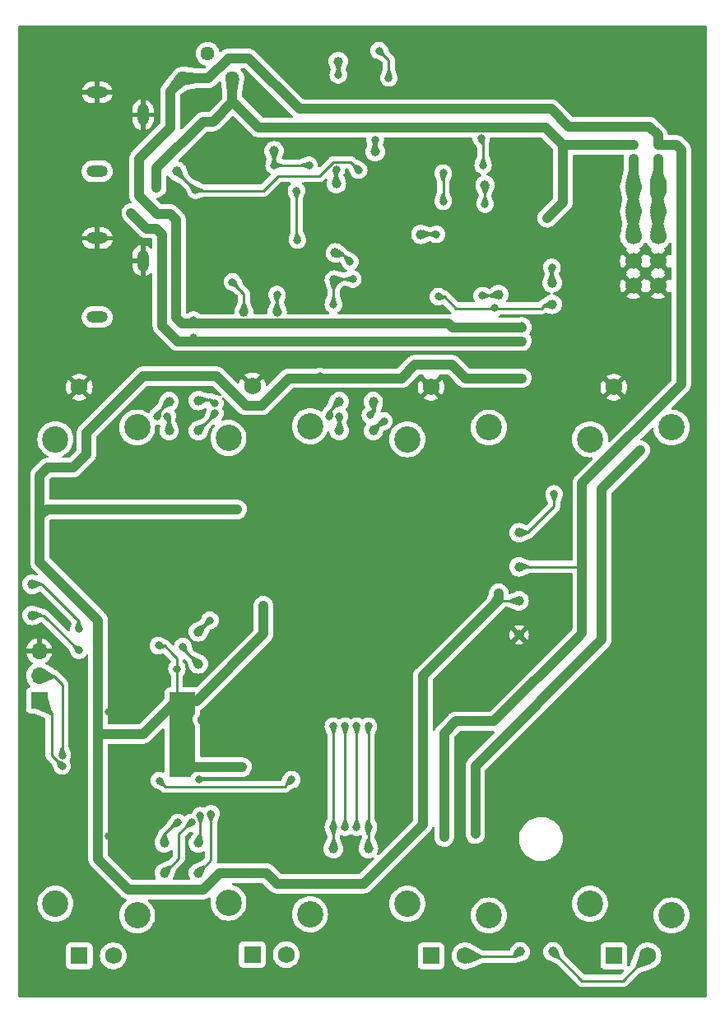
<source format=gbr>
%TF.GenerationSoftware,KiCad,Pcbnew,7.0.9*%
%TF.CreationDate,2024-11-09T18:37:15+13:00*%
%TF.ProjectId,ADSR Envelope,41445352-2045-46e7-9665-6c6f70652e6b,rev?*%
%TF.SameCoordinates,Original*%
%TF.FileFunction,Copper,L1,Top*%
%TF.FilePolarity,Positive*%
%FSLAX46Y46*%
G04 Gerber Fmt 4.6, Leading zero omitted, Abs format (unit mm)*
G04 Created by KiCad (PCBNEW 7.0.9) date 2024-11-09 18:37:15*
%MOMM*%
%LPD*%
G01*
G04 APERTURE LIST*
G04 Aperture macros list*
%AMRoundRect*
0 Rectangle with rounded corners*
0 $1 Rounding radius*
0 $2 $3 $4 $5 $6 $7 $8 $9 X,Y pos of 4 corners*
0 Add a 4 corners polygon primitive as box body*
4,1,4,$2,$3,$4,$5,$6,$7,$8,$9,$2,$3,0*
0 Add four circle primitives for the rounded corners*
1,1,$1+$1,$2,$3*
1,1,$1+$1,$4,$5*
1,1,$1+$1,$6,$7*
1,1,$1+$1,$8,$9*
0 Add four rect primitives between the rounded corners*
20,1,$1+$1,$2,$3,$4,$5,0*
20,1,$1+$1,$4,$5,$6,$7,0*
20,1,$1+$1,$6,$7,$8,$9,0*
20,1,$1+$1,$8,$9,$2,$3,0*%
G04 Aperture macros list end*
%TA.AperFunction,SMDPad,CuDef*%
%ADD10C,1.000000*%
%TD*%
%TA.AperFunction,ComponentPad*%
%ADD11R,1.750000X1.750000*%
%TD*%
%TA.AperFunction,ComponentPad*%
%ADD12C,1.750000*%
%TD*%
%TA.AperFunction,ComponentPad*%
%ADD13C,2.700000*%
%TD*%
%TA.AperFunction,SMDPad,CuDef*%
%ADD14RoundRect,0.150000X0.200000X-0.150000X0.200000X0.150000X-0.200000X0.150000X-0.200000X-0.150000X0*%
%TD*%
%TA.AperFunction,SMDPad,CuDef*%
%ADD15RoundRect,0.150000X-0.200000X0.150000X-0.200000X-0.150000X0.200000X-0.150000X0.200000X0.150000X0*%
%TD*%
%TA.AperFunction,ComponentPad*%
%ADD16O,2.200000X1.200000*%
%TD*%
%TA.AperFunction,ComponentPad*%
%ADD17O,1.200000X2.200000*%
%TD*%
%TA.AperFunction,ComponentPad*%
%ADD18RoundRect,0.250000X0.600000X0.600000X-0.600000X0.600000X-0.600000X-0.600000X0.600000X-0.600000X0*%
%TD*%
%TA.AperFunction,ComponentPad*%
%ADD19C,1.700000*%
%TD*%
%TA.AperFunction,ComponentPad*%
%ADD20C,1.440000*%
%TD*%
%TA.AperFunction,ComponentPad*%
%ADD21R,1.700000X1.700000*%
%TD*%
%TA.AperFunction,ComponentPad*%
%ADD22O,1.700000X1.700000*%
%TD*%
%TA.AperFunction,ViaPad*%
%ADD23C,0.800000*%
%TD*%
%TA.AperFunction,Conductor*%
%ADD24C,0.250000*%
%TD*%
%TA.AperFunction,Conductor*%
%ADD25C,1.000000*%
%TD*%
G04 APERTURE END LIST*
D10*
%TO.P,TP33,1,1*%
%TO.N,/Analog/DECAY_W*%
X141500000Y-71500000D03*
%TD*%
%TO.P,TP36,1,1*%
%TO.N,Net-(Q3-C)*%
X132200000Y-74800000D03*
%TD*%
%TO.P,TP29,1,1*%
%TO.N,/Analog/Envelope*%
X163900000Y-74000000D03*
%TD*%
D11*
%TO.P,RV9,1,1*%
%TO.N,Net-(R41-Pad2)*%
X170250000Y-141020000D03*
D12*
%TO.P,RV9,2,2*%
%TO.N,Net-(U4C-+)*%
X173750000Y-141020000D03*
%TO.P,RV9,3,3*%
%TO.N,GND*%
X170250000Y-82520000D03*
D13*
%TO.P,RV9,MP*%
%TO.N,N/C*%
X176200000Y-136870000D03*
X167800000Y-135670000D03*
X167800000Y-87870000D03*
X176200000Y-86670000D03*
%TD*%
D10*
%TO.P,TP19,1,1*%
%TO.N,Net-(U4C-+)*%
X164000000Y-140600000D03*
%TD*%
%TO.P,TP14,1,1*%
%TO.N,+3.3V*%
X160500000Y-104500000D03*
%TD*%
%TO.P,TP26,1,1*%
%TO.N,Net-(D2-A)*%
X135300000Y-58200000D03*
%TD*%
%TO.P,TP30,1,1*%
%TO.N,/Analog/ATTACK_B*%
X135600000Y-74800000D03*
%TD*%
%TO.P,TP32,1,1*%
%TO.N,GND*%
X160500000Y-108000000D03*
%TD*%
%TO.P,TP11,1,1*%
%TO.N,RELEASE_SDA*%
X145500000Y-84000000D03*
%TD*%
D14*
%TO.P,D8,1,K*%
%TO.N,+12V*%
X174800000Y-57600000D03*
%TO.P,D8,2,A*%
%TO.N,Net-(D8-A)*%
X174800000Y-59000000D03*
%TD*%
D10*
%TO.P,TP20,1,1*%
%TO.N,Net-(U4D-+)*%
X160600000Y-140600000D03*
%TD*%
%TO.P,TP34,1,1*%
%TO.N,/Analog/SUSTAIN_B*%
X157000000Y-61700000D03*
%TD*%
D15*
%TO.P,D9,1,K*%
%TO.N,Net-(D9-K)*%
X172300000Y-59000000D03*
%TO.P,D9,2,A*%
%TO.N,-12V*%
X172300000Y-57600000D03*
%TD*%
D10*
%TO.P,TP3,1,1*%
%TO.N,/Microcontroller/I2C1_SDA*%
X127500000Y-107700000D03*
%TD*%
%TO.P,TP22,1,1*%
%TO.N,Net-(U4B-+)*%
X141400000Y-130000000D03*
%TD*%
%TO.P,TP17,1,1*%
%TO.N,/Microcontroller/ADC_SUSTAIN*%
X124000000Y-129400000D03*
%TD*%
D16*
%TO.P,J2,S*%
%TO.N,GND*%
X117100000Y-67200000D03*
%TO.P,J2,T*%
%TO.N,/Analog/OUT*%
X117100000Y-75300000D03*
D17*
%TO.P,J2,TN*%
%TO.N,GND*%
X121800000Y-69500000D03*
%TD*%
D11*
%TO.P,RV6,1,1*%
%TO.N,Net-(R32-Pad2)*%
X115250000Y-141020000D03*
D12*
%TO.P,RV6,2,2*%
%TO.N,Net-(U4B-+)*%
X118750000Y-141020000D03*
%TO.P,RV6,3,3*%
%TO.N,GND*%
X115250000Y-82520000D03*
D13*
%TO.P,RV6,MP*%
%TO.N,N/C*%
X121200000Y-136870000D03*
X112800000Y-135670000D03*
X112800000Y-87870000D03*
X121200000Y-86670000D03*
%TD*%
D10*
%TO.P,TP5,1,1*%
%TO.N,ATTACK_SDA*%
X124500000Y-84000000D03*
%TD*%
%TO.P,TP15,1,1*%
%TO.N,/Microcontroller/ADC_ATTACK*%
X127500000Y-129400000D03*
%TD*%
%TO.P,TP2,1,1*%
%TO.N,/Microcontroller/I2C2_SCL*%
X110400000Y-102800000D03*
%TD*%
%TO.P,TP35,1,1*%
%TO.N,/Analog/SUSTAIN_W*%
X158400000Y-73000000D03*
%TD*%
%TO.P,TP23,1,1*%
%TO.N,/Analog/DETECT*%
X141900000Y-49000000D03*
%TD*%
%TO.P,TP27,1,1*%
%TO.N,Net-(D3-K)*%
X150400000Y-66800000D03*
%TD*%
%TO.P,TP28,1,1*%
%TO.N,/Analog/RELEASE_W*%
X163900000Y-71800000D03*
%TD*%
%TO.P,TP9,1,1*%
%TO.N,SUSTAIN_SDA*%
X142000000Y-84000000D03*
%TD*%
D11*
%TO.P,RV7,1,1*%
%TO.N,Net-(R35-Pad2)*%
X133050000Y-140890000D03*
D12*
%TO.P,RV7,2,2*%
%TO.N,Net-(U4A-+)*%
X136550000Y-140890000D03*
%TO.P,RV7,3,3*%
%TO.N,GND*%
X133050000Y-82390000D03*
D13*
%TO.P,RV7,MP*%
%TO.N,N/C*%
X139000000Y-136740000D03*
X130600000Y-135540000D03*
X130600000Y-87740000D03*
X139000000Y-86540000D03*
%TD*%
D10*
%TO.P,TP25,1,1*%
%TO.N,Net-(D1-K)*%
X145700000Y-58300000D03*
%TD*%
%TO.P,TP37,1,1*%
%TO.N,Net-(Q4-C)*%
X141600000Y-68700000D03*
%TD*%
%TO.P,TP10,1,1*%
%TO.N,SUSTAIN_SCL*%
X142000000Y-87000000D03*
%TD*%
%TO.P,TP7,1,1*%
%TO.N,DECAY_SDA*%
X127500000Y-83900000D03*
%TD*%
%TO.P,TP16,1,1*%
%TO.N,/Microcontroller/ADC_DECAY*%
X127500000Y-132500000D03*
%TD*%
%TO.P,TP21,1,1*%
%TO.N,Net-(U4A-+)*%
X145000000Y-130000000D03*
%TD*%
%TO.P,TP24,1,1*%
%TO.N,Net-(U1B--)*%
X141700000Y-61600000D03*
%TD*%
%TO.P,TP18,1,1*%
%TO.N,/Microcontroller/ADC_RELEASE*%
X124000000Y-132500000D03*
%TD*%
D16*
%TO.P,J1,S*%
%TO.N,GND*%
X117100000Y-52200000D03*
%TO.P,J1,T*%
%TO.N,/Analog/GATE*%
X117100000Y-60300000D03*
D17*
%TO.P,J1,TN*%
%TO.N,GND*%
X121800000Y-54500000D03*
%TD*%
D10*
%TO.P,TP38,1,1*%
%TO.N,/Analog/OUT*%
X125300000Y-60300000D03*
%TD*%
%TO.P,TP13,1,1*%
%TO.N,+12V*%
X160500000Y-101000000D03*
%TD*%
D11*
%TO.P,RV8,1,1*%
%TO.N,Net-(R38-Pad2)*%
X151450000Y-141020000D03*
D12*
%TO.P,RV8,2,2*%
%TO.N,Net-(U4D-+)*%
X154950000Y-141020000D03*
%TO.P,RV8,3,3*%
%TO.N,GND*%
X151450000Y-82520000D03*
D13*
%TO.P,RV8,MP*%
%TO.N,N/C*%
X157400000Y-136870000D03*
X149000000Y-135670000D03*
X149000000Y-87870000D03*
X157400000Y-86670000D03*
%TD*%
D10*
%TO.P,TP1,1,1*%
%TO.N,/Microcontroller/I2C2_SDA*%
X110400000Y-106000000D03*
%TD*%
%TO.P,TP12,1,1*%
%TO.N,RELEASE_SCL*%
X145500000Y-87000000D03*
%TD*%
%TO.P,TP31,1,1*%
%TO.N,-12V*%
X160500000Y-97500000D03*
%TD*%
%TO.P,TP8,1,1*%
%TO.N,DECAY_SCL*%
X127500000Y-87000000D03*
%TD*%
%TO.P,TP6,1,1*%
%TO.N,ATTACK_SCL*%
X124500000Y-87000000D03*
%TD*%
%TO.P,TP4,1,1*%
%TO.N,/Microcontroller/I2C1_SCL*%
X127500000Y-111000000D03*
%TD*%
D18*
%TO.P,J3,1,Pin_1*%
%TO.N,Net-(D8-A)*%
X174790000Y-61920000D03*
D19*
%TO.P,J3,2,Pin_2*%
%TO.N,Net-(D9-K)*%
X172250000Y-61920000D03*
%TO.P,J3,3,Pin_3*%
%TO.N,Net-(D8-A)*%
X174790000Y-64460000D03*
%TO.P,J3,4,Pin_4*%
%TO.N,Net-(D9-K)*%
X172250000Y-64460000D03*
%TO.P,J3,5,Pin_5*%
%TO.N,Net-(D8-A)*%
X174790000Y-67000000D03*
%TO.P,J3,6,Pin_6*%
%TO.N,Net-(D9-K)*%
X172250000Y-67000000D03*
%TO.P,J3,7,Pin_7*%
%TO.N,GND*%
X174790000Y-69540000D03*
%TO.P,J3,8,Pin_8*%
X172250000Y-69540000D03*
%TO.P,J3,9,Pin_9*%
X174790000Y-72080000D03*
%TO.P,J3,10,Pin_10*%
X172250000Y-72080000D03*
%TD*%
D20*
%TO.P,RV5,1,1*%
%TO.N,-12V*%
X131000000Y-50750000D03*
%TO.P,RV5,2,2*%
%TO.N,Net-(R26-Pad2)*%
X128460000Y-48210000D03*
%TO.P,RV5,3,3*%
%TO.N,+12V*%
X125920000Y-50750000D03*
%TD*%
D21*
%TO.P,J4,1,Pin_1*%
%TO.N,/Microcontroller/USART1_TX*%
X111125000Y-114725000D03*
D22*
%TO.P,J4,2,Pin_2*%
%TO.N,/Microcontroller/USART1_RX*%
X111125000Y-112185000D03*
%TO.P,J4,3,Pin_3*%
%TO.N,GND*%
X111125000Y-109645000D03*
%TD*%
D23*
%TO.N,/Analog/DETECT*%
X152700000Y-60500000D03*
X141900000Y-50400000D03*
X152700000Y-63400000D03*
%TO.N,GND*%
X110250000Y-144250000D03*
X124800000Y-79800000D03*
X170500000Y-59800000D03*
X140500000Y-83250000D03*
X122600000Y-124500000D03*
X179000000Y-144250000D03*
X149000000Y-113100000D03*
X147200000Y-61900000D03*
X179000000Y-98250000D03*
X179000000Y-117000000D03*
X124200000Y-99300000D03*
X179000000Y-89250000D03*
X139700000Y-70100000D03*
X143800000Y-74200000D03*
X110000000Y-117250000D03*
X179000000Y-46000000D03*
X126900000Y-130900000D03*
X135300000Y-62800000D03*
X119000000Y-46250000D03*
X126300000Y-102800000D03*
X160400000Y-79400000D03*
X137381749Y-116210157D03*
X154700000Y-68200000D03*
X179000000Y-107500000D03*
X121164340Y-109421245D03*
X179000000Y-69250000D03*
X132900000Y-52900000D03*
X144000000Y-79800000D03*
X179000000Y-59750000D03*
X141250000Y-144250000D03*
X110000000Y-64149503D03*
X160400000Y-71000000D03*
X147250000Y-46000000D03*
X145500000Y-67900000D03*
X179000000Y-135000000D03*
X134250000Y-89250000D03*
X110000000Y-125250000D03*
X131400000Y-116000000D03*
X127800000Y-116700000D03*
X118300000Y-115900000D03*
X122600000Y-120700000D03*
X165250000Y-144250000D03*
X157700000Y-65700000D03*
X119200000Y-120500000D03*
X158800000Y-61800000D03*
X110000000Y-55550497D03*
X113100000Y-127300000D03*
X155750000Y-144250000D03*
X137800000Y-79800000D03*
X179000000Y-78750000D03*
X122200000Y-73800000D03*
X135200000Y-114400000D03*
X176200000Y-54100000D03*
X118300000Y-128700000D03*
X137400000Y-118600000D03*
X147200000Y-52100000D03*
X153800000Y-57300000D03*
X118750000Y-144250000D03*
X135100000Y-48400000D03*
X156750000Y-46000000D03*
X127600000Y-52400000D03*
X165100000Y-89900000D03*
X172200000Y-75000000D03*
X109750000Y-95750000D03*
X165096461Y-51588823D03*
X139400000Y-48400000D03*
X172200000Y-77200000D03*
X113100000Y-100000000D03*
X169000000Y-46000000D03*
X135400000Y-79800000D03*
X140100000Y-63100000D03*
X174900000Y-75000000D03*
X110000000Y-134250000D03*
X147100000Y-59500000D03*
X139800000Y-79400000D03*
X138800000Y-73000000D03*
X145800000Y-115100000D03*
X179000000Y-125750000D03*
X130891211Y-67454626D03*
X115832812Y-102902634D03*
X148300000Y-70400000D03*
X110000000Y-73500000D03*
X124500000Y-93000000D03*
X155600000Y-80200000D03*
X169800000Y-51400000D03*
X179000000Y-50750000D03*
X123600000Y-113600000D03*
X130000000Y-144250000D03*
X110000000Y-84000000D03*
X148000000Y-79600000D03*
X154500000Y-111800000D03*
X127029696Y-79394307D03*
X162000000Y-57500000D03*
X119300615Y-124092943D03*
X174900000Y-77300000D03*
X126600000Y-54600000D03*
X121200000Y-100200000D03*
X110000000Y-46200000D03*
X123287701Y-82887701D03*
X152200000Y-71900000D03*
X127600000Y-122900000D03*
%TO.N,/Analog/Envelope*%
X157988544Y-74396570D03*
X152200000Y-73200000D03*
X137700000Y-67400000D03*
X137600000Y-62300000D03*
%TO.N,+12V*%
X124600000Y-64700000D03*
X152800000Y-128800000D03*
X160000000Y-53900000D03*
X167000000Y-106000000D03*
X167000000Y-105000000D03*
X154000000Y-116900000D03*
X140000000Y-76000000D03*
X155100000Y-116900000D03*
X127000000Y-75600000D03*
X137900000Y-53800000D03*
X160800000Y-76200000D03*
X148000000Y-76000000D03*
%TO.N,-12V*%
X164100000Y-93500000D03*
X163400000Y-65100000D03*
X123200000Y-62000000D03*
X173000000Y-89000000D03*
X140000000Y-77800000D03*
X156000000Y-128500000D03*
X160800000Y-77800000D03*
X166700000Y-57600000D03*
X120600000Y-64600000D03*
X148000000Y-77800000D03*
X127000000Y-77400000D03*
%TO.N,+3.3V*%
X158000000Y-104600000D03*
X125600000Y-95000000D03*
X117200000Y-128700000D03*
X160800000Y-81600000D03*
X117000000Y-95000000D03*
X128200000Y-95100000D03*
X123400000Y-109100000D03*
X127000000Y-81400000D03*
X117200000Y-108600000D03*
X131500000Y-95000000D03*
X148000000Y-81600000D03*
X111900000Y-95000000D03*
X134200000Y-105000000D03*
X125300000Y-111500000D03*
X132000000Y-121600000D03*
X117200000Y-110600000D03*
X140000000Y-81400000D03*
X122600000Y-95000000D03*
X126581897Y-114807465D03*
X158400000Y-103700000D03*
X115400000Y-104600000D03*
X119800000Y-95000000D03*
X114400000Y-95000000D03*
%TO.N,Net-(U2-NRST)*%
X137100000Y-122900000D03*
X123500000Y-123000000D03*
%TO.N,Net-(D1-K)*%
X145700000Y-57100000D03*
%TO.N,Net-(D2-A)*%
X135300000Y-59700000D03*
X138900000Y-59700000D03*
%TO.N,Net-(D3-K)*%
X152000000Y-66800000D03*
%TO.N,/Analog/SUSTAIN_W*%
X156700000Y-73100000D03*
%TO.N,/Analog/GATE*%
X146100000Y-47900000D03*
X147100000Y-50700000D03*
%TO.N,/Analog/OUT*%
X144000000Y-60200000D03*
X127200000Y-62250000D03*
%TO.N,Net-(Q2-B)*%
X156800000Y-59700000D03*
X156600000Y-56900000D03*
%TO.N,Net-(Q3-C)*%
X131000000Y-71700000D03*
%TO.N,Net-(Q4-C)*%
X143100000Y-69600000D03*
%TO.N,/Analog/SUSTAIN_B*%
X157000000Y-63700000D03*
%TO.N,Net-(U1B--)*%
X141700000Y-60100000D03*
%TO.N,/Analog/RELEASE_W*%
X163872037Y-70183664D03*
%TO.N,/Analog/ATTACK_B*%
X135600000Y-73000000D03*
%TO.N,Net-(R32-Pad2)*%
X142600000Y-127800000D03*
X142600000Y-117400000D03*
%TO.N,/Microcontroller/ADC_ATTACK*%
X127700000Y-126600000D03*
%TO.N,Net-(R35-Pad2)*%
X143800000Y-127800000D03*
X143800000Y-117400000D03*
%TO.N,/Microcontroller/ADC_DECAY*%
X128800000Y-126400000D03*
%TO.N,/Microcontroller/ADC_SUSTAIN*%
X125400000Y-127300000D03*
%TO.N,/Microcontroller/ADC_RELEASE*%
X126800000Y-127300000D03*
%TO.N,/Microcontroller/I2C1_SDA*%
X128700000Y-106500000D03*
%TO.N,/Microcontroller/I2C1_SCL*%
X125900000Y-109200000D03*
%TO.N,/Microcontroller/I2C2_SCL*%
X115200000Y-107400000D03*
%TO.N,/Microcontroller/I2C2_SDA*%
X115200000Y-109600000D03*
%TO.N,ATTACK_SCL*%
X124300000Y-85500000D03*
%TO.N,ATTACK_SDA*%
X123300000Y-85500000D03*
%TO.N,DECAY_SCL*%
X129200000Y-85200000D03*
%TO.N,DECAY_SDA*%
X129200000Y-84200000D03*
%TO.N,RELEASE_SCL*%
X146600000Y-86000000D03*
%TO.N,RELEASE_SDA*%
X145200000Y-85400000D03*
%TO.N,SUSTAIN_SCL*%
X142000000Y-85500000D03*
%TO.N,SUSTAIN_SDA*%
X141000000Y-85500000D03*
%TO.N,Net-(U4A-+)*%
X145000000Y-117400000D03*
X145000000Y-127800000D03*
%TO.N,Net-(U4B-+)*%
X141400000Y-127800000D03*
X141400000Y-117400000D03*
%TO.N,/Microcontroller/USART1_TX*%
X113500000Y-121500000D03*
%TO.N,/Microcontroller/USART1_RX*%
X113500000Y-120400000D03*
%TO.N,/Analog/DECAY_W*%
X143400000Y-71400000D03*
X141400000Y-74000000D03*
%TD*%
D24*
%TO.N,/Analog/DETECT*%
X141900000Y-49000000D02*
X141900000Y-50400000D01*
X152700000Y-60500000D02*
X152700000Y-63400000D01*
%TO.N,GND*%
X126600000Y-53400000D02*
X127600000Y-52400000D01*
X126600000Y-54600000D02*
X126600000Y-53400000D01*
%TO.N,/Analog/Envelope*%
X152200000Y-73200000D02*
X152800000Y-73200000D01*
X163200000Y-74000000D02*
X163900000Y-74000000D01*
X137600000Y-62300000D02*
X137600000Y-67300000D01*
X137600000Y-67300000D02*
X137700000Y-67400000D01*
X152800000Y-73200000D02*
X154000000Y-74400000D01*
X162800000Y-74400000D02*
X163200000Y-74000000D01*
X154000000Y-74400000D02*
X162800000Y-74400000D01*
D25*
%TO.N,+12V*%
X177200000Y-58100000D02*
X177200000Y-82200000D01*
X125200000Y-75400000D02*
X125800000Y-76000000D01*
X173900000Y-55700000D02*
X165600000Y-55700000D01*
X123300000Y-64700000D02*
X121400000Y-62800000D01*
X124600000Y-55800000D02*
X124600000Y-52070000D01*
X121400000Y-62800000D02*
X121400000Y-59000000D01*
X174800000Y-57600000D02*
X176700000Y-57600000D01*
X153233274Y-76000000D02*
X153633274Y-76400000D01*
X163800000Y-53900000D02*
X137900000Y-53900000D01*
X174800000Y-57600000D02*
X174800000Y-56600000D01*
X166600000Y-108200000D02*
X157900000Y-116900000D01*
X167000000Y-101000000D02*
X167000000Y-107800000D01*
X157900000Y-116900000D02*
X154000000Y-116900000D01*
X165600000Y-55700000D02*
X163800000Y-53900000D01*
X128550000Y-50750000D02*
X125920000Y-50750000D01*
X125200000Y-65300000D02*
X125200000Y-75400000D01*
X176700000Y-57600000D02*
X177200000Y-58100000D01*
X124600000Y-52070000D02*
X125920000Y-50750000D01*
X125800000Y-76000000D02*
X153233274Y-76000000D01*
X124600000Y-64700000D02*
X125200000Y-65300000D01*
X167000000Y-92400000D02*
X167000000Y-101000000D01*
X153633274Y-76400000D02*
X160800000Y-76400000D01*
X130600000Y-48700000D02*
X128550000Y-50750000D01*
X121400000Y-59000000D02*
X124600000Y-55800000D01*
D24*
X160500000Y-101000000D02*
X167000000Y-101000000D01*
D25*
X154000000Y-116900000D02*
X152800000Y-118100000D01*
X152800000Y-118100000D02*
X152800000Y-128800000D01*
X124600000Y-64700000D02*
X123300000Y-64700000D01*
X177200000Y-82200000D02*
X167000000Y-92400000D01*
X137900000Y-53900000D02*
X132700000Y-48700000D01*
X167000000Y-107800000D02*
X166600000Y-108200000D01*
X132700000Y-48700000D02*
X130600000Y-48700000D01*
X174800000Y-56600000D02*
X173900000Y-55700000D01*
%TO.N,-12V*%
X169000000Y-108500000D02*
X156000000Y-121500000D01*
X169000000Y-93000000D02*
X169000000Y-108500000D01*
X165000000Y-63500000D02*
X163400000Y-65100000D01*
X133700000Y-55800000D02*
X131000000Y-53100000D01*
X173000000Y-89000000D02*
X169000000Y-93000000D01*
X165000000Y-57600000D02*
X165000000Y-63500000D01*
X123200000Y-66200000D02*
X123800000Y-66800000D01*
X125400000Y-77800000D02*
X160800000Y-77800000D01*
X123800000Y-76200000D02*
X125400000Y-77800000D01*
D24*
X164100000Y-94800000D02*
X164100000Y-93500000D01*
X161400000Y-97500000D02*
X164100000Y-94800000D01*
D25*
X163200000Y-55800000D02*
X133700000Y-55800000D01*
X123800000Y-66800000D02*
X123800000Y-76200000D01*
X168700000Y-57600000D02*
X165000000Y-57600000D01*
X131000000Y-53100000D02*
X131000000Y-53200000D01*
D24*
X160500000Y-97500000D02*
X161400000Y-97500000D01*
D25*
X131000000Y-53100000D02*
X131000000Y-50750000D01*
X122200000Y-66200000D02*
X123200000Y-66200000D01*
X131000000Y-53200000D02*
X129000000Y-55200000D01*
X123200000Y-60000000D02*
X123200000Y-62000000D01*
X120600000Y-64600000D02*
X122200000Y-66200000D01*
X156000000Y-121500000D02*
X156000000Y-128500000D01*
X172300000Y-57600000D02*
X168700000Y-57600000D01*
X129000000Y-55200000D02*
X128000000Y-55200000D01*
X128000000Y-55200000D02*
X123200000Y-60000000D01*
X165000000Y-57600000D02*
X163200000Y-55800000D01*
%TO.N,+3.3V*%
X132400000Y-84400000D02*
X134000000Y-84400000D01*
X129700000Y-132500000D02*
X128000000Y-134200000D01*
D24*
X158000000Y-104600000D02*
X158100000Y-104500000D01*
D25*
X158400000Y-103700000D02*
X158400000Y-104400000D01*
X128000000Y-134200000D02*
X120300000Y-134200000D01*
X116000000Y-87200000D02*
X121800000Y-81400000D01*
D24*
X125300000Y-110400000D02*
X124900000Y-110000000D01*
D25*
X144500000Y-133600000D02*
X135600000Y-133600000D01*
X117200000Y-118200000D02*
X121800000Y-118200000D01*
X117200000Y-106500000D02*
X111200000Y-100500000D01*
D24*
X125300000Y-112100000D02*
X125300000Y-110400000D01*
D25*
X111900000Y-95100000D02*
X131500000Y-95100000D01*
X153600000Y-80200000D02*
X155000000Y-81600000D01*
X125300000Y-114800000D02*
X127300000Y-114800000D01*
X111200000Y-95800000D02*
X111900000Y-95100000D01*
D24*
X158400000Y-104200000D02*
X158000000Y-104600000D01*
X124000000Y-109100000D02*
X123400000Y-109100000D01*
D25*
X150600000Y-127500000D02*
X144500000Y-133600000D01*
X135600000Y-133600000D02*
X134500000Y-132500000D01*
X114600000Y-90800000D02*
X116000000Y-89400000D01*
D24*
X124900000Y-110000000D02*
X124000000Y-109100000D01*
D25*
X117200000Y-131100000D02*
X117200000Y-128700000D01*
X149800000Y-80200000D02*
X153600000Y-80200000D01*
X127300000Y-114800000D02*
X134200000Y-107900000D01*
X150600000Y-112200000D02*
X150600000Y-127500000D01*
X117200000Y-118200000D02*
X117200000Y-106500000D01*
X134000000Y-84400000D02*
X136800000Y-81600000D01*
X111200000Y-95800000D02*
X111200000Y-91600000D01*
X111200000Y-91600000D02*
X112000000Y-90800000D01*
X155000000Y-81600000D02*
X160800000Y-81600000D01*
X111200000Y-100500000D02*
X111200000Y-95800000D01*
X117200000Y-118200000D02*
X117200000Y-128700000D01*
X129400000Y-81400000D02*
X132400000Y-84400000D01*
X132000000Y-121600000D02*
X127500000Y-121600000D01*
X121800000Y-118200000D02*
X125200000Y-114800000D01*
X134500000Y-132500000D02*
X129700000Y-132500000D01*
X127500000Y-121600000D02*
X126400000Y-121600000D01*
D24*
X158100000Y-104500000D02*
X160500000Y-104500000D01*
D25*
X158400000Y-104400000D02*
X150600000Y-112200000D01*
X125200000Y-114800000D02*
X125300000Y-114800000D01*
X148400000Y-81600000D02*
X149800000Y-80200000D01*
X116000000Y-89400000D02*
X116000000Y-87200000D01*
X136800000Y-81600000D02*
X148400000Y-81600000D01*
X112000000Y-90800000D02*
X114600000Y-90800000D01*
X121800000Y-81400000D02*
X129400000Y-81400000D01*
X134200000Y-107900000D02*
X134200000Y-105000000D01*
X158400000Y-103700000D02*
X158400000Y-104200000D01*
X120300000Y-134200000D02*
X117200000Y-131100000D01*
D24*
X125300000Y-114800000D02*
X125300000Y-112100000D01*
%TO.N,Net-(U2-NRST)*%
X124125000Y-123625000D02*
X136375000Y-123625000D01*
X136375000Y-123625000D02*
X137100000Y-122900000D01*
X123500000Y-123000000D02*
X124125000Y-123625000D01*
%TO.N,Net-(D1-K)*%
X145700000Y-58300000D02*
X145700000Y-57100000D01*
%TO.N,Net-(D2-A)*%
X135300000Y-58200000D02*
X135300000Y-59700000D01*
X135300000Y-59700000D02*
X138900000Y-59700000D01*
%TO.N,Net-(D3-K)*%
X150400000Y-66800000D02*
X152000000Y-66800000D01*
%TO.N,/Analog/SUSTAIN_W*%
X156700000Y-73100000D02*
X158300000Y-73100000D01*
X158300000Y-73100000D02*
X158400000Y-73000000D01*
D25*
%TO.N,Net-(D8-A)*%
X174790000Y-67000000D02*
X174790000Y-64460000D01*
X174790000Y-59010000D02*
X174800000Y-59000000D01*
X174790000Y-61920000D02*
X174790000Y-59010000D01*
X174790000Y-64460000D02*
X174790000Y-61920000D01*
%TO.N,Net-(D9-K)*%
X172250000Y-59050000D02*
X172300000Y-59000000D01*
X172250000Y-64460000D02*
X172250000Y-61920000D01*
X172250000Y-67000000D02*
X172250000Y-64460000D01*
X172250000Y-61920000D02*
X172250000Y-59050000D01*
D24*
%TO.N,/Analog/GATE*%
X147100000Y-48900000D02*
X146100000Y-47900000D01*
X147100000Y-50700000D02*
X147100000Y-48900000D01*
%TO.N,/Analog/OUT*%
X127250000Y-62300000D02*
X134200000Y-62300000D01*
X141399695Y-59375000D02*
X143175000Y-59375000D01*
X125300000Y-60350000D02*
X127200000Y-62250000D01*
X125300000Y-60300000D02*
X125300000Y-60350000D01*
X134200000Y-62300000D02*
X135700000Y-60800000D01*
X127200000Y-62250000D02*
X127250000Y-62300000D01*
X135700000Y-60800000D02*
X139974695Y-60800000D01*
X143175000Y-59375000D02*
X144000000Y-60200000D01*
X139974695Y-60800000D02*
X141399695Y-59375000D01*
%TO.N,Net-(Q2-B)*%
X156800000Y-59700000D02*
X156800000Y-57100000D01*
X156800000Y-57100000D02*
X156600000Y-56900000D01*
%TO.N,Net-(Q3-C)*%
X131000000Y-71700000D02*
X132200000Y-72900000D01*
X132200000Y-72900000D02*
X132200000Y-74800000D01*
%TO.N,Net-(Q4-C)*%
X141600000Y-68700000D02*
X142200000Y-68700000D01*
X142200000Y-68700000D02*
X143100000Y-69600000D01*
%TO.N,/Analog/SUSTAIN_B*%
X157000000Y-61700000D02*
X157000000Y-63700000D01*
%TO.N,Net-(U1B--)*%
X141700000Y-60100000D02*
X141700000Y-61600000D01*
%TO.N,/Analog/RELEASE_W*%
X163900000Y-71800000D02*
X163900000Y-70211627D01*
X163900000Y-70211627D02*
X163872037Y-70183664D01*
%TO.N,/Analog/ATTACK_B*%
X135600000Y-74800000D02*
X135600000Y-73000000D01*
%TO.N,Net-(R32-Pad2)*%
X142600000Y-127800000D02*
X142600000Y-117400000D01*
%TO.N,/Microcontroller/ADC_ATTACK*%
X127700000Y-126600000D02*
X127700000Y-129200000D01*
X127700000Y-129200000D02*
X127500000Y-129400000D01*
%TO.N,Net-(R35-Pad2)*%
X143800000Y-127800000D02*
X143800000Y-118200000D01*
X143800000Y-118200000D02*
X143800000Y-117400000D01*
%TO.N,/Microcontroller/ADC_DECAY*%
X128800000Y-131200000D02*
X127500000Y-132500000D01*
X128800000Y-126400000D02*
X128800000Y-131200000D01*
X128800000Y-126400000D02*
X128500000Y-126700000D01*
%TO.N,/Microcontroller/ADC_SUSTAIN*%
X125400000Y-127300000D02*
X125300000Y-127300000D01*
X124000000Y-128500000D02*
X124000000Y-129400000D01*
X125200000Y-127300000D02*
X124000000Y-128500000D01*
X125400000Y-127300000D02*
X125200000Y-127300000D01*
%TO.N,/Microcontroller/ADC_RELEASE*%
X125500000Y-131000000D02*
X124000000Y-132500000D01*
X126700000Y-127300000D02*
X125500000Y-128500000D01*
X125500000Y-128500000D02*
X125500000Y-131000000D01*
X126800000Y-127300000D02*
X126700000Y-127300000D01*
%TO.N,/Microcontroller/I2C1_SDA*%
X127500000Y-107700000D02*
X128700000Y-106500000D01*
%TO.N,/Microcontroller/I2C1_SCL*%
X125900000Y-109400000D02*
X127500000Y-111000000D01*
X125900000Y-109200000D02*
X125900000Y-109400000D01*
%TO.N,/Microcontroller/I2C2_SCL*%
X111400000Y-102800000D02*
X110400000Y-102800000D01*
X115200000Y-106600000D02*
X111400000Y-102800000D01*
X115200000Y-107400000D02*
X115200000Y-106600000D01*
%TO.N,/Microcontroller/I2C2_SDA*%
X111600000Y-106000000D02*
X110400000Y-106000000D01*
X115200000Y-109600000D02*
X111600000Y-106000000D01*
%TO.N,ATTACK_SCL*%
X124300000Y-85500000D02*
X124500000Y-85700000D01*
X124500000Y-85700000D02*
X124500000Y-87000000D01*
%TO.N,ATTACK_SDA*%
X123300000Y-85200000D02*
X124500000Y-84000000D01*
X123300000Y-85500000D02*
X123300000Y-85200000D01*
%TO.N,DECAY_SCL*%
X127500000Y-87000000D02*
X129200000Y-85300000D01*
X129200000Y-85300000D02*
X129200000Y-85200000D01*
%TO.N,DECAY_SDA*%
X129200000Y-84200000D02*
X128800000Y-83800000D01*
X128800000Y-83800000D02*
X127600000Y-83800000D01*
X127600000Y-83800000D02*
X127500000Y-83900000D01*
%TO.N,RELEASE_SCL*%
X146600000Y-86000000D02*
X146500000Y-86000000D01*
X146500000Y-86000000D02*
X145500000Y-87000000D01*
%TO.N,RELEASE_SDA*%
X145600000Y-84100000D02*
X145500000Y-84000000D01*
X145600000Y-85000000D02*
X145600000Y-84100000D01*
X145200000Y-85400000D02*
X145600000Y-85000000D01*
%TO.N,SUSTAIN_SCL*%
X142000000Y-85500000D02*
X142000000Y-87000000D01*
%TO.N,SUSTAIN_SDA*%
X141000000Y-85000000D02*
X142000000Y-84000000D01*
X141000000Y-85500000D02*
X141000000Y-85000000D01*
%TO.N,Net-(U4A-+)*%
X145000000Y-127800000D02*
X145000000Y-130300000D01*
X145000000Y-127800000D02*
X145000000Y-117400000D01*
%TO.N,Net-(U4B-+)*%
X141400000Y-127800000D02*
X141400000Y-130100000D01*
X141400000Y-127800000D02*
X141400000Y-117400000D01*
%TO.N,Net-(U4C-+)*%
X171170000Y-143600000D02*
X173750000Y-141020000D01*
X164000000Y-140600000D02*
X167000000Y-143600000D01*
X167000000Y-143600000D02*
X171170000Y-143600000D01*
%TO.N,Net-(U4D-+)*%
X155030000Y-141100000D02*
X154950000Y-141020000D01*
X160600000Y-140600000D02*
X160100000Y-141100000D01*
X160100000Y-141100000D02*
X155030000Y-141100000D01*
%TO.N,/Microcontroller/USART1_TX*%
X112400000Y-120400000D02*
X112400000Y-116000000D01*
X112400000Y-116000000D02*
X111125000Y-114725000D01*
X113500000Y-121500000D02*
X112400000Y-120400000D01*
%TO.N,/Microcontroller/USART1_RX*%
X113500000Y-120400000D02*
X113500000Y-113100000D01*
X112585000Y-112185000D02*
X111125000Y-112185000D01*
X113500000Y-113100000D02*
X112585000Y-112185000D01*
%TO.N,/Analog/DECAY_W*%
X141500000Y-71500000D02*
X141600000Y-71400000D01*
X141400000Y-71600000D02*
X141500000Y-71500000D01*
X141400000Y-74000000D02*
X141400000Y-71600000D01*
X141600000Y-71400000D02*
X143300000Y-71400000D01*
X143300000Y-71400000D02*
X143400000Y-71500000D01*
%TD*%
%TA.AperFunction,Conductor*%
%TO.N,/Microcontroller/USART1_TX*%
G36*
X111972305Y-114420100D02*
G01*
X111978349Y-114426707D01*
X111978558Y-114427337D01*
X112319646Y-115564392D01*
X112520482Y-116233898D01*
X112519576Y-116242807D01*
X112512637Y-116248467D01*
X112509275Y-116248960D01*
X112277439Y-116248960D01*
X112272765Y-116247986D01*
X112260881Y-116242807D01*
X112176637Y-116206092D01*
X110739555Y-115579792D01*
X110733340Y-115573345D01*
X110733503Y-115564392D01*
X110733591Y-115564195D01*
X111122950Y-114728399D01*
X111129549Y-114722348D01*
X111963359Y-114419701D01*
X111972305Y-114420100D01*
G37*
%TD.AperFunction*%
%TD*%
%TA.AperFunction,Conductor*%
%TO.N,/Microcontroller/I2C2_SDA*%
G36*
X110602141Y-105542560D02*
G01*
X110602144Y-105542561D01*
X111392800Y-105872000D01*
X111399119Y-105878345D01*
X111400000Y-105882800D01*
X111400000Y-106117199D01*
X111396573Y-106125472D01*
X111392800Y-106127999D01*
X110602144Y-106457438D01*
X110593189Y-106457457D01*
X110586844Y-106451138D01*
X110586843Y-106451135D01*
X110400872Y-106004497D01*
X110400855Y-105995544D01*
X110586843Y-105548863D01*
X110593187Y-105542543D01*
X110602141Y-105542560D01*
G37*
%TD.AperFunction*%
%TD*%
%TA.AperFunction,Conductor*%
%TO.N,/Microcontroller/I2C2_SDA*%
G36*
X114730071Y-108949252D02*
G01*
X115342760Y-109225793D01*
X115348891Y-109232320D01*
X115348767Y-109240909D01*
X115202563Y-109596195D01*
X115196245Y-109602542D01*
X115196195Y-109602563D01*
X114840909Y-109748767D01*
X114831955Y-109748746D01*
X114825793Y-109742760D01*
X114761676Y-109600707D01*
X114599279Y-109240909D01*
X114549252Y-109130071D01*
X114548972Y-109121121D01*
X114551641Y-109116987D01*
X114716986Y-108951642D01*
X114725258Y-108948216D01*
X114730071Y-108949252D01*
G37*
%TD.AperFunction*%
%TD*%
%TA.AperFunction,Conductor*%
%TO.N,/Analog/RELEASE_W*%
G36*
X164230791Y-70332235D02*
G01*
X164231513Y-70332536D01*
X164237831Y-70338883D01*
X164238096Y-70347078D01*
X164027687Y-70970145D01*
X164021793Y-70976887D01*
X164016602Y-70978102D01*
X163782741Y-70978102D01*
X163774468Y-70974675D01*
X163771973Y-70970977D01*
X163507091Y-70347578D01*
X163507009Y-70338624D01*
X163513284Y-70332235D01*
X163513322Y-70332218D01*
X163867537Y-70184539D01*
X163876486Y-70184519D01*
X164230791Y-70332235D01*
G37*
%TD.AperFunction*%
%TD*%
%TA.AperFunction,Conductor*%
%TO.N,Net-(Q2-B)*%
G36*
X156925188Y-58903427D02*
G01*
X156927859Y-58907563D01*
X157165551Y-59536344D01*
X157165271Y-59545294D01*
X157159109Y-59551280D01*
X156804502Y-59699123D01*
X156795548Y-59699144D01*
X156795498Y-59699123D01*
X156440890Y-59551280D01*
X156434572Y-59544933D01*
X156434448Y-59536345D01*
X156672141Y-58907562D01*
X156678272Y-58901036D01*
X156683085Y-58900000D01*
X156916915Y-58900000D01*
X156925188Y-58903427D01*
G37*
%TD.AperFunction*%
%TD*%
%TA.AperFunction,Conductor*%
%TO.N,/Analog/DECAY_W*%
G36*
X141525188Y-73203427D02*
G01*
X141527859Y-73207563D01*
X141765551Y-73836344D01*
X141765271Y-73845294D01*
X141759109Y-73851280D01*
X141404502Y-73999123D01*
X141395548Y-73999144D01*
X141395498Y-73999123D01*
X141040890Y-73851280D01*
X141034572Y-73844933D01*
X141034448Y-73836345D01*
X141272141Y-73207562D01*
X141278272Y-73201036D01*
X141283085Y-73200000D01*
X141516915Y-73200000D01*
X141525188Y-73203427D01*
G37*
%TD.AperFunction*%
%TD*%
%TA.AperFunction,Conductor*%
%TO.N,Net-(U4A-+)*%
G36*
X145125473Y-129003427D02*
G01*
X145128000Y-129007200D01*
X145457438Y-129797855D01*
X145457457Y-129806810D01*
X145451138Y-129813155D01*
X145451135Y-129813156D01*
X145004497Y-129999127D01*
X144995543Y-129999144D01*
X144995503Y-129999127D01*
X144548864Y-129813156D01*
X144542543Y-129806812D01*
X144542560Y-129797858D01*
X144542561Y-129797855D01*
X144872000Y-129007200D01*
X144878345Y-129000881D01*
X144882800Y-129000000D01*
X145117200Y-129000000D01*
X145125473Y-129003427D01*
G37*
%TD.AperFunction*%
%TD*%
%TA.AperFunction,Conductor*%
%TO.N,Net-(U4A-+)*%
G36*
X145359109Y-117548719D02*
G01*
X145365427Y-117555066D01*
X145365551Y-117563655D01*
X145127859Y-118192437D01*
X145121728Y-118198964D01*
X145116915Y-118200000D01*
X144883085Y-118200000D01*
X144874812Y-118196573D01*
X144872141Y-118192437D01*
X144634448Y-117563655D01*
X144634728Y-117554705D01*
X144640889Y-117548719D01*
X144995500Y-117400875D01*
X145004449Y-117400855D01*
X145359109Y-117548719D01*
G37*
%TD.AperFunction*%
%TD*%
%TA.AperFunction,Conductor*%
%TO.N,/Microcontroller/ADC_DECAY*%
G36*
X128120460Y-131707494D02*
G01*
X128124233Y-131710021D01*
X128289978Y-131875766D01*
X128293405Y-131884039D01*
X128292524Y-131888494D01*
X127966395Y-132680520D01*
X127960076Y-132686865D01*
X127951121Y-132686884D01*
X127951119Y-132686883D01*
X127503797Y-132502563D01*
X127497453Y-132496242D01*
X127313116Y-132048879D01*
X127313133Y-132039926D01*
X127319477Y-132033605D01*
X127319475Y-132033605D01*
X128111507Y-131707475D01*
X128120460Y-131707494D01*
G37*
%TD.AperFunction*%
%TD*%
%TA.AperFunction,Conductor*%
%TO.N,/Microcontroller/I2C1_SDA*%
G36*
X128120460Y-106907494D02*
G01*
X128124233Y-106910021D01*
X128289978Y-107075766D01*
X128293405Y-107084039D01*
X128292524Y-107088494D01*
X127966395Y-107880520D01*
X127960076Y-107886865D01*
X127951121Y-107886884D01*
X127951119Y-107886883D01*
X127503797Y-107702563D01*
X127497453Y-107696242D01*
X127313116Y-107248879D01*
X127313133Y-107239926D01*
X127319477Y-107233605D01*
X127319475Y-107233605D01*
X128111507Y-106907475D01*
X128120460Y-106907494D01*
G37*
%TD.AperFunction*%
%TD*%
%TA.AperFunction,Conductor*%
%TO.N,SUSTAIN_SCL*%
G36*
X142359109Y-85648719D02*
G01*
X142365427Y-85655066D01*
X142365551Y-85663655D01*
X142127859Y-86292437D01*
X142121728Y-86298964D01*
X142116915Y-86300000D01*
X141883085Y-86300000D01*
X141874812Y-86296573D01*
X141872141Y-86292437D01*
X141634448Y-85663655D01*
X141634728Y-85654705D01*
X141640889Y-85648719D01*
X141995500Y-85500875D01*
X142004449Y-85500855D01*
X142359109Y-85648719D01*
G37*
%TD.AperFunction*%
%TD*%
%TA.AperFunction,Conductor*%
%TO.N,/Microcontroller/ADC_RELEASE*%
G36*
X126439973Y-127150846D02*
G01*
X126796195Y-127297436D01*
X126802542Y-127303754D01*
X126802563Y-127303804D01*
X126948311Y-127657980D01*
X126948290Y-127666934D01*
X126941943Y-127673252D01*
X126941207Y-127673526D01*
X126289516Y-127891827D01*
X126280583Y-127891206D01*
X126277527Y-127889006D01*
X126112178Y-127723657D01*
X126108751Y-127715384D01*
X126110280Y-127709602D01*
X126425353Y-127155880D01*
X126432423Y-127150385D01*
X126439973Y-127150846D01*
G37*
%TD.AperFunction*%
%TD*%
%TA.AperFunction,Conductor*%
%TO.N,Net-(D8-A)*%
G36*
X175288752Y-65303427D02*
G01*
X175291935Y-65309323D01*
X175573332Y-66665248D01*
X175571658Y-66674044D01*
X175566365Y-66678430D01*
X174794489Y-66999134D01*
X174785534Y-66999143D01*
X174785511Y-66999134D01*
X174013634Y-66678430D01*
X174007309Y-66672091D01*
X174006667Y-66665249D01*
X174288065Y-65309322D01*
X174293102Y-65301918D01*
X174299521Y-65300000D01*
X175280479Y-65300000D01*
X175288752Y-65303427D01*
G37*
%TD.AperFunction*%
%TD*%
%TA.AperFunction,Conductor*%
%TO.N,RELEASE_SDA*%
G36*
X145719043Y-84769112D02*
G01*
X145722470Y-84777385D01*
X145722249Y-84779647D01*
X145601855Y-85390585D01*
X145596893Y-85398040D01*
X145590405Y-85400023D01*
X145207846Y-85400980D01*
X145199565Y-85397574D01*
X145197005Y-85393750D01*
X145050722Y-85039634D01*
X145050731Y-85030681D01*
X145055380Y-85025219D01*
X145472172Y-84767433D01*
X145478326Y-84765685D01*
X145710770Y-84765685D01*
X145719043Y-84769112D01*
G37*
%TD.AperFunction*%
%TD*%
%TA.AperFunction,Conductor*%
%TO.N,Net-(Q3-C)*%
G36*
X132325473Y-73803427D02*
G01*
X132328000Y-73807200D01*
X132657438Y-74597855D01*
X132657457Y-74606810D01*
X132651138Y-74613155D01*
X132651135Y-74613156D01*
X132204497Y-74799127D01*
X132195543Y-74799144D01*
X132195503Y-74799127D01*
X131748864Y-74613156D01*
X131742543Y-74606812D01*
X131742560Y-74597858D01*
X131742561Y-74597855D01*
X132072000Y-73807200D01*
X132078345Y-73800881D01*
X132082800Y-73800000D01*
X132317200Y-73800000D01*
X132325473Y-73803427D01*
G37*
%TD.AperFunction*%
%TD*%
%TA.AperFunction,Conductor*%
%TO.N,/Microcontroller/ADC_ATTACK*%
G36*
X127823520Y-128447272D02*
G01*
X127826756Y-128453439D01*
X127997478Y-129386222D01*
X127995596Y-129394977D01*
X127988075Y-129399837D01*
X127985992Y-129400028D01*
X127504868Y-129400990D01*
X127496590Y-129397581D01*
X127153419Y-129053439D01*
X127150005Y-129045162D01*
X127152169Y-129038401D01*
X127571502Y-128448764D01*
X127579090Y-128444008D01*
X127581037Y-128443845D01*
X127815247Y-128443845D01*
X127823520Y-128447272D01*
G37*
%TD.AperFunction*%
%TD*%
%TA.AperFunction,Conductor*%
%TO.N,ATTACK_SDA*%
G36*
X124496203Y-83997437D02*
G01*
X124502546Y-84003757D01*
X124502563Y-84003797D01*
X124686883Y-84451119D01*
X124686866Y-84460073D01*
X124680522Y-84466394D01*
X124680520Y-84466395D01*
X123888494Y-84792524D01*
X123879539Y-84792505D01*
X123875766Y-84789978D01*
X123710021Y-84624233D01*
X123706594Y-84615960D01*
X123707474Y-84611509D01*
X124033604Y-83819478D01*
X124039923Y-83813134D01*
X124048876Y-83813115D01*
X124496203Y-83997437D01*
G37*
%TD.AperFunction*%
%TD*%
%TA.AperFunction,Conductor*%
%TO.N,Net-(D1-K)*%
G36*
X146059109Y-57248719D02*
G01*
X146065427Y-57255066D01*
X146065551Y-57263655D01*
X145827859Y-57892437D01*
X145821728Y-57898964D01*
X145816915Y-57900000D01*
X145583085Y-57900000D01*
X145574812Y-57896573D01*
X145572141Y-57892437D01*
X145334448Y-57263655D01*
X145334728Y-57254705D01*
X145340889Y-57248719D01*
X145695500Y-57100875D01*
X145704449Y-57100855D01*
X146059109Y-57248719D01*
G37*
%TD.AperFunction*%
%TD*%
%TA.AperFunction,Conductor*%
%TO.N,/Microcontroller/ADC_DECAY*%
G36*
X128797245Y-126402725D02*
G01*
X128800686Y-126410992D01*
X128800686Y-126411034D01*
X128800021Y-126787662D01*
X128796580Y-126795929D01*
X128788300Y-126799341D01*
X128787680Y-126799323D01*
X128592856Y-126788632D01*
X128585224Y-126785223D01*
X128414776Y-126614775D01*
X128411367Y-126607144D01*
X128400676Y-126412318D01*
X128403644Y-126403871D01*
X128411717Y-126399996D01*
X128412328Y-126399978D01*
X128788966Y-126399313D01*
X128797245Y-126402725D01*
G37*
%TD.AperFunction*%
%TD*%
%TA.AperFunction,Conductor*%
%TO.N,Net-(Q4-C)*%
G36*
X142630071Y-68949252D02*
G01*
X143242760Y-69225793D01*
X143248891Y-69232320D01*
X143248767Y-69240909D01*
X143102563Y-69596195D01*
X143096245Y-69602542D01*
X143096195Y-69602563D01*
X142740909Y-69748767D01*
X142731955Y-69748746D01*
X142725793Y-69742760D01*
X142661676Y-69600707D01*
X142499279Y-69240909D01*
X142449252Y-69130071D01*
X142448972Y-69121121D01*
X142451641Y-69116987D01*
X142616986Y-68951642D01*
X142625258Y-68948216D01*
X142630071Y-68949252D01*
G37*
%TD.AperFunction*%
%TD*%
%TA.AperFunction,Conductor*%
%TO.N,/Analog/RELEASE_W*%
G36*
X164025473Y-70803427D02*
G01*
X164028000Y-70807200D01*
X164357438Y-71597855D01*
X164357457Y-71606810D01*
X164351138Y-71613155D01*
X164351135Y-71613156D01*
X163904497Y-71799127D01*
X163895543Y-71799144D01*
X163895503Y-71799127D01*
X163448864Y-71613156D01*
X163442543Y-71606812D01*
X163442560Y-71597858D01*
X163442561Y-71597855D01*
X163772000Y-70807200D01*
X163778345Y-70800881D01*
X163782800Y-70800000D01*
X164017200Y-70800000D01*
X164025473Y-70803427D01*
G37*
%TD.AperFunction*%
%TD*%
%TA.AperFunction,Conductor*%
%TO.N,Net-(U4B-+)*%
G36*
X141759109Y-127948719D02*
G01*
X141765427Y-127955066D01*
X141765551Y-127963655D01*
X141527859Y-128592437D01*
X141521728Y-128598964D01*
X141516915Y-128600000D01*
X141283085Y-128600000D01*
X141274812Y-128596573D01*
X141272141Y-128592437D01*
X141034448Y-127963655D01*
X141034728Y-127954705D01*
X141040889Y-127948719D01*
X141395500Y-127800875D01*
X141404449Y-127800855D01*
X141759109Y-127948719D01*
G37*
%TD.AperFunction*%
%TD*%
%TA.AperFunction,Conductor*%
%TO.N,DECAY_SCL*%
G36*
X128120460Y-86207494D02*
G01*
X128124233Y-86210021D01*
X128289978Y-86375766D01*
X128293405Y-86384039D01*
X128292524Y-86388494D01*
X127966395Y-87180520D01*
X127960076Y-87186865D01*
X127951121Y-87186884D01*
X127951119Y-87186883D01*
X127503797Y-87002563D01*
X127497453Y-86996242D01*
X127313116Y-86548879D01*
X127313133Y-86539926D01*
X127319477Y-86533605D01*
X127319475Y-86533605D01*
X128111507Y-86207475D01*
X128120460Y-86207494D01*
G37*
%TD.AperFunction*%
%TD*%
%TA.AperFunction,Conductor*%
%TO.N,+3.3V*%
G36*
X158886298Y-103969112D02*
G01*
X158889725Y-103977385D01*
X158887732Y-103983917D01*
X158290761Y-104871075D01*
X158283299Y-104876026D01*
X158274522Y-104874250D01*
X158272796Y-104872831D01*
X158000003Y-104601002D01*
X157999999Y-104600999D01*
X157642573Y-104451982D01*
X157636255Y-104445635D01*
X157636276Y-104436681D01*
X157636860Y-104435479D01*
X157896649Y-103971666D01*
X157903682Y-103966124D01*
X157906857Y-103965685D01*
X158878025Y-103965685D01*
X158886298Y-103969112D01*
G37*
%TD.AperFunction*%
%TD*%
%TA.AperFunction,Conductor*%
%TO.N,RELEASE_SDA*%
G36*
X145952195Y-84187284D02*
G01*
X145958516Y-84193628D01*
X145958903Y-84201451D01*
X145727503Y-84971775D01*
X145721841Y-84978713D01*
X145716298Y-84980109D01*
X145481894Y-84980109D01*
X145473621Y-84976682D01*
X145471659Y-84974078D01*
X145044398Y-84202783D01*
X145043387Y-84193886D01*
X145048964Y-84186879D01*
X145050123Y-84186318D01*
X145495504Y-84000871D01*
X145504455Y-84000855D01*
X145952195Y-84187284D01*
G37*
%TD.AperFunction*%
%TD*%
%TA.AperFunction,Conductor*%
%TO.N,Net-(U1B--)*%
G36*
X142059109Y-60248719D02*
G01*
X142065427Y-60255066D01*
X142065551Y-60263655D01*
X141827859Y-60892437D01*
X141821728Y-60898964D01*
X141816915Y-60900000D01*
X141583085Y-60900000D01*
X141574812Y-60896573D01*
X141572141Y-60892437D01*
X141334448Y-60263655D01*
X141334728Y-60254705D01*
X141340889Y-60248719D01*
X141695500Y-60100875D01*
X141704449Y-60100855D01*
X142059109Y-60248719D01*
G37*
%TD.AperFunction*%
%TD*%
%TA.AperFunction,Conductor*%
%TO.N,Net-(U4C-+)*%
G36*
X172953042Y-140689875D02*
G01*
X173746214Y-141017437D01*
X173752553Y-141023762D01*
X173752562Y-141023785D01*
X174080123Y-141816955D01*
X174080114Y-141825910D01*
X174073775Y-141832235D01*
X174073161Y-141832469D01*
X172607884Y-142343406D01*
X172598944Y-142342894D01*
X172595759Y-142340631D01*
X172429368Y-142174240D01*
X172425941Y-142165967D01*
X172426592Y-142162117D01*
X172937530Y-140696837D01*
X172943490Y-140690154D01*
X172952430Y-140689642D01*
X172953042Y-140689875D01*
G37*
%TD.AperFunction*%
%TD*%
%TA.AperFunction,Conductor*%
%TO.N,DECAY_SDA*%
G36*
X128471776Y-83672496D02*
G01*
X128478713Y-83678158D01*
X128480109Y-83683701D01*
X128480109Y-83918105D01*
X128476682Y-83926378D01*
X128474078Y-83928340D01*
X127702783Y-84355601D01*
X127693886Y-84356612D01*
X127686879Y-84351035D01*
X127686313Y-84349863D01*
X127509409Y-83925000D01*
X127500871Y-83904495D01*
X127500855Y-83895544D01*
X127687285Y-83447802D01*
X127693628Y-83441483D01*
X127701449Y-83441096D01*
X128471776Y-83672496D01*
G37*
%TD.AperFunction*%
%TD*%
%TA.AperFunction,Conductor*%
%TO.N,SUSTAIN_SCL*%
G36*
X142125473Y-86003427D02*
G01*
X142128000Y-86007200D01*
X142457438Y-86797855D01*
X142457457Y-86806810D01*
X142451138Y-86813155D01*
X142451135Y-86813156D01*
X142004497Y-86999127D01*
X141995543Y-86999144D01*
X141995503Y-86999127D01*
X141548864Y-86813156D01*
X141542543Y-86806812D01*
X141542560Y-86797858D01*
X141542561Y-86797855D01*
X141872000Y-86007200D01*
X141878345Y-86000881D01*
X141882800Y-86000000D01*
X142117200Y-86000000D01*
X142125473Y-86003427D01*
G37*
%TD.AperFunction*%
%TD*%
%TA.AperFunction,Conductor*%
%TO.N,/Analog/DETECT*%
G36*
X153059109Y-60648719D02*
G01*
X153065427Y-60655066D01*
X153065551Y-60663655D01*
X152827859Y-61292437D01*
X152821728Y-61298964D01*
X152816915Y-61300000D01*
X152583085Y-61300000D01*
X152574812Y-61296573D01*
X152572141Y-61292437D01*
X152334448Y-60663655D01*
X152334728Y-60654705D01*
X152340889Y-60648719D01*
X152695500Y-60500875D01*
X152704449Y-60500855D01*
X153059109Y-60648719D01*
G37*
%TD.AperFunction*%
%TD*%
%TA.AperFunction,Conductor*%
%TO.N,Net-(R35-Pad2)*%
G36*
X144159109Y-117548719D02*
G01*
X144165427Y-117555066D01*
X144165551Y-117563655D01*
X143927859Y-118192437D01*
X143921728Y-118198964D01*
X143916915Y-118200000D01*
X143683085Y-118200000D01*
X143674812Y-118196573D01*
X143672141Y-118192437D01*
X143434448Y-117563655D01*
X143434728Y-117554705D01*
X143440889Y-117548719D01*
X143795500Y-117400875D01*
X143804449Y-117400855D01*
X144159109Y-117548719D01*
G37*
%TD.AperFunction*%
%TD*%
%TA.AperFunction,Conductor*%
%TO.N,Net-(D2-A)*%
G36*
X135751135Y-58386843D02*
G01*
X135757456Y-58393187D01*
X135757439Y-58402141D01*
X135757438Y-58402144D01*
X135428000Y-59192800D01*
X135421655Y-59199119D01*
X135417200Y-59200000D01*
X135182800Y-59200000D01*
X135174527Y-59196573D01*
X135172000Y-59192800D01*
X134842561Y-58402144D01*
X134842542Y-58393189D01*
X134848859Y-58386845D01*
X135295504Y-58200871D01*
X135304455Y-58200855D01*
X135751135Y-58386843D01*
G37*
%TD.AperFunction*%
%TD*%
%TA.AperFunction,Conductor*%
%TO.N,Net-(D8-A)*%
G36*
X175289810Y-60223427D02*
G01*
X175292649Y-60228038D01*
X175618487Y-61216796D01*
X175617822Y-61225726D01*
X175614892Y-61229424D01*
X174797517Y-61914697D01*
X174788975Y-61917386D01*
X174782483Y-61914697D01*
X173965107Y-61229424D01*
X173960969Y-61221483D01*
X173961512Y-61216796D01*
X174287351Y-60228038D01*
X174293195Y-60221253D01*
X174298463Y-60220000D01*
X175281537Y-60220000D01*
X175289810Y-60223427D01*
G37*
%TD.AperFunction*%
%TD*%
%TA.AperFunction,Conductor*%
%TO.N,RELEASE_SCL*%
G36*
X146120460Y-86207494D02*
G01*
X146124233Y-86210021D01*
X146289978Y-86375766D01*
X146293405Y-86384039D01*
X146292524Y-86388494D01*
X145966395Y-87180520D01*
X145960076Y-87186865D01*
X145951121Y-87186884D01*
X145951119Y-87186883D01*
X145503797Y-87002563D01*
X145497453Y-86996242D01*
X145313116Y-86548879D01*
X145313133Y-86539926D01*
X145319477Y-86533605D01*
X145319475Y-86533605D01*
X146111507Y-86207475D01*
X146120460Y-86207494D01*
G37*
%TD.AperFunction*%
%TD*%
%TA.AperFunction,Conductor*%
%TO.N,Net-(U4B-+)*%
G36*
X141759109Y-117548719D02*
G01*
X141765427Y-117555066D01*
X141765551Y-117563655D01*
X141527859Y-118192437D01*
X141521728Y-118198964D01*
X141516915Y-118200000D01*
X141283085Y-118200000D01*
X141274812Y-118196573D01*
X141272141Y-118192437D01*
X141034448Y-117563655D01*
X141034728Y-117554705D01*
X141040889Y-117548719D01*
X141395500Y-117400875D01*
X141404449Y-117400855D01*
X141759109Y-117548719D01*
G37*
%TD.AperFunction*%
%TD*%
%TA.AperFunction,Conductor*%
%TO.N,ATTACK_SDA*%
G36*
X123585454Y-84752951D02*
G01*
X123750746Y-84918243D01*
X123754173Y-84926516D01*
X123754121Y-84927617D01*
X123714482Y-85346831D01*
X123695653Y-85489855D01*
X123691176Y-85497610D01*
X123684074Y-85500028D01*
X123304168Y-85500698D01*
X123295889Y-85497286D01*
X123026126Y-85226171D01*
X123022721Y-85217891D01*
X123026169Y-85209626D01*
X123026874Y-85208980D01*
X123569648Y-84752271D01*
X123578185Y-84749567D01*
X123585454Y-84752951D01*
G37*
%TD.AperFunction*%
%TD*%
%TA.AperFunction,Conductor*%
%TO.N,/Microcontroller/I2C2_SCL*%
G36*
X115325188Y-106603427D02*
G01*
X115327859Y-106607563D01*
X115565551Y-107236344D01*
X115565271Y-107245294D01*
X115559109Y-107251280D01*
X115204502Y-107399123D01*
X115195548Y-107399144D01*
X115195498Y-107399123D01*
X114840890Y-107251280D01*
X114834572Y-107244933D01*
X114834448Y-107236345D01*
X115072141Y-106607562D01*
X115078272Y-106601036D01*
X115083085Y-106600000D01*
X115316915Y-106600000D01*
X115325188Y-106603427D01*
G37*
%TD.AperFunction*%
%TD*%
%TA.AperFunction,Conductor*%
%TO.N,/Microcontroller/ADC_ATTACK*%
G36*
X128059109Y-126748719D02*
G01*
X128065427Y-126755066D01*
X128065551Y-126763655D01*
X127827859Y-127392437D01*
X127821728Y-127398964D01*
X127816915Y-127400000D01*
X127583085Y-127400000D01*
X127574812Y-127396573D01*
X127572141Y-127392437D01*
X127334448Y-126763655D01*
X127334728Y-126754705D01*
X127340889Y-126748719D01*
X127695500Y-126600875D01*
X127704449Y-126600855D01*
X128059109Y-126748719D01*
G37*
%TD.AperFunction*%
%TD*%
%TA.AperFunction,Conductor*%
%TO.N,Net-(U4C-+)*%
G36*
X164460073Y-140413133D02*
G01*
X164466394Y-140419477D01*
X164466395Y-140419479D01*
X164792524Y-141211505D01*
X164792505Y-141220460D01*
X164789978Y-141224233D01*
X164624233Y-141389978D01*
X164615960Y-141393405D01*
X164611505Y-141392524D01*
X163819479Y-141066395D01*
X163813134Y-141060076D01*
X163813115Y-141051123D01*
X163997437Y-140603795D01*
X164003755Y-140597454D01*
X164451120Y-140413116D01*
X164460073Y-140413133D01*
G37*
%TD.AperFunction*%
%TD*%
%TA.AperFunction,Conductor*%
%TO.N,-12V*%
G36*
X160702059Y-97042759D02*
G01*
X160702228Y-97042831D01*
X161380307Y-97340017D01*
X161383881Y-97342459D01*
X161547735Y-97506313D01*
X161551162Y-97514586D01*
X161547735Y-97522859D01*
X161544794Y-97525000D01*
X160702609Y-97956171D01*
X160693683Y-97956891D01*
X160686863Y-97951089D01*
X160686476Y-97950254D01*
X160509408Y-97525000D01*
X160501161Y-97505195D01*
X160501145Y-97496245D01*
X160686768Y-97049077D01*
X160693104Y-97042752D01*
X160702059Y-97042759D01*
G37*
%TD.AperFunction*%
%TD*%
%TA.AperFunction,Conductor*%
%TO.N,SUSTAIN_SDA*%
G36*
X141996203Y-83997437D02*
G01*
X142002546Y-84003757D01*
X142002563Y-84003797D01*
X142186883Y-84451119D01*
X142186866Y-84460073D01*
X142180522Y-84466394D01*
X142180520Y-84466395D01*
X141388494Y-84792524D01*
X141379539Y-84792505D01*
X141375766Y-84789978D01*
X141210021Y-84624233D01*
X141206594Y-84615960D01*
X141207474Y-84611509D01*
X141533604Y-83819478D01*
X141539923Y-83813134D01*
X141548876Y-83813115D01*
X141996203Y-83997437D01*
G37*
%TD.AperFunction*%
%TD*%
%TA.AperFunction,Conductor*%
%TO.N,/Analog/Envelope*%
G36*
X137959109Y-62448719D02*
G01*
X137965427Y-62455066D01*
X137965551Y-62463655D01*
X137727859Y-63092437D01*
X137721728Y-63098964D01*
X137716915Y-63100000D01*
X137483085Y-63100000D01*
X137474812Y-63096573D01*
X137472141Y-63092437D01*
X137234448Y-62463655D01*
X137234728Y-62454705D01*
X137240889Y-62448719D01*
X137595500Y-62300875D01*
X137604449Y-62300855D01*
X137959109Y-62448719D01*
G37*
%TD.AperFunction*%
%TD*%
%TA.AperFunction,Conductor*%
%TO.N,ATTACK_SCL*%
G36*
X124687084Y-85499967D02*
G01*
X124695348Y-85503415D01*
X124698754Y-85511696D01*
X124698694Y-85512850D01*
X124626069Y-86227680D01*
X124621824Y-86235564D01*
X124614429Y-86238197D01*
X124380685Y-86238197D01*
X124372412Y-86234770D01*
X124371486Y-86233726D01*
X124023560Y-85790990D01*
X124021142Y-85782368D01*
X124024469Y-85775504D01*
X124296559Y-85502452D01*
X124304824Y-85499012D01*
X124687084Y-85499967D01*
G37*
%TD.AperFunction*%
%TD*%
%TA.AperFunction,Conductor*%
%TO.N,Net-(D9-K)*%
G36*
X172254484Y-64460863D02*
G01*
X173026365Y-64781569D01*
X173032690Y-64787908D01*
X173033332Y-64794751D01*
X172751935Y-66150677D01*
X172746898Y-66158082D01*
X172740479Y-66160000D01*
X171759521Y-66160000D01*
X171751248Y-66156573D01*
X171748065Y-66150677D01*
X171466667Y-64794751D01*
X171468341Y-64785955D01*
X171473631Y-64781570D01*
X172245511Y-64460864D01*
X172254466Y-64460856D01*
X172254484Y-64460863D01*
G37*
%TD.AperFunction*%
%TD*%
%TA.AperFunction,Conductor*%
%TO.N,Net-(U4D-+)*%
G36*
X155295151Y-140217300D02*
G01*
X155296259Y-140217830D01*
X156677991Y-140971674D01*
X156683612Y-140978645D01*
X156684087Y-140981945D01*
X156684087Y-141217303D01*
X156680660Y-141225576D01*
X156677020Y-141228047D01*
X155295736Y-141823699D01*
X155286782Y-141823828D01*
X155280359Y-141817588D01*
X155280298Y-141817444D01*
X154950863Y-141024486D01*
X154950855Y-141015534D01*
X155279858Y-140223614D01*
X155286196Y-140217291D01*
X155295151Y-140217300D01*
G37*
%TD.AperFunction*%
%TD*%
%TA.AperFunction,Conductor*%
%TO.N,/Analog/Envelope*%
G36*
X152363069Y-72836873D02*
G01*
X152364760Y-72837746D01*
X153017330Y-73245240D01*
X153022531Y-73252528D01*
X153021056Y-73261360D01*
X153019405Y-73263436D01*
X152855202Y-73427639D01*
X152850079Y-73430634D01*
X152363053Y-73566762D01*
X152354162Y-73565689D01*
X152349098Y-73559982D01*
X152294132Y-73427639D01*
X152201159Y-73203788D01*
X152201151Y-73194836D01*
X152347769Y-72843168D01*
X152354115Y-72836852D01*
X152363069Y-72836873D01*
G37*
%TD.AperFunction*%
%TD*%
%TA.AperFunction,Conductor*%
%TO.N,DECAY_SDA*%
G36*
X128579643Y-83677750D02*
G01*
X129190586Y-83798144D01*
X129198040Y-83803106D01*
X129200023Y-83809594D01*
X129200980Y-84192153D01*
X129197574Y-84200434D01*
X129193747Y-84202996D01*
X128839636Y-84349277D01*
X128830681Y-84349268D01*
X128825218Y-84344617D01*
X128567434Y-83927827D01*
X128565685Y-83921673D01*
X128565685Y-83689230D01*
X128569112Y-83680957D01*
X128577385Y-83677530D01*
X128579643Y-83677750D01*
G37*
%TD.AperFunction*%
%TD*%
%TA.AperFunction,Conductor*%
%TO.N,+12V*%
G36*
X160702141Y-100542560D02*
G01*
X160702144Y-100542561D01*
X161492800Y-100872000D01*
X161499119Y-100878345D01*
X161500000Y-100882800D01*
X161500000Y-101117199D01*
X161496573Y-101125472D01*
X161492800Y-101127999D01*
X160702144Y-101457438D01*
X160693189Y-101457457D01*
X160686844Y-101451138D01*
X160686843Y-101451135D01*
X160500872Y-101004497D01*
X160500855Y-100995544D01*
X160686843Y-100548863D01*
X160693187Y-100542543D01*
X160702141Y-100542560D01*
G37*
%TD.AperFunction*%
%TD*%
%TA.AperFunction,Conductor*%
%TO.N,/Analog/SUSTAIN_B*%
G36*
X157125188Y-62903427D02*
G01*
X157127859Y-62907563D01*
X157365551Y-63536344D01*
X157365271Y-63545294D01*
X157359109Y-63551280D01*
X157004502Y-63699123D01*
X156995548Y-63699144D01*
X156995498Y-63699123D01*
X156640890Y-63551280D01*
X156634572Y-63544933D01*
X156634448Y-63536345D01*
X156872141Y-62907562D01*
X156878272Y-62901036D01*
X156883085Y-62900000D01*
X157116915Y-62900000D01*
X157125188Y-62903427D01*
G37*
%TD.AperFunction*%
%TD*%
%TA.AperFunction,Conductor*%
%TO.N,/Analog/ATTACK_B*%
G36*
X135959109Y-73148719D02*
G01*
X135965427Y-73155066D01*
X135965551Y-73163655D01*
X135727859Y-73792437D01*
X135721728Y-73798964D01*
X135716915Y-73800000D01*
X135483085Y-73800000D01*
X135474812Y-73796573D01*
X135472141Y-73792437D01*
X135234448Y-73163655D01*
X135234728Y-73154705D01*
X135240889Y-73148719D01*
X135595500Y-73000875D01*
X135604449Y-73000855D01*
X135959109Y-73148719D01*
G37*
%TD.AperFunction*%
%TD*%
%TA.AperFunction,Conductor*%
%TO.N,/Analog/OUT*%
G36*
X143530071Y-59549252D02*
G01*
X144142760Y-59825793D01*
X144148891Y-59832320D01*
X144148767Y-59840909D01*
X144002563Y-60196195D01*
X143996245Y-60202542D01*
X143996195Y-60202563D01*
X143640909Y-60348767D01*
X143631955Y-60348746D01*
X143625793Y-60342760D01*
X143561676Y-60200707D01*
X143399279Y-59840909D01*
X143349252Y-59730071D01*
X143348972Y-59721121D01*
X143351641Y-59716987D01*
X143516986Y-59551642D01*
X143525258Y-59548216D01*
X143530071Y-59549252D01*
G37*
%TD.AperFunction*%
%TD*%
%TA.AperFunction,Conductor*%
%TO.N,RELEASE_SCL*%
G36*
X146239973Y-85850846D02*
G01*
X146596195Y-85997436D01*
X146602542Y-86003754D01*
X146602563Y-86003804D01*
X146748311Y-86357980D01*
X146748290Y-86366934D01*
X146741943Y-86373252D01*
X146741207Y-86373526D01*
X146089516Y-86591827D01*
X146080583Y-86591206D01*
X146077527Y-86589006D01*
X145912178Y-86423657D01*
X145908751Y-86415384D01*
X145910280Y-86409602D01*
X146225353Y-85855880D01*
X146232423Y-85850385D01*
X146239973Y-85850846D01*
G37*
%TD.AperFunction*%
%TD*%
%TA.AperFunction,Conductor*%
%TO.N,-12V*%
G36*
X164459109Y-93648719D02*
G01*
X164465427Y-93655066D01*
X164465551Y-93663655D01*
X164227859Y-94292437D01*
X164221728Y-94298964D01*
X164216915Y-94300000D01*
X163983085Y-94300000D01*
X163974812Y-94296573D01*
X163972141Y-94292437D01*
X163734448Y-93663655D01*
X163734728Y-93654705D01*
X163740889Y-93648719D01*
X164095500Y-93500875D01*
X164104449Y-93500855D01*
X164459109Y-93648719D01*
G37*
%TD.AperFunction*%
%TD*%
%TA.AperFunction,Conductor*%
%TO.N,Net-(Q3-C)*%
G36*
X131368044Y-71551253D02*
G01*
X131374206Y-71557239D01*
X131650747Y-72169928D01*
X131651027Y-72178878D01*
X131648356Y-72183014D01*
X131483014Y-72348356D01*
X131474741Y-72351783D01*
X131469928Y-72350747D01*
X130857239Y-72074206D01*
X130851108Y-72067679D01*
X130851232Y-72059090D01*
X130997437Y-71703802D01*
X131003753Y-71697457D01*
X131359090Y-71551232D01*
X131368044Y-71551253D01*
G37*
%TD.AperFunction*%
%TD*%
%TA.AperFunction,Conductor*%
%TO.N,/Analog/Envelope*%
G36*
X163553563Y-73653535D02*
G01*
X163895151Y-73993759D01*
X163898594Y-74002026D01*
X163897700Y-74006535D01*
X163712541Y-74452583D01*
X163706204Y-74458910D01*
X163698841Y-74459434D01*
X163079365Y-74301313D01*
X163073986Y-74298249D01*
X162909095Y-74133358D01*
X162905668Y-74125085D01*
X162909095Y-74116812D01*
X162910417Y-74115674D01*
X163538363Y-73652410D01*
X163547054Y-73650257D01*
X163553563Y-73653535D01*
G37*
%TD.AperFunction*%
%TD*%
%TA.AperFunction,Conductor*%
%TO.N,SUSTAIN_SDA*%
G36*
X141132023Y-84707878D02*
G01*
X141133069Y-84708806D01*
X141297836Y-84873573D01*
X141301117Y-84880003D01*
X141396618Y-85478801D01*
X141396664Y-85482170D01*
X141395653Y-85489854D01*
X141391176Y-85497610D01*
X141384074Y-85500028D01*
X141004168Y-85500698D01*
X140995889Y-85497286D01*
X140917352Y-85418355D01*
X140724458Y-85224494D01*
X140721052Y-85216213D01*
X140723550Y-85209016D01*
X141115598Y-84709850D01*
X141123400Y-84705463D01*
X141132023Y-84707878D01*
G37*
%TD.AperFunction*%
%TD*%
%TA.AperFunction,Conductor*%
%TO.N,-12V*%
G36*
X131706395Y-50749981D02*
G01*
X131714664Y-50753419D01*
X131718079Y-50761697D01*
X131717945Y-50763448D01*
X131501518Y-52180067D01*
X131496881Y-52187728D01*
X131489952Y-52190000D01*
X130510048Y-52190000D01*
X130501775Y-52186573D01*
X130498482Y-52180067D01*
X130282054Y-50763446D01*
X130284192Y-50754752D01*
X130291853Y-50750115D01*
X130293602Y-50749981D01*
X131000000Y-50749000D01*
X131706395Y-50749981D01*
G37*
%TD.AperFunction*%
%TD*%
%TA.AperFunction,Conductor*%
%TO.N,/Microcontroller/I2C1_SDA*%
G36*
X128340909Y-106351232D02*
G01*
X128483763Y-106410018D01*
X128696195Y-106497436D01*
X128702542Y-106503754D01*
X128702563Y-106503804D01*
X128848767Y-106859090D01*
X128848746Y-106868044D01*
X128842760Y-106874206D01*
X128230071Y-107150747D01*
X128221121Y-107151027D01*
X128216985Y-107148356D01*
X128051643Y-106983014D01*
X128048216Y-106974741D01*
X128049252Y-106969928D01*
X128095238Y-106868044D01*
X128325794Y-106357238D01*
X128332320Y-106351108D01*
X128340909Y-106351232D01*
G37*
%TD.AperFunction*%
%TD*%
%TA.AperFunction,Conductor*%
%TO.N,/Microcontroller/I2C1_SCL*%
G36*
X126265766Y-109052190D02*
G01*
X126272084Y-109058537D01*
X126272662Y-109060348D01*
X126432716Y-109751081D01*
X126431245Y-109759914D01*
X126429591Y-109761995D01*
X126264369Y-109927217D01*
X126256096Y-109930644D01*
X126249355Y-109928507D01*
X125628488Y-109490830D01*
X125623700Y-109483262D01*
X125625666Y-109474526D01*
X125626929Y-109473021D01*
X125897630Y-109200963D01*
X125901470Y-109198396D01*
X126256813Y-109052169D01*
X126265766Y-109052190D01*
G37*
%TD.AperFunction*%
%TD*%
%TA.AperFunction,Conductor*%
%TO.N,GND*%
G36*
X126969552Y-54446927D02*
G01*
X126600000Y-54601000D01*
X126230448Y-54446927D01*
X126475000Y-53800000D01*
X126725000Y-53800000D01*
X126969552Y-54446927D01*
G37*
%TD.AperFunction*%
%TD*%
%TA.AperFunction,Conductor*%
%TO.N,/Analog/SUSTAIN_W*%
G36*
X158213120Y-72548964D02*
G01*
X158213686Y-72550136D01*
X158399127Y-72995503D01*
X158399144Y-73004457D01*
X158399127Y-73004497D01*
X158212715Y-73452195D01*
X158206371Y-73458516D01*
X158198548Y-73458903D01*
X157428225Y-73227503D01*
X157421287Y-73221841D01*
X157419891Y-73216298D01*
X157419891Y-72981894D01*
X157423318Y-72973621D01*
X157425922Y-72971659D01*
X158186858Y-72550136D01*
X158197216Y-72544397D01*
X158206113Y-72543387D01*
X158213120Y-72548964D01*
G37*
%TD.AperFunction*%
%TD*%
%TA.AperFunction,Conductor*%
%TO.N,Net-(D8-A)*%
G36*
X174797517Y-61925302D02*
G01*
X175614892Y-62610575D01*
X175619030Y-62618516D01*
X175618487Y-62623203D01*
X175292649Y-63611962D01*
X175286805Y-63618747D01*
X175281537Y-63620000D01*
X174298463Y-63620000D01*
X174290190Y-63616573D01*
X174287351Y-63611962D01*
X173961512Y-62623203D01*
X173962177Y-62614273D01*
X173965104Y-62610578D01*
X174782483Y-61925301D01*
X174791025Y-61922613D01*
X174797517Y-61925302D01*
G37*
%TD.AperFunction*%
%TD*%
%TA.AperFunction,Conductor*%
%TO.N,/Analog/OUT*%
G36*
X127363696Y-61885370D02*
G01*
X127364088Y-61885541D01*
X127983266Y-62171861D01*
X127989336Y-62178443D01*
X127990054Y-62182480D01*
X127990054Y-62416339D01*
X127986627Y-62424612D01*
X127981772Y-62427529D01*
X127363210Y-62616455D01*
X127354296Y-62615594D01*
X127348993Y-62609767D01*
X127200875Y-62254499D01*
X127200855Y-62245550D01*
X127348396Y-61891665D01*
X127354742Y-61885349D01*
X127363696Y-61885370D01*
G37*
%TD.AperFunction*%
%TD*%
%TA.AperFunction,Conductor*%
%TO.N,/Analog/ATTACK_B*%
G36*
X135725473Y-73803427D02*
G01*
X135728000Y-73807200D01*
X136057438Y-74597855D01*
X136057457Y-74606810D01*
X136051138Y-74613155D01*
X136051135Y-74613156D01*
X135604497Y-74799127D01*
X135595543Y-74799144D01*
X135595503Y-74799127D01*
X135148864Y-74613156D01*
X135142543Y-74606812D01*
X135142560Y-74597858D01*
X135142561Y-74597855D01*
X135472000Y-73807200D01*
X135478345Y-73800881D01*
X135482800Y-73800000D01*
X135717200Y-73800000D01*
X135725473Y-73803427D01*
G37*
%TD.AperFunction*%
%TD*%
%TA.AperFunction,Conductor*%
%TO.N,Net-(D1-K)*%
G36*
X145825473Y-57303427D02*
G01*
X145828000Y-57307200D01*
X146157438Y-58097855D01*
X146157457Y-58106810D01*
X146151138Y-58113155D01*
X146151135Y-58113156D01*
X145704497Y-58299127D01*
X145695543Y-58299144D01*
X145695503Y-58299127D01*
X145248864Y-58113156D01*
X145242543Y-58106812D01*
X145242560Y-58097858D01*
X145242561Y-58097855D01*
X145572000Y-57307200D01*
X145578345Y-57300881D01*
X145582800Y-57300000D01*
X145817200Y-57300000D01*
X145825473Y-57303427D01*
G37*
%TD.AperFunction*%
%TD*%
%TA.AperFunction,Conductor*%
%TO.N,Net-(D3-K)*%
G36*
X151845294Y-66434728D02*
G01*
X151851280Y-66440890D01*
X151999123Y-66795498D01*
X151999144Y-66804452D01*
X151999123Y-66804502D01*
X151851280Y-67159109D01*
X151844933Y-67165427D01*
X151836344Y-67165551D01*
X151207563Y-66927858D01*
X151201036Y-66921727D01*
X151200000Y-66916914D01*
X151200000Y-66683085D01*
X151203427Y-66674812D01*
X151207563Y-66672141D01*
X151836345Y-66434448D01*
X151845294Y-66434728D01*
G37*
%TD.AperFunction*%
%TD*%
%TA.AperFunction,Conductor*%
%TO.N,Net-(D9-K)*%
G36*
X172748752Y-60223427D02*
G01*
X172751935Y-60229323D01*
X173033332Y-61585248D01*
X173031658Y-61594044D01*
X173026365Y-61598430D01*
X172254489Y-61919134D01*
X172245534Y-61919143D01*
X172245511Y-61919134D01*
X171473634Y-61598430D01*
X171467309Y-61592091D01*
X171466667Y-61585249D01*
X171748065Y-60229322D01*
X171753102Y-60221918D01*
X171759521Y-60220000D01*
X172740479Y-60220000D01*
X172748752Y-60223427D01*
G37*
%TD.AperFunction*%
%TD*%
%TA.AperFunction,Conductor*%
%TO.N,+3.3V*%
G36*
X127143039Y-113919685D02*
G01*
X127188794Y-113972489D01*
X127200000Y-114024000D01*
X127200000Y-115972992D01*
X127180315Y-116040031D01*
X127168150Y-116055964D01*
X127067466Y-116167785D01*
X126972821Y-116331715D01*
X126972818Y-116331722D01*
X126914327Y-116511740D01*
X126914326Y-116511744D01*
X126894540Y-116700000D01*
X126914326Y-116888256D01*
X126914327Y-116888259D01*
X126972818Y-117068277D01*
X126972821Y-117068284D01*
X127067467Y-117232216D01*
X127168150Y-117344035D01*
X127198380Y-117407026D01*
X127200000Y-117427007D01*
X127200000Y-122014357D01*
X127180315Y-122081396D01*
X127148885Y-122114675D01*
X126994129Y-122227111D01*
X126867466Y-122367785D01*
X126769572Y-122537344D01*
X126767107Y-122535920D01*
X126729932Y-122579666D01*
X126663085Y-122599994D01*
X126661893Y-122600000D01*
X124624000Y-122600000D01*
X124556961Y-122580315D01*
X124511206Y-122527511D01*
X124500000Y-122476000D01*
X124500000Y-114024000D01*
X124519685Y-113956961D01*
X124572489Y-113911206D01*
X124624000Y-113900000D01*
X127076000Y-113900000D01*
X127143039Y-113919685D01*
G37*
%TD.AperFunction*%
%TD*%
%TA.AperFunction,Conductor*%
%TO.N,Net-(D8-A)*%
G36*
X174794484Y-64460863D02*
G01*
X175566365Y-64781569D01*
X175572690Y-64787908D01*
X175573332Y-64794751D01*
X175291935Y-66150677D01*
X175286898Y-66158082D01*
X175280479Y-66160000D01*
X174299521Y-66160000D01*
X174291248Y-66156573D01*
X174288065Y-66150677D01*
X174006667Y-64794751D01*
X174008341Y-64785955D01*
X174013631Y-64781570D01*
X174785511Y-64460864D01*
X174794466Y-64460856D01*
X174794484Y-64460863D01*
G37*
%TD.AperFunction*%
%TD*%
%TA.AperFunction,Conductor*%
%TO.N,Net-(D2-A)*%
G36*
X135425188Y-58903427D02*
G01*
X135427859Y-58907563D01*
X135665551Y-59536344D01*
X135665271Y-59545294D01*
X135659109Y-59551280D01*
X135304502Y-59699123D01*
X135295548Y-59699144D01*
X135295498Y-59699123D01*
X134940890Y-59551280D01*
X134934572Y-59544933D01*
X134934448Y-59536345D01*
X135172141Y-58907562D01*
X135178272Y-58901036D01*
X135183085Y-58900000D01*
X135416915Y-58900000D01*
X135425188Y-58903427D01*
G37*
%TD.AperFunction*%
%TD*%
%TA.AperFunction,Conductor*%
%TO.N,/Analog/DECAY_W*%
G36*
X141949863Y-71686313D02*
G01*
X141956184Y-71692657D01*
X141956167Y-71701611D01*
X141955601Y-71702783D01*
X141528341Y-72474078D01*
X141521334Y-72479655D01*
X141518106Y-72480109D01*
X141283702Y-72480109D01*
X141275429Y-72476682D01*
X141272497Y-72471775D01*
X141176722Y-72152945D01*
X141041096Y-71701449D01*
X141041997Y-71692542D01*
X141047802Y-71687285D01*
X141495504Y-71500871D01*
X141504455Y-71500855D01*
X141949863Y-71686313D01*
G37*
%TD.AperFunction*%
%TD*%
%TA.AperFunction,Conductor*%
%TO.N,+3.3V*%
G36*
X158771038Y-104372908D02*
G01*
X158778329Y-104378106D01*
X158780109Y-104384309D01*
X158780109Y-104618079D01*
X158776682Y-104626352D01*
X158774043Y-104628333D01*
X158164491Y-104963277D01*
X158155591Y-104964258D01*
X158148603Y-104958657D01*
X158148063Y-104957536D01*
X158000875Y-104604499D01*
X158000855Y-104595550D01*
X158149272Y-104239563D01*
X158155618Y-104233247D01*
X158162695Y-104232666D01*
X158771038Y-104372908D01*
G37*
%TD.AperFunction*%
%TD*%
%TA.AperFunction,Conductor*%
%TO.N,Net-(U4B-+)*%
G36*
X141525473Y-129003427D02*
G01*
X141528000Y-129007200D01*
X141857438Y-129797855D01*
X141857457Y-129806810D01*
X141851138Y-129813155D01*
X141851135Y-129813156D01*
X141404497Y-129999127D01*
X141395543Y-129999144D01*
X141395503Y-129999127D01*
X140948864Y-129813156D01*
X140942543Y-129806812D01*
X140942560Y-129797858D01*
X140942561Y-129797855D01*
X141272000Y-129007200D01*
X141278345Y-129000881D01*
X141282800Y-129000000D01*
X141517200Y-129000000D01*
X141525473Y-129003427D01*
G37*
%TD.AperFunction*%
%TD*%
%TA.AperFunction,Conductor*%
%TO.N,/Microcontroller/I2C2_SCL*%
G36*
X110602141Y-102342560D02*
G01*
X110602144Y-102342561D01*
X111392800Y-102672000D01*
X111399119Y-102678345D01*
X111400000Y-102682800D01*
X111400000Y-102917199D01*
X111396573Y-102925472D01*
X111392800Y-102927999D01*
X110602144Y-103257438D01*
X110593189Y-103257457D01*
X110586844Y-103251138D01*
X110586843Y-103251135D01*
X110400872Y-102804497D01*
X110400855Y-102795544D01*
X110586843Y-102348863D01*
X110593187Y-102342543D01*
X110602141Y-102342560D01*
G37*
%TD.AperFunction*%
%TD*%
%TA.AperFunction,Conductor*%
%TO.N,/Microcontroller/ADC_RELEASE*%
G36*
X124620460Y-131707494D02*
G01*
X124624233Y-131710021D01*
X124789978Y-131875766D01*
X124793405Y-131884039D01*
X124792524Y-131888494D01*
X124466395Y-132680520D01*
X124460076Y-132686865D01*
X124451121Y-132686884D01*
X124451119Y-132686883D01*
X124003797Y-132502563D01*
X123997453Y-132496242D01*
X123813116Y-132048879D01*
X123813133Y-132039926D01*
X123819477Y-132033605D01*
X123819475Y-132033605D01*
X124611507Y-131707475D01*
X124620460Y-131707494D01*
G37*
%TD.AperFunction*%
%TD*%
%TA.AperFunction,Conductor*%
%TO.N,Net-(D9-K)*%
G36*
X172254484Y-61920863D02*
G01*
X173026365Y-62241569D01*
X173032690Y-62247908D01*
X173033332Y-62254751D01*
X172751935Y-63610677D01*
X172746898Y-63618082D01*
X172740479Y-63620000D01*
X171759521Y-63620000D01*
X171751248Y-63616573D01*
X171748065Y-63610677D01*
X171466667Y-62254751D01*
X171468341Y-62245955D01*
X171473631Y-62241570D01*
X172245511Y-61920864D01*
X172254466Y-61920856D01*
X172254484Y-61920863D01*
G37*
%TD.AperFunction*%
%TD*%
%TA.AperFunction,Conductor*%
%TO.N,+3.3V*%
G36*
X160313155Y-104048861D02*
G01*
X160313156Y-104048864D01*
X160499127Y-104495503D01*
X160499144Y-104504457D01*
X160499127Y-104504497D01*
X160313156Y-104951135D01*
X160306812Y-104957456D01*
X160297858Y-104957439D01*
X160297855Y-104957438D01*
X159507200Y-104627999D01*
X159500881Y-104621654D01*
X159500000Y-104617199D01*
X159500000Y-104382800D01*
X159503427Y-104374527D01*
X159507200Y-104372000D01*
X160282728Y-104048864D01*
X160297855Y-104042560D01*
X160306810Y-104042542D01*
X160313155Y-104048861D01*
G37*
%TD.AperFunction*%
%TD*%
%TA.AperFunction,Conductor*%
%TO.N,/Microcontroller/ADC_SUSTAIN*%
G36*
X125125473Y-127025666D02*
G01*
X125126984Y-127026935D01*
X125399035Y-127297630D01*
X125401603Y-127301472D01*
X125547830Y-127656812D01*
X125547809Y-127665766D01*
X125541462Y-127672084D01*
X125539651Y-127672662D01*
X124848918Y-127832716D01*
X124840085Y-127831245D01*
X124838004Y-127829591D01*
X124672782Y-127664369D01*
X124669355Y-127656096D01*
X124671491Y-127649357D01*
X125109169Y-127028487D01*
X125116737Y-127023700D01*
X125125473Y-127025666D01*
G37*
%TD.AperFunction*%
%TD*%
%TA.AperFunction,Conductor*%
%TO.N,/Analog/GATE*%
G36*
X146468044Y-47751253D02*
G01*
X146474206Y-47757239D01*
X146750747Y-48369928D01*
X146751027Y-48378878D01*
X146748356Y-48383014D01*
X146583014Y-48548356D01*
X146574741Y-48551783D01*
X146569928Y-48550747D01*
X145957239Y-48274206D01*
X145951108Y-48267679D01*
X145951232Y-48259090D01*
X146097437Y-47903802D01*
X146103753Y-47897457D01*
X146459090Y-47751232D01*
X146468044Y-47751253D01*
G37*
%TD.AperFunction*%
%TD*%
%TA.AperFunction,Conductor*%
%TO.N,/Analog/OUT*%
G36*
X126730071Y-61599252D02*
G01*
X127342760Y-61875793D01*
X127348891Y-61882320D01*
X127348767Y-61890909D01*
X127202563Y-62246195D01*
X127196245Y-62252542D01*
X127196195Y-62252563D01*
X126840909Y-62398767D01*
X126831955Y-62398746D01*
X126825793Y-62392760D01*
X126761676Y-62250707D01*
X126599279Y-61890909D01*
X126549252Y-61780071D01*
X126548972Y-61771121D01*
X126551641Y-61766987D01*
X126716986Y-61601642D01*
X126725258Y-61598216D01*
X126730071Y-61599252D01*
G37*
%TD.AperFunction*%
%TD*%
%TA.AperFunction,Conductor*%
%TO.N,/Microcontroller/USART1_RX*%
G36*
X111460288Y-111406110D02*
G01*
X111461980Y-111406981D01*
X112830579Y-112258531D01*
X112835793Y-112265811D01*
X112834332Y-112274646D01*
X112832671Y-112276738D01*
X112667893Y-112441516D01*
X112664274Y-112443978D01*
X111461187Y-112965569D01*
X111452233Y-112965715D01*
X111445798Y-112959488D01*
X111445726Y-112959316D01*
X111126152Y-112188777D01*
X111126149Y-112179825D01*
X111444994Y-111412425D01*
X111451333Y-111406101D01*
X111460288Y-111406110D01*
G37*
%TD.AperFunction*%
%TD*%
%TA.AperFunction,Conductor*%
%TO.N,/Microcontroller/USART1_RX*%
G36*
X113625188Y-119603427D02*
G01*
X113627859Y-119607563D01*
X113865551Y-120236344D01*
X113865271Y-120245294D01*
X113859109Y-120251280D01*
X113504502Y-120399123D01*
X113495548Y-120399144D01*
X113495498Y-120399123D01*
X113140890Y-120251280D01*
X113134572Y-120244933D01*
X113134448Y-120236345D01*
X113372141Y-119607562D01*
X113378272Y-119601036D01*
X113383085Y-119600000D01*
X113616915Y-119600000D01*
X113625188Y-119603427D01*
G37*
%TD.AperFunction*%
%TD*%
%TA.AperFunction,Conductor*%
%TO.N,/Analog/DETECT*%
G36*
X142025188Y-49603427D02*
G01*
X142027859Y-49607563D01*
X142265551Y-50236344D01*
X142265271Y-50245294D01*
X142259109Y-50251280D01*
X141904502Y-50399123D01*
X141895548Y-50399144D01*
X141895498Y-50399123D01*
X141540890Y-50251280D01*
X141534572Y-50244933D01*
X141534448Y-50236345D01*
X141772141Y-49607562D01*
X141778272Y-49601036D01*
X141783085Y-49600000D01*
X142016915Y-49600000D01*
X142025188Y-49603427D01*
G37*
%TD.AperFunction*%
%TD*%
%TA.AperFunction,Conductor*%
%TO.N,/Microcontroller/I2C1_SCL*%
G36*
X126888490Y-110207474D02*
G01*
X127559884Y-110483930D01*
X127680520Y-110533604D01*
X127686865Y-110539923D01*
X127686884Y-110548878D01*
X127686883Y-110548880D01*
X127502563Y-110996202D01*
X127496242Y-111002546D01*
X127496202Y-111002563D01*
X127048880Y-111186883D01*
X127039926Y-111186866D01*
X127033605Y-111180522D01*
X127033604Y-111180520D01*
X126957708Y-110996202D01*
X126707475Y-110388492D01*
X126707494Y-110379539D01*
X126710018Y-110375769D01*
X126875767Y-110210020D01*
X126884039Y-110206594D01*
X126888490Y-110207474D01*
G37*
%TD.AperFunction*%
%TD*%
%TA.AperFunction,Conductor*%
%TO.N,/Analog/SUSTAIN_W*%
G36*
X156880696Y-72740890D02*
G01*
X157492437Y-72972141D01*
X157498964Y-72978272D01*
X157500000Y-72983085D01*
X157500000Y-73216914D01*
X157496573Y-73225187D01*
X157492437Y-73227858D01*
X156863655Y-73465551D01*
X156854705Y-73465271D01*
X156848719Y-73459109D01*
X156752306Y-73227858D01*
X156700875Y-73104499D01*
X156700855Y-73095550D01*
X156848719Y-72740889D01*
X156855066Y-72734572D01*
X156863654Y-72734448D01*
X156880696Y-72740890D01*
G37*
%TD.AperFunction*%
%TD*%
%TA.AperFunction,Conductor*%
%TO.N,Net-(U2-NRST)*%
G36*
X123868044Y-122851253D02*
G01*
X123874206Y-122857239D01*
X124150747Y-123469928D01*
X124151027Y-123478878D01*
X124148356Y-123483014D01*
X123983014Y-123648356D01*
X123974741Y-123651783D01*
X123969928Y-123650747D01*
X123357239Y-123374206D01*
X123351108Y-123367679D01*
X123351232Y-123359090D01*
X123497437Y-123003802D01*
X123503753Y-122997457D01*
X123859090Y-122851232D01*
X123868044Y-122851253D01*
G37*
%TD.AperFunction*%
%TD*%
%TA.AperFunction,Conductor*%
%TO.N,+3.3V*%
G36*
X123563069Y-108736873D02*
G01*
X123564760Y-108737746D01*
X124217330Y-109145240D01*
X124222531Y-109152528D01*
X124221056Y-109161360D01*
X124219405Y-109163436D01*
X124055202Y-109327639D01*
X124050079Y-109330634D01*
X123563053Y-109466762D01*
X123554162Y-109465689D01*
X123549098Y-109459982D01*
X123494132Y-109327639D01*
X123401159Y-109103788D01*
X123401151Y-109094836D01*
X123547769Y-108743168D01*
X123554115Y-108736852D01*
X123563069Y-108736873D01*
G37*
%TD.AperFunction*%
%TD*%
%TA.AperFunction,Conductor*%
%TO.N,/Analog/DETECT*%
G36*
X142351135Y-49186843D02*
G01*
X142357456Y-49193187D01*
X142357439Y-49202141D01*
X142357438Y-49202144D01*
X142028000Y-49992800D01*
X142021655Y-49999119D01*
X142017200Y-50000000D01*
X141782800Y-50000000D01*
X141774527Y-49996573D01*
X141772000Y-49992800D01*
X141442561Y-49202144D01*
X141442542Y-49193189D01*
X141448859Y-49186845D01*
X141895504Y-49000871D01*
X141904455Y-49000855D01*
X142351135Y-49186843D01*
G37*
%TD.AperFunction*%
%TD*%
%TA.AperFunction,Conductor*%
%TO.N,GND*%
G36*
X127600707Y-52399293D02*
G01*
X127753073Y-52769552D01*
X127122703Y-53054074D01*
X126945926Y-52877297D01*
X127230448Y-52246927D01*
X127600707Y-52399293D01*
G37*
%TD.AperFunction*%
%TD*%
%TA.AperFunction,Conductor*%
%TO.N,/Analog/OUT*%
G36*
X125759632Y-60113315D02*
G01*
X125765953Y-60119659D01*
X125766123Y-60120097D01*
X126062956Y-60931732D01*
X126062579Y-60940679D01*
X126060241Y-60944024D01*
X125894471Y-61109794D01*
X125886198Y-61113221D01*
X125881368Y-61112177D01*
X125118950Y-60766605D01*
X125112829Y-60760069D01*
X125112961Y-60751494D01*
X125297437Y-60303795D01*
X125303755Y-60297454D01*
X125750679Y-60113298D01*
X125759632Y-60113315D01*
G37*
%TD.AperFunction*%
%TD*%
%TA.AperFunction,Conductor*%
%TO.N,Net-(U4D-+)*%
G36*
X160147483Y-140412552D02*
G01*
X160593754Y-140597005D01*
X160600090Y-140603331D01*
X160600984Y-140607840D01*
X160600019Y-141090020D01*
X160596576Y-141098287D01*
X160590141Y-141101554D01*
X159820629Y-141222868D01*
X159811923Y-141220772D01*
X159807250Y-141213133D01*
X159807107Y-141211311D01*
X159807107Y-140978168D01*
X159808705Y-140972265D01*
X160024299Y-140603331D01*
X160132915Y-140417462D01*
X160140047Y-140412049D01*
X160147483Y-140412552D01*
G37*
%TD.AperFunction*%
%TD*%
%TA.AperFunction,Conductor*%
%TO.N,/Microcontroller/ADC_DECAY*%
G36*
X129159109Y-126548719D02*
G01*
X129165427Y-126555066D01*
X129165551Y-126563655D01*
X128927859Y-127192437D01*
X128921728Y-127198964D01*
X128916915Y-127200000D01*
X128683085Y-127200000D01*
X128674812Y-127196573D01*
X128672141Y-127192437D01*
X128434448Y-126563655D01*
X128434728Y-126554705D01*
X128440889Y-126548719D01*
X128795500Y-126400875D01*
X128804449Y-126400855D01*
X129159109Y-126548719D01*
G37*
%TD.AperFunction*%
%TD*%
%TA.AperFunction,Conductor*%
%TO.N,Net-(U4A-+)*%
G36*
X145359109Y-127948719D02*
G01*
X145365427Y-127955066D01*
X145365551Y-127963655D01*
X145127859Y-128592437D01*
X145121728Y-128598964D01*
X145116915Y-128600000D01*
X144883085Y-128600000D01*
X144874812Y-128596573D01*
X144872141Y-128592437D01*
X144634448Y-127963655D01*
X144634728Y-127954705D01*
X144640889Y-127948719D01*
X144995500Y-127800875D01*
X145004449Y-127800855D01*
X145359109Y-127948719D01*
G37*
%TD.AperFunction*%
%TD*%
%TA.AperFunction,Conductor*%
%TO.N,+12V*%
G36*
X125419183Y-50249346D02*
G01*
X125420513Y-50250487D01*
X125920707Y-50749293D01*
X126419510Y-51249483D01*
X126422925Y-51257761D01*
X126419487Y-51266030D01*
X126418154Y-51267173D01*
X125263416Y-52115836D01*
X125254720Y-52117974D01*
X125248214Y-52114681D01*
X124555318Y-51421785D01*
X124551891Y-51413512D01*
X124554162Y-51406584D01*
X125402827Y-50251844D01*
X125410487Y-50247208D01*
X125419183Y-50249346D01*
G37*
%TD.AperFunction*%
%TD*%
%TA.AperFunction,Conductor*%
%TO.N,Net-(R32-Pad2)*%
G36*
X142959109Y-117548719D02*
G01*
X142965427Y-117555066D01*
X142965551Y-117563655D01*
X142727859Y-118192437D01*
X142721728Y-118198964D01*
X142716915Y-118200000D01*
X142483085Y-118200000D01*
X142474812Y-118196573D01*
X142472141Y-118192437D01*
X142234448Y-117563655D01*
X142234728Y-117554705D01*
X142240889Y-117548719D01*
X142595500Y-117400875D01*
X142604449Y-117400855D01*
X142959109Y-117548719D01*
G37*
%TD.AperFunction*%
%TD*%
%TA.AperFunction,Conductor*%
%TO.N,Net-(Q2-B)*%
G36*
X156987084Y-56899967D02*
G01*
X156995348Y-56903415D01*
X156998754Y-56911696D01*
X156998694Y-56912850D01*
X156926069Y-57627680D01*
X156921824Y-57635564D01*
X156914429Y-57638197D01*
X156680685Y-57638197D01*
X156672412Y-57634770D01*
X156671486Y-57633726D01*
X156323560Y-57190990D01*
X156321142Y-57182368D01*
X156324469Y-57175504D01*
X156596559Y-56902452D01*
X156604824Y-56899012D01*
X156987084Y-56899967D01*
G37*
%TD.AperFunction*%
%TD*%
%TA.AperFunction,Conductor*%
%TO.N,/Analog/DECAY_W*%
G36*
X143245294Y-71034728D02*
G01*
X143251280Y-71040890D01*
X143399123Y-71395498D01*
X143399144Y-71404452D01*
X143399123Y-71404502D01*
X143251280Y-71759109D01*
X143244933Y-71765427D01*
X143236344Y-71765551D01*
X142607563Y-71527858D01*
X142601036Y-71521727D01*
X142600000Y-71516914D01*
X142600000Y-71283085D01*
X142603427Y-71274812D01*
X142607563Y-71272141D01*
X143236345Y-71034448D01*
X143245294Y-71034728D01*
G37*
%TD.AperFunction*%
%TD*%
%TA.AperFunction,Conductor*%
%TO.N,DECAY_SCL*%
G36*
X128842003Y-85051682D02*
G01*
X129196195Y-85197436D01*
X129202542Y-85203754D01*
X129202563Y-85203804D01*
X129349152Y-85560025D01*
X129349131Y-85568979D01*
X129344118Y-85574646D01*
X128790401Y-85889717D01*
X128781516Y-85890830D01*
X128776342Y-85887821D01*
X128610993Y-85722472D01*
X128607566Y-85714199D01*
X128608171Y-85710486D01*
X128826473Y-85058791D01*
X128832350Y-85052035D01*
X128841283Y-85051414D01*
X128842003Y-85051682D01*
G37*
%TD.AperFunction*%
%TD*%
%TA.AperFunction,Conductor*%
%TO.N,/Analog/SUSTAIN_B*%
G36*
X157451135Y-61886843D02*
G01*
X157457456Y-61893187D01*
X157457439Y-61902141D01*
X157457438Y-61902144D01*
X157128000Y-62692800D01*
X157121655Y-62699119D01*
X157117200Y-62700000D01*
X156882800Y-62700000D01*
X156874527Y-62696573D01*
X156872000Y-62692800D01*
X156542561Y-61902144D01*
X156542542Y-61893189D01*
X156548859Y-61886845D01*
X156995504Y-61700871D01*
X157004455Y-61700855D01*
X157451135Y-61886843D01*
G37*
%TD.AperFunction*%
%TD*%
%TA.AperFunction,Conductor*%
%TO.N,/Analog/GATE*%
G36*
X147225188Y-49903427D02*
G01*
X147227859Y-49907563D01*
X147465551Y-50536344D01*
X147465271Y-50545294D01*
X147459109Y-50551280D01*
X147104502Y-50699123D01*
X147095548Y-50699144D01*
X147095498Y-50699123D01*
X146740890Y-50551280D01*
X146734572Y-50544933D01*
X146734448Y-50536345D01*
X146972141Y-49907562D01*
X146978272Y-49901036D01*
X146983085Y-49900000D01*
X147216915Y-49900000D01*
X147225188Y-49903427D01*
G37*
%TD.AperFunction*%
%TD*%
%TA.AperFunction,Conductor*%
%TO.N,/Microcontroller/USART1_TX*%
G36*
X113030071Y-120849252D02*
G01*
X113642760Y-121125793D01*
X113648891Y-121132320D01*
X113648767Y-121140909D01*
X113502563Y-121496195D01*
X113496245Y-121502542D01*
X113496195Y-121502563D01*
X113140909Y-121648767D01*
X113131955Y-121648746D01*
X113125793Y-121642760D01*
X113061676Y-121500707D01*
X112899279Y-121140909D01*
X112849252Y-121030071D01*
X112848972Y-121021121D01*
X112851641Y-121016987D01*
X113016986Y-120851642D01*
X113025258Y-120848216D01*
X113030071Y-120849252D01*
G37*
%TD.AperFunction*%
%TD*%
%TA.AperFunction,Conductor*%
%TO.N,Net-(D9-K)*%
G36*
X172748752Y-65303427D02*
G01*
X172751935Y-65309323D01*
X173033332Y-66665248D01*
X173031658Y-66674044D01*
X173026365Y-66678430D01*
X172254489Y-66999134D01*
X172245534Y-66999143D01*
X172245511Y-66999134D01*
X171473634Y-66678430D01*
X171467309Y-66672091D01*
X171466667Y-66665249D01*
X171748065Y-65309322D01*
X171753102Y-65301918D01*
X171759521Y-65300000D01*
X172740479Y-65300000D01*
X172748752Y-65303427D01*
G37*
%TD.AperFunction*%
%TD*%
%TA.AperFunction,Conductor*%
%TO.N,/Analog/DECAY_W*%
G36*
X142471776Y-71272496D02*
G01*
X142478713Y-71278158D01*
X142480109Y-71283701D01*
X142480109Y-71518105D01*
X142476682Y-71526378D01*
X142474078Y-71528340D01*
X141702783Y-71955601D01*
X141693886Y-71956612D01*
X141686879Y-71951035D01*
X141686313Y-71949863D01*
X141509409Y-71525000D01*
X141500871Y-71504495D01*
X141500855Y-71495544D01*
X141687285Y-71047802D01*
X141693628Y-71041483D01*
X141701449Y-71041096D01*
X142471776Y-71272496D01*
G37*
%TD.AperFunction*%
%TD*%
%TA.AperFunction,Conductor*%
%TO.N,Net-(U2-NRST)*%
G36*
X136740909Y-122751232D02*
G01*
X136883763Y-122810018D01*
X137096195Y-122897436D01*
X137102542Y-122903754D01*
X137102563Y-122903804D01*
X137248767Y-123259090D01*
X137248746Y-123268044D01*
X137242760Y-123274206D01*
X136630071Y-123550747D01*
X136621121Y-123551027D01*
X136616985Y-123548356D01*
X136451643Y-123383014D01*
X136448216Y-123374741D01*
X136449252Y-123369928D01*
X136495238Y-123268044D01*
X136725794Y-122757238D01*
X136732320Y-122751108D01*
X136740909Y-122751232D01*
G37*
%TD.AperFunction*%
%TD*%
%TA.AperFunction,Conductor*%
%TO.N,Net-(R35-Pad2)*%
G36*
X143925188Y-127003427D02*
G01*
X143927859Y-127007563D01*
X144165551Y-127636344D01*
X144165271Y-127645294D01*
X144159109Y-127651280D01*
X143804502Y-127799123D01*
X143795548Y-127799144D01*
X143795498Y-127799123D01*
X143440890Y-127651280D01*
X143434572Y-127644933D01*
X143434448Y-127636345D01*
X143672141Y-127007562D01*
X143678272Y-127001036D01*
X143683085Y-127000000D01*
X143916915Y-127000000D01*
X143925188Y-127003427D01*
G37*
%TD.AperFunction*%
%TD*%
%TA.AperFunction,Conductor*%
%TO.N,Net-(U1B--)*%
G36*
X141825473Y-60603427D02*
G01*
X141828000Y-60607200D01*
X142157438Y-61397855D01*
X142157457Y-61406810D01*
X142151138Y-61413155D01*
X142151135Y-61413156D01*
X141704497Y-61599127D01*
X141695543Y-61599144D01*
X141695503Y-61599127D01*
X141248864Y-61413156D01*
X141242543Y-61406812D01*
X141242560Y-61397858D01*
X141242561Y-61397855D01*
X141572000Y-60607200D01*
X141578345Y-60600881D01*
X141582800Y-60600000D01*
X141817200Y-60600000D01*
X141825473Y-60603427D01*
G37*
%TD.AperFunction*%
%TD*%
%TA.AperFunction,Conductor*%
%TO.N,Net-(U4B-+)*%
G36*
X141525188Y-127003427D02*
G01*
X141527859Y-127007563D01*
X141765551Y-127636344D01*
X141765271Y-127645294D01*
X141759109Y-127651280D01*
X141404502Y-127799123D01*
X141395548Y-127799144D01*
X141395498Y-127799123D01*
X141040890Y-127651280D01*
X141034572Y-127644933D01*
X141034448Y-127636345D01*
X141272141Y-127007562D01*
X141278272Y-127001036D01*
X141283085Y-127000000D01*
X141516915Y-127000000D01*
X141525188Y-127003427D01*
G37*
%TD.AperFunction*%
%TD*%
%TA.AperFunction,Conductor*%
%TO.N,/Analog/DETECT*%
G36*
X152825188Y-62603427D02*
G01*
X152827859Y-62607563D01*
X153065551Y-63236344D01*
X153065271Y-63245294D01*
X153059109Y-63251280D01*
X152704502Y-63399123D01*
X152695548Y-63399144D01*
X152695498Y-63399123D01*
X152340890Y-63251280D01*
X152334572Y-63244933D01*
X152334448Y-63236345D01*
X152572141Y-62607562D01*
X152578272Y-62601036D01*
X152583085Y-62600000D01*
X152816915Y-62600000D01*
X152825188Y-62603427D01*
G37*
%TD.AperFunction*%
%TD*%
%TA.AperFunction,Conductor*%
%TO.N,/Microcontroller/ADC_SUSTAIN*%
G36*
X123990745Y-128350123D02*
G01*
X123993686Y-128352264D01*
X124157540Y-128516118D01*
X124159983Y-128519694D01*
X124457150Y-129197729D01*
X124457332Y-129206682D01*
X124451131Y-129213142D01*
X124450920Y-129213232D01*
X124003785Y-129398842D01*
X123994830Y-129398848D01*
X123994802Y-129398837D01*
X123549745Y-129213523D01*
X123543424Y-129207179D01*
X123543441Y-129198225D01*
X123543819Y-129197407D01*
X123975000Y-128355203D01*
X123981819Y-128349403D01*
X123990745Y-128350123D01*
G37*
%TD.AperFunction*%
%TD*%
%TA.AperFunction,Conductor*%
%TO.N,ATTACK_SCL*%
G36*
X124625473Y-86003427D02*
G01*
X124628000Y-86007200D01*
X124957438Y-86797855D01*
X124957457Y-86806810D01*
X124951138Y-86813155D01*
X124951135Y-86813156D01*
X124504497Y-86999127D01*
X124495543Y-86999144D01*
X124495503Y-86999127D01*
X124048864Y-86813156D01*
X124042543Y-86806812D01*
X124042560Y-86797858D01*
X124042561Y-86797855D01*
X124372000Y-86007200D01*
X124378345Y-86000881D01*
X124382800Y-86000000D01*
X124617200Y-86000000D01*
X124625473Y-86003427D01*
G37*
%TD.AperFunction*%
%TD*%
%TA.AperFunction,Conductor*%
%TO.N,Net-(R32-Pad2)*%
G36*
X142725188Y-127003427D02*
G01*
X142727859Y-127007563D01*
X142965551Y-127636344D01*
X142965271Y-127645294D01*
X142959109Y-127651280D01*
X142604502Y-127799123D01*
X142595548Y-127799144D01*
X142595498Y-127799123D01*
X142240890Y-127651280D01*
X142234572Y-127644933D01*
X142234448Y-127636345D01*
X142472141Y-127007562D01*
X142478272Y-127001036D01*
X142483085Y-127000000D01*
X142716915Y-127000000D01*
X142725188Y-127003427D01*
G37*
%TD.AperFunction*%
%TD*%
%TA.AperFunction,Conductor*%
%TO.N,Net-(D2-A)*%
G36*
X138745294Y-59334728D02*
G01*
X138751280Y-59340890D01*
X138899123Y-59695498D01*
X138899144Y-59704452D01*
X138899123Y-59704502D01*
X138751280Y-60059109D01*
X138744933Y-60065427D01*
X138736344Y-60065551D01*
X138107563Y-59827858D01*
X138101036Y-59821727D01*
X138100000Y-59816914D01*
X138100000Y-59583085D01*
X138103427Y-59574812D01*
X138107563Y-59572141D01*
X138736345Y-59334448D01*
X138745294Y-59334728D01*
G37*
%TD.AperFunction*%
%TD*%
%TA.AperFunction,Conductor*%
%TO.N,Net-(D8-A)*%
G36*
X175288752Y-62763427D02*
G01*
X175291935Y-62769323D01*
X175573332Y-64125248D01*
X175571658Y-64134044D01*
X175566365Y-64138430D01*
X174794489Y-64459134D01*
X174785534Y-64459143D01*
X174785511Y-64459134D01*
X174013634Y-64138430D01*
X174007309Y-64132091D01*
X174006667Y-64125249D01*
X174288065Y-62769322D01*
X174293102Y-62761918D01*
X174299521Y-62760000D01*
X175280479Y-62760000D01*
X175288752Y-62763427D01*
G37*
%TD.AperFunction*%
%TD*%
%TA.AperFunction,Conductor*%
%TO.N,+12V*%
G36*
X125933440Y-50032053D02*
G01*
X127350068Y-50248482D01*
X127357728Y-50253119D01*
X127360000Y-50260048D01*
X127360000Y-51239951D01*
X127356573Y-51248224D01*
X127350067Y-51251517D01*
X125933448Y-51467945D01*
X125924752Y-51465807D01*
X125920115Y-51458146D01*
X125919981Y-51456395D01*
X125919696Y-51251517D01*
X125919000Y-50750000D01*
X125919981Y-50043603D01*
X125923419Y-50035335D01*
X125931697Y-50031920D01*
X125933440Y-50032053D01*
G37*
%TD.AperFunction*%
%TD*%
%TA.AperFunction,Conductor*%
%TO.N,Net-(D9-K)*%
G36*
X172748752Y-62763427D02*
G01*
X172751935Y-62769323D01*
X173033332Y-64125248D01*
X173031658Y-64134044D01*
X173026365Y-64138430D01*
X172254489Y-64459134D01*
X172245534Y-64459143D01*
X172245511Y-64459134D01*
X171473634Y-64138430D01*
X171467309Y-64132091D01*
X171466667Y-64125249D01*
X171748065Y-62769322D01*
X171753102Y-62761918D01*
X171759521Y-62760000D01*
X172740479Y-62760000D01*
X172748752Y-62763427D01*
G37*
%TD.AperFunction*%
%TD*%
%TA.AperFunction,Conductor*%
%TO.N,Net-(Q4-C)*%
G36*
X141961781Y-68353747D02*
G01*
X142561940Y-68886211D01*
X142565854Y-68894265D01*
X142562927Y-68902728D01*
X142562448Y-68903236D01*
X142397125Y-69068559D01*
X142390724Y-69071835D01*
X141613552Y-69197803D01*
X141604837Y-69195744D01*
X141600131Y-69188126D01*
X141599980Y-69186278D01*
X141599299Y-68704160D01*
X141602713Y-68695886D01*
X141945760Y-68354208D01*
X141954039Y-68350799D01*
X141961781Y-68353747D01*
G37*
%TD.AperFunction*%
%TD*%
%TA.AperFunction,Conductor*%
%TO.N,/Analog/Envelope*%
G36*
X137726352Y-66623318D02*
G01*
X137728333Y-66625957D01*
X138063277Y-67235508D01*
X138064258Y-67244408D01*
X138058657Y-67251396D01*
X138057525Y-67251941D01*
X137704502Y-67399123D01*
X137695548Y-67399144D01*
X137695498Y-67399123D01*
X137339565Y-67250728D01*
X137333247Y-67244381D01*
X137332666Y-67237304D01*
X137472909Y-66628963D01*
X137478107Y-66621671D01*
X137484310Y-66619891D01*
X137718079Y-66619891D01*
X137726352Y-66623318D01*
G37*
%TD.AperFunction*%
%TD*%
%TA.AperFunction,Conductor*%
%TO.N,Net-(D2-A)*%
G36*
X135480696Y-59340890D02*
G01*
X136092437Y-59572141D01*
X136098964Y-59578272D01*
X136100000Y-59583085D01*
X136100000Y-59816914D01*
X136096573Y-59825187D01*
X136092437Y-59827858D01*
X135463655Y-60065551D01*
X135454705Y-60065271D01*
X135448719Y-60059109D01*
X135352306Y-59827858D01*
X135300875Y-59704499D01*
X135300855Y-59695550D01*
X135448719Y-59340889D01*
X135455066Y-59334572D01*
X135463654Y-59334448D01*
X135480696Y-59340890D01*
G37*
%TD.AperFunction*%
%TD*%
%TA.AperFunction,Conductor*%
%TO.N,Net-(U4A-+)*%
G36*
X145125188Y-127003427D02*
G01*
X145127859Y-127007563D01*
X145365551Y-127636344D01*
X145365271Y-127645294D01*
X145359109Y-127651280D01*
X145004502Y-127799123D01*
X144995548Y-127799144D01*
X144995498Y-127799123D01*
X144640890Y-127651280D01*
X144634572Y-127644933D01*
X144634448Y-127636345D01*
X144872141Y-127007562D01*
X144878272Y-127001036D01*
X144883085Y-127000000D01*
X145116915Y-127000000D01*
X145125188Y-127003427D01*
G37*
%TD.AperFunction*%
%TD*%
%TA.AperFunction,Conductor*%
%TO.N,Net-(D3-K)*%
G36*
X150602141Y-66342560D02*
G01*
X150602144Y-66342561D01*
X151392800Y-66672000D01*
X151399119Y-66678345D01*
X151400000Y-66682800D01*
X151400000Y-66917199D01*
X151396573Y-66925472D01*
X151392800Y-66927999D01*
X150602144Y-67257438D01*
X150593189Y-67257457D01*
X150586844Y-67251138D01*
X150586843Y-67251135D01*
X150400872Y-66804497D01*
X150400855Y-66795544D01*
X150586843Y-66348863D01*
X150593187Y-66342543D01*
X150602141Y-66342560D01*
G37*
%TD.AperFunction*%
%TD*%
%TA.AperFunction,Conductor*%
%TO.N,GND*%
G36*
X126949141Y-128280421D02*
G01*
X126980536Y-128342840D01*
X126973201Y-128412323D01*
X126959601Y-128436957D01*
X126740221Y-128745435D01*
X126730919Y-128758836D01*
X126730751Y-128758720D01*
X126723760Y-128768752D01*
X126664086Y-128841467D01*
X126571188Y-129015266D01*
X126513975Y-129203870D01*
X126494659Y-129400000D01*
X126513975Y-129596129D01*
X126513976Y-129596132D01*
X126558546Y-129743060D01*
X126571188Y-129784733D01*
X126664086Y-129958532D01*
X126664090Y-129958539D01*
X126789116Y-130110883D01*
X126941460Y-130235909D01*
X126941467Y-130235913D01*
X127115266Y-130328811D01*
X127115269Y-130328811D01*
X127115273Y-130328814D01*
X127303868Y-130386024D01*
X127500000Y-130405341D01*
X127696132Y-130386024D01*
X127884727Y-130328814D01*
X127992048Y-130271449D01*
X128060449Y-130257208D01*
X128125693Y-130282208D01*
X128167064Y-130338512D01*
X128174500Y-130380808D01*
X128174500Y-130889546D01*
X128154815Y-130956585D01*
X128138181Y-130977227D01*
X127862320Y-131253087D01*
X127821852Y-131280066D01*
X127127011Y-131566178D01*
X127127005Y-131566180D01*
X127126999Y-131566183D01*
X127120787Y-131568589D01*
X127120897Y-131568855D01*
X127115278Y-131571183D01*
X127106584Y-131575829D01*
X127104024Y-131577121D01*
X127077951Y-131589536D01*
X127077945Y-131589540D01*
X127077856Y-131589607D01*
X127062183Y-131599561D01*
X126941460Y-131664090D01*
X126789116Y-131789116D01*
X126664090Y-131941460D01*
X126664086Y-131941467D01*
X126571188Y-132115266D01*
X126513975Y-132303870D01*
X126494659Y-132500000D01*
X126513975Y-132696129D01*
X126513976Y-132696132D01*
X126569527Y-132879259D01*
X126571188Y-132884732D01*
X126641912Y-133017047D01*
X126656154Y-133085450D01*
X126631154Y-133150693D01*
X126574849Y-133192064D01*
X126532554Y-133199500D01*
X124967446Y-133199500D01*
X124900407Y-133179815D01*
X124854652Y-133127011D01*
X124844708Y-133057853D01*
X124858088Y-133017047D01*
X124889491Y-132958295D01*
X124928814Y-132884727D01*
X124928818Y-132884711D01*
X124931144Y-132879099D01*
X124931531Y-132879259D01*
X124932355Y-132877179D01*
X124932132Y-132877088D01*
X125006643Y-132696132D01*
X125219932Y-132178143D01*
X125246906Y-132137682D01*
X125883787Y-131500802D01*
X125896042Y-131490986D01*
X125895859Y-131490764D01*
X125901866Y-131485792D01*
X125901877Y-131485786D01*
X125932775Y-131452882D01*
X125949227Y-131435364D01*
X125959671Y-131424918D01*
X125970120Y-131414471D01*
X125974379Y-131408978D01*
X125978152Y-131404561D01*
X126010062Y-131370582D01*
X126019713Y-131353024D01*
X126030396Y-131336761D01*
X126042673Y-131320936D01*
X126061185Y-131278153D01*
X126063738Y-131272941D01*
X126086197Y-131232092D01*
X126091180Y-131212680D01*
X126097481Y-131194280D01*
X126105437Y-131175896D01*
X126112729Y-131129852D01*
X126113906Y-131124171D01*
X126125500Y-131079019D01*
X126125500Y-131058983D01*
X126127027Y-131039582D01*
X126130160Y-131019804D01*
X126125775Y-130973415D01*
X126125500Y-130967577D01*
X126125500Y-128810451D01*
X126145185Y-128743412D01*
X126161815Y-128722774D01*
X126524726Y-128359862D01*
X126573017Y-128329967D01*
X126819166Y-128247512D01*
X126888983Y-128244885D01*
X126949141Y-128280421D01*
G37*
%TD.AperFunction*%
%TA.AperFunction,Conductor*%
G36*
X174330507Y-69749844D02*
G01*
X174408239Y-69870798D01*
X174516900Y-69964952D01*
X174647685Y-70024680D01*
X174657466Y-70026086D01*
X174028625Y-70654925D01*
X174105031Y-70708425D01*
X174148655Y-70763002D01*
X174155848Y-70832501D01*
X174124326Y-70894855D01*
X174105029Y-70911576D01*
X174028625Y-70965072D01*
X174657466Y-71593913D01*
X174647685Y-71595320D01*
X174516900Y-71655048D01*
X174408239Y-71749202D01*
X174330507Y-71870156D01*
X174306923Y-71950475D01*
X173675073Y-71318625D01*
X173675072Y-71318626D01*
X173621574Y-71395030D01*
X173566998Y-71438655D01*
X173497499Y-71445849D01*
X173435144Y-71414326D01*
X173418424Y-71395030D01*
X173364925Y-71318626D01*
X173364925Y-71318625D01*
X172733076Y-71950475D01*
X172709493Y-71870156D01*
X172631761Y-71749202D01*
X172523100Y-71655048D01*
X172392315Y-71595320D01*
X172382533Y-71593913D01*
X173011373Y-70965073D01*
X172934969Y-70911576D01*
X172891344Y-70856999D01*
X172884150Y-70787501D01*
X172915672Y-70725146D01*
X172934968Y-70708425D01*
X173011373Y-70654925D01*
X172382533Y-70026086D01*
X172392315Y-70024680D01*
X172523100Y-69964952D01*
X172631761Y-69870798D01*
X172709493Y-69749844D01*
X172733076Y-69669524D01*
X173364925Y-70301373D01*
X173418425Y-70224968D01*
X173473002Y-70181344D01*
X173542501Y-70174151D01*
X173604855Y-70205673D01*
X173621576Y-70224969D01*
X173675073Y-70301372D01*
X174306922Y-69669523D01*
X174330507Y-69749844D01*
G37*
%TD.AperFunction*%
%TA.AperFunction,Conductor*%
G36*
X175904925Y-70301373D02*
G01*
X175904926Y-70301373D01*
X175963598Y-70217582D01*
X175966308Y-70212889D01*
X175967534Y-70213597D01*
X176009290Y-70166174D01*
X176076483Y-70147022D01*
X176143365Y-70167238D01*
X176188699Y-70220403D01*
X176199500Y-70271018D01*
X176199500Y-71348983D01*
X176179815Y-71416022D01*
X176127011Y-71461777D01*
X176057853Y-71471721D01*
X175994297Y-71442696D01*
X175967093Y-71406659D01*
X175966308Y-71407113D01*
X175963599Y-71402421D01*
X175904925Y-71318626D01*
X175904925Y-71318625D01*
X175273076Y-71950475D01*
X175249493Y-71870156D01*
X175171761Y-71749202D01*
X175063100Y-71655048D01*
X174932315Y-71595320D01*
X174922533Y-71593913D01*
X175551373Y-70965073D01*
X175474969Y-70911576D01*
X175431344Y-70856999D01*
X175424150Y-70787501D01*
X175455672Y-70725146D01*
X175474968Y-70708425D01*
X175551373Y-70654925D01*
X174922533Y-70026086D01*
X174932315Y-70024680D01*
X175063100Y-69964952D01*
X175171761Y-69870798D01*
X175249493Y-69749844D01*
X175273076Y-69669524D01*
X175904925Y-70301373D01*
G37*
%TD.AperFunction*%
%TA.AperFunction,Conductor*%
G36*
X173604855Y-67666546D02*
G01*
X173621575Y-67685842D01*
X173751500Y-67871395D01*
X173751505Y-67871401D01*
X173918599Y-68038495D01*
X174099117Y-68164895D01*
X174104594Y-68168730D01*
X174148218Y-68223307D01*
X174155411Y-68292806D01*
X174123889Y-68355160D01*
X174104593Y-68371880D01*
X174028626Y-68425072D01*
X174028625Y-68425072D01*
X174657466Y-69053913D01*
X174647685Y-69055320D01*
X174516900Y-69115048D01*
X174408239Y-69209202D01*
X174330507Y-69330156D01*
X174306923Y-69410475D01*
X173675073Y-68778625D01*
X173675072Y-68778626D01*
X173621574Y-68855030D01*
X173566998Y-68898655D01*
X173497499Y-68905849D01*
X173435144Y-68874326D01*
X173418424Y-68855030D01*
X173364925Y-68778626D01*
X173364925Y-68778625D01*
X172733076Y-69410475D01*
X172709493Y-69330156D01*
X172631761Y-69209202D01*
X172523100Y-69115048D01*
X172392315Y-69055320D01*
X172382533Y-69053913D01*
X173011373Y-68425073D01*
X173011373Y-68425072D01*
X172935405Y-68371880D01*
X172891780Y-68317304D01*
X172884586Y-68247805D01*
X172916108Y-68185451D01*
X172935399Y-68168734D01*
X173121401Y-68038495D01*
X173288495Y-67871401D01*
X173418425Y-67685842D01*
X173473002Y-67642217D01*
X173542500Y-67635023D01*
X173604855Y-67666546D01*
G37*
%TD.AperFunction*%
%TA.AperFunction,Conductor*%
G36*
X176143353Y-67628412D02*
G01*
X176188694Y-67681572D01*
X176199500Y-67732200D01*
X176199500Y-68808983D01*
X176179815Y-68876022D01*
X176127011Y-68921777D01*
X176057853Y-68931721D01*
X175994297Y-68902696D01*
X175967093Y-68866659D01*
X175966308Y-68867113D01*
X175963599Y-68862421D01*
X175904925Y-68778626D01*
X175904925Y-68778625D01*
X175273076Y-69410475D01*
X175249493Y-69330156D01*
X175171761Y-69209202D01*
X175063100Y-69115048D01*
X174932315Y-69055320D01*
X174922533Y-69053913D01*
X175551373Y-68425073D01*
X175551373Y-68425072D01*
X175475405Y-68371880D01*
X175431780Y-68317304D01*
X175424586Y-68247805D01*
X175456108Y-68185451D01*
X175475399Y-68168734D01*
X175661401Y-68038495D01*
X175828495Y-67871401D01*
X175964035Y-67677830D01*
X175964037Y-67677823D01*
X175966740Y-67673144D01*
X175968224Y-67674000D01*
X176009278Y-67627364D01*
X176076469Y-67608204D01*
X176143353Y-67628412D01*
G37*
%TD.AperFunction*%
%TA.AperFunction,Conductor*%
G36*
X129752407Y-51065026D02*
G01*
X129808340Y-51106898D01*
X129831651Y-51162481D01*
X129998078Y-52251815D01*
X129999500Y-52270542D01*
X129999500Y-52734217D01*
X129979815Y-52801256D01*
X129963181Y-52821898D01*
X128621899Y-54163181D01*
X128560576Y-54196666D01*
X128534218Y-54199500D01*
X128012699Y-54199500D01*
X127923639Y-54197242D01*
X127923635Y-54197242D01*
X127871823Y-54206529D01*
X127863254Y-54208064D01*
X127858595Y-54208718D01*
X127797564Y-54214925D01*
X127797562Y-54214926D01*
X127764780Y-54225210D01*
X127757156Y-54227081D01*
X127749308Y-54228488D01*
X127723349Y-54233141D01*
X127666381Y-54255895D01*
X127661945Y-54257474D01*
X127603414Y-54275840D01*
X127603410Y-54275842D01*
X127573378Y-54292510D01*
X127566284Y-54295879D01*
X127534382Y-54308623D01*
X127534377Y-54308625D01*
X127483156Y-54342381D01*
X127479128Y-54344822D01*
X127425501Y-54374588D01*
X127399434Y-54396965D01*
X127393165Y-54401692D01*
X127364484Y-54420595D01*
X127364478Y-54420600D01*
X127321109Y-54463968D01*
X127317655Y-54467169D01*
X127271102Y-54507136D01*
X127250076Y-54534298D01*
X127244885Y-54540192D01*
X125812181Y-55972897D01*
X125750858Y-56006382D01*
X125681166Y-56001398D01*
X125625233Y-55959526D01*
X125600816Y-55894062D01*
X125600500Y-55885216D01*
X125600500Y-55840398D01*
X125600679Y-55835688D01*
X125600723Y-55835110D01*
X125605337Y-55774524D01*
X125600997Y-55740442D01*
X125600500Y-55732603D01*
X125600500Y-52558190D01*
X125620185Y-52491151D01*
X125651067Y-52458272D01*
X125662323Y-52450000D01*
X125931982Y-52251816D01*
X126375124Y-51926133D01*
X126429828Y-51903473D01*
X127421809Y-51751922D01*
X127440536Y-51750500D01*
X128537284Y-51750500D01*
X128626358Y-51752757D01*
X128626358Y-51752756D01*
X128626363Y-51752757D01*
X128686753Y-51741932D01*
X128691412Y-51741280D01*
X128733607Y-51736988D01*
X128752438Y-51735074D01*
X128785227Y-51724786D01*
X128792840Y-51722918D01*
X128826653Y-51716858D01*
X128883621Y-51694101D01*
X128888053Y-51692524D01*
X128946588Y-51674159D01*
X128976627Y-51657484D01*
X128983708Y-51654122D01*
X129015617Y-51641377D01*
X129066854Y-51607608D01*
X129070851Y-51605187D01*
X129124502Y-51575409D01*
X129150568Y-51553030D01*
X129156843Y-51548300D01*
X129185519Y-51529402D01*
X129228892Y-51486027D01*
X129232350Y-51482823D01*
X129248387Y-51469056D01*
X129278895Y-51442866D01*
X129299928Y-51415691D01*
X129305098Y-51409821D01*
X129621394Y-51093525D01*
X129682715Y-51060042D01*
X129752407Y-51065026D01*
G37*
%TD.AperFunction*%
%TA.AperFunction,Conductor*%
G36*
X132301256Y-49720185D02*
G01*
X132321898Y-49736819D01*
X137172897Y-54587819D01*
X137206382Y-54649142D01*
X137201398Y-54718834D01*
X137159526Y-54774767D01*
X137094062Y-54799184D01*
X137085216Y-54799500D01*
X134165782Y-54799500D01*
X134098743Y-54779815D01*
X134078101Y-54763181D01*
X132036819Y-52721899D01*
X132003334Y-52660576D01*
X132000500Y-52634218D01*
X132000500Y-52270543D01*
X132001922Y-52251816D01*
X132075694Y-51768942D01*
X132188149Y-51032866D01*
X132189551Y-51026184D01*
X132191314Y-51019603D01*
X132206549Y-50962747D01*
X132216676Y-50846986D01*
X132217148Y-50843052D01*
X132217982Y-50837595D01*
X132219084Y-50830390D01*
X132221246Y-50811502D01*
X132221435Y-50809027D01*
X132222105Y-50800269D01*
X132221958Y-50790296D01*
X132222186Y-50784005D01*
X132225162Y-50750000D01*
X132206549Y-50537253D01*
X132151276Y-50330970D01*
X132061021Y-50137419D01*
X131938529Y-49962481D01*
X131938527Y-49962478D01*
X131888230Y-49912181D01*
X131854745Y-49850858D01*
X131859729Y-49781166D01*
X131901601Y-49725233D01*
X131967065Y-49700816D01*
X131975911Y-49700500D01*
X132234217Y-49700500D01*
X132301256Y-49720185D01*
G37*
%TD.AperFunction*%
%TA.AperFunction,Conductor*%
G36*
X179742539Y-45320185D02*
G01*
X179788294Y-45372989D01*
X179799500Y-45424500D01*
X179799500Y-145175500D01*
X179779815Y-145242539D01*
X179727011Y-145288294D01*
X179675500Y-145299500D01*
X109124500Y-145299500D01*
X109057461Y-145279815D01*
X109011706Y-145227011D01*
X109000500Y-145175500D01*
X109000500Y-141942870D01*
X113874500Y-141942870D01*
X113874501Y-141942876D01*
X113880908Y-142002483D01*
X113931202Y-142137328D01*
X113931206Y-142137335D01*
X114017452Y-142252544D01*
X114017455Y-142252547D01*
X114132664Y-142338793D01*
X114132671Y-142338797D01*
X114267517Y-142389091D01*
X114267516Y-142389091D01*
X114274444Y-142389835D01*
X114327127Y-142395500D01*
X116172872Y-142395499D01*
X116232483Y-142389091D01*
X116367331Y-142338796D01*
X116482546Y-142252546D01*
X116568796Y-142137331D01*
X116619091Y-142002483D01*
X116625500Y-141942873D01*
X116625500Y-141020006D01*
X117369786Y-141020006D01*
X117388608Y-141247168D01*
X117388610Y-141247179D01*
X117444569Y-141468155D01*
X117536137Y-141676908D01*
X117660814Y-141867742D01*
X117815208Y-142035458D01*
X117815212Y-142035461D01*
X117967458Y-142153959D01*
X117995094Y-142175469D01*
X117995096Y-142175470D01*
X117995099Y-142175472D01*
X118056677Y-142208796D01*
X118195574Y-142283963D01*
X118263852Y-142307403D01*
X118411173Y-142357979D01*
X118411175Y-142357979D01*
X118411177Y-142357980D01*
X118636023Y-142395500D01*
X118636024Y-142395500D01*
X118863976Y-142395500D01*
X118863977Y-142395500D01*
X119088823Y-142357980D01*
X119304426Y-142283963D01*
X119504906Y-142175469D01*
X119684794Y-142035456D01*
X119839183Y-141867745D01*
X119875035Y-141812870D01*
X131674500Y-141812870D01*
X131674501Y-141812876D01*
X131680908Y-141872483D01*
X131731202Y-142007328D01*
X131731206Y-142007335D01*
X131817452Y-142122544D01*
X131817455Y-142122547D01*
X131932664Y-142208793D01*
X131932671Y-142208797D01*
X132067517Y-142259091D01*
X132067516Y-142259091D01*
X132074444Y-142259835D01*
X132127127Y-142265500D01*
X133972872Y-142265499D01*
X134032483Y-142259091D01*
X134167331Y-142208796D01*
X134282546Y-142122546D01*
X134368796Y-142007331D01*
X134419091Y-141872483D01*
X134425500Y-141812873D01*
X134425500Y-140890006D01*
X135169786Y-140890006D01*
X135188608Y-141117168D01*
X135188610Y-141117179D01*
X135244569Y-141338155D01*
X135336137Y-141546908D01*
X135460814Y-141737742D01*
X135615208Y-141905458D01*
X135615212Y-141905461D01*
X135782229Y-142035456D01*
X135795094Y-142045469D01*
X135795096Y-142045470D01*
X135795099Y-142045472D01*
X135864519Y-142083040D01*
X135995574Y-142153963D01*
X136107529Y-142192397D01*
X136211173Y-142227979D01*
X136211175Y-142227979D01*
X136211177Y-142227980D01*
X136436023Y-142265500D01*
X136436024Y-142265500D01*
X136663976Y-142265500D01*
X136663977Y-142265500D01*
X136888823Y-142227980D01*
X137104426Y-142153963D01*
X137304906Y-142045469D01*
X137436725Y-141942870D01*
X150074500Y-141942870D01*
X150074501Y-141942876D01*
X150080908Y-142002483D01*
X150131202Y-142137328D01*
X150131206Y-142137335D01*
X150217452Y-142252544D01*
X150217455Y-142252547D01*
X150332664Y-142338793D01*
X150332671Y-142338797D01*
X150467517Y-142389091D01*
X150467516Y-142389091D01*
X150474444Y-142389835D01*
X150527127Y-142395500D01*
X152372872Y-142395499D01*
X152432483Y-142389091D01*
X152567331Y-142338796D01*
X152682546Y-142252546D01*
X152768796Y-142137331D01*
X152819091Y-142002483D01*
X152825500Y-141942873D01*
X152825500Y-141020006D01*
X153569786Y-141020006D01*
X153588608Y-141247168D01*
X153588610Y-141247179D01*
X153644569Y-141468155D01*
X153736137Y-141676908D01*
X153860814Y-141867742D01*
X154015208Y-142035458D01*
X154015212Y-142035461D01*
X154167458Y-142153959D01*
X154195094Y-142175469D01*
X154195096Y-142175470D01*
X154195099Y-142175472D01*
X154256677Y-142208796D01*
X154395574Y-142283963D01*
X154463852Y-142307403D01*
X154611173Y-142357979D01*
X154611175Y-142357979D01*
X154611177Y-142357980D01*
X154836023Y-142395500D01*
X154836024Y-142395500D01*
X155063977Y-142395500D01*
X155288818Y-142357981D01*
X155288818Y-142357980D01*
X155288823Y-142357980D01*
X155480325Y-142292235D01*
X155484234Y-142291036D01*
X155495905Y-142287879D01*
X155634808Y-142227980D01*
X156048565Y-142049555D01*
X156776526Y-141735635D01*
X156825628Y-141725500D01*
X160017257Y-141725500D01*
X160032877Y-141727224D01*
X160032904Y-141726939D01*
X160040660Y-141727671D01*
X160040667Y-141727673D01*
X160109814Y-141725500D01*
X160139350Y-141725500D01*
X160146228Y-141724630D01*
X160152041Y-141724172D01*
X160198627Y-141722709D01*
X160217869Y-141717117D01*
X160236912Y-141713174D01*
X160256792Y-141710664D01*
X160300122Y-141693507D01*
X160305646Y-141691617D01*
X160307603Y-141691048D01*
X160350390Y-141678618D01*
X160367629Y-141668422D01*
X160385101Y-141659862D01*
X160403732Y-141652486D01*
X160403741Y-141652478D01*
X160409718Y-141649194D01*
X160450150Y-141635366D01*
X160668861Y-141600887D01*
X160675525Y-141599741D01*
X160687514Y-141597680D01*
X160687519Y-141597713D01*
X160700453Y-141595446D01*
X160796132Y-141586024D01*
X160984727Y-141528814D01*
X160984735Y-141528810D01*
X161158532Y-141435913D01*
X161158538Y-141435910D01*
X161310883Y-141310883D01*
X161435910Y-141158538D01*
X161528814Y-140984727D01*
X161586024Y-140796132D01*
X161605341Y-140600000D01*
X162994659Y-140600000D01*
X163013975Y-140796129D01*
X163071188Y-140984733D01*
X163164086Y-141158532D01*
X163164090Y-141158539D01*
X163289116Y-141310883D01*
X163441460Y-141435909D01*
X163441467Y-141435913D01*
X163615265Y-141528810D01*
X163615267Y-141528810D01*
X163615273Y-141528814D01*
X163615279Y-141528815D01*
X163620895Y-141531142D01*
X163620738Y-141531518D01*
X163622827Y-141532348D01*
X163622916Y-141532134D01*
X163627008Y-141533819D01*
X163627010Y-141533820D01*
X164321853Y-141819932D01*
X164362320Y-141846910D01*
X166499194Y-143983784D01*
X166509019Y-143996048D01*
X166509240Y-143995866D01*
X166514210Y-144001873D01*
X166514213Y-144001876D01*
X166514214Y-144001877D01*
X166564651Y-144049241D01*
X166585530Y-144070120D01*
X166591004Y-144074366D01*
X166595442Y-144078156D01*
X166629418Y-144110062D01*
X166629422Y-144110064D01*
X166646973Y-144119713D01*
X166663231Y-144130392D01*
X166679064Y-144142674D01*
X166701015Y-144152172D01*
X166721837Y-144161183D01*
X166727081Y-144163752D01*
X166767908Y-144186197D01*
X166787312Y-144191179D01*
X166805710Y-144197478D01*
X166824105Y-144205438D01*
X166870129Y-144212726D01*
X166875832Y-144213907D01*
X166920981Y-144225500D01*
X166941016Y-144225500D01*
X166960413Y-144227026D01*
X166980196Y-144230160D01*
X167026584Y-144225775D01*
X167032422Y-144225500D01*
X171087257Y-144225500D01*
X171102877Y-144227224D01*
X171102904Y-144226939D01*
X171110660Y-144227671D01*
X171110667Y-144227673D01*
X171179814Y-144225500D01*
X171209350Y-144225500D01*
X171216228Y-144224630D01*
X171222041Y-144224172D01*
X171268627Y-144222709D01*
X171287869Y-144217117D01*
X171306912Y-144213174D01*
X171326792Y-144210664D01*
X171370122Y-144193507D01*
X171375646Y-144191617D01*
X171379396Y-144190527D01*
X171420390Y-144178618D01*
X171437629Y-144168422D01*
X171455103Y-144159862D01*
X171473727Y-144152488D01*
X171473727Y-144152487D01*
X171473732Y-144152486D01*
X171511449Y-144125082D01*
X171516305Y-144121892D01*
X171556420Y-144098170D01*
X171570589Y-144083999D01*
X171585379Y-144071368D01*
X171601587Y-144059594D01*
X171631299Y-144023676D01*
X171635212Y-144019376D01*
X172845689Y-142808899D01*
X172892539Y-142779496D01*
X174246425Y-142307403D01*
X174253795Y-142304594D01*
X174253796Y-142304593D01*
X174253796Y-142304594D01*
X174266192Y-142298886D01*
X174278730Y-142293114D01*
X174284515Y-142290797D01*
X174304426Y-142283963D01*
X174504906Y-142175469D01*
X174684794Y-142035456D01*
X174839183Y-141867745D01*
X174963862Y-141676909D01*
X175055430Y-141468155D01*
X175111390Y-141247176D01*
X175118735Y-141158538D01*
X175130214Y-141020006D01*
X175130214Y-141019993D01*
X175111391Y-140792831D01*
X175111389Y-140792820D01*
X175055430Y-140571844D01*
X174963862Y-140363091D01*
X174839185Y-140172257D01*
X174718779Y-140041462D01*
X174684794Y-140004544D01*
X174684793Y-140004543D01*
X174684791Y-140004541D01*
X174684787Y-140004538D01*
X174504909Y-139864533D01*
X174504900Y-139864527D01*
X174304432Y-139756040D01*
X174304429Y-139756039D01*
X174304426Y-139756037D01*
X174304420Y-139756035D01*
X174304418Y-139756034D01*
X174088826Y-139682020D01*
X173902378Y-139650908D01*
X173863977Y-139644500D01*
X173636023Y-139644500D01*
X173597622Y-139650908D01*
X173411173Y-139682020D01*
X173195581Y-139756034D01*
X173195567Y-139756040D01*
X172995099Y-139864527D01*
X172995090Y-139864533D01*
X172815212Y-140004538D01*
X172815208Y-140004541D01*
X172660814Y-140172257D01*
X172536138Y-140363089D01*
X172477481Y-140496813D01*
X172475745Y-140500445D01*
X172460215Y-140530399D01*
X172451183Y-140556297D01*
X172449423Y-140560778D01*
X172444570Y-140571843D01*
X172444570Y-140571844D01*
X172442067Y-140581726D01*
X172440508Y-140586915D01*
X171990499Y-141877460D01*
X171961094Y-141924313D01*
X171835852Y-142049555D01*
X171774529Y-142083040D01*
X171704837Y-142078056D01*
X171648904Y-142036184D01*
X171624487Y-141970720D01*
X171624881Y-141948622D01*
X171625500Y-141942873D01*
X171625499Y-140097128D01*
X171619515Y-140041460D01*
X171619091Y-140037516D01*
X171568797Y-139902671D01*
X171568793Y-139902664D01*
X171482547Y-139787455D01*
X171482544Y-139787452D01*
X171367335Y-139701206D01*
X171367328Y-139701202D01*
X171232482Y-139650908D01*
X171232483Y-139650908D01*
X171172883Y-139644501D01*
X171172881Y-139644500D01*
X171172873Y-139644500D01*
X171172864Y-139644500D01*
X169327129Y-139644500D01*
X169327123Y-139644501D01*
X169267516Y-139650908D01*
X169132671Y-139701202D01*
X169132664Y-139701206D01*
X169017455Y-139787452D01*
X169017452Y-139787455D01*
X168931206Y-139902664D01*
X168931202Y-139902671D01*
X168880908Y-140037517D01*
X168874501Y-140097116D01*
X168874501Y-140097123D01*
X168874500Y-140097135D01*
X168874500Y-141942870D01*
X168874501Y-141942876D01*
X168880908Y-142002483D01*
X168931202Y-142137328D01*
X168931206Y-142137335D01*
X169017452Y-142252544D01*
X169017455Y-142252547D01*
X169132664Y-142338793D01*
X169132671Y-142338797D01*
X169267517Y-142389091D01*
X169267516Y-142389091D01*
X169274444Y-142389835D01*
X169327127Y-142395500D01*
X171172872Y-142395499D01*
X171178609Y-142394882D01*
X171247368Y-142407281D01*
X171298510Y-142454886D01*
X171315796Y-142522583D01*
X171293738Y-142588880D01*
X171279557Y-142605851D01*
X171150608Y-142734800D01*
X170947226Y-142938182D01*
X170885905Y-142971666D01*
X170859547Y-142974500D01*
X167310452Y-142974500D01*
X167243413Y-142954815D01*
X167222771Y-142938181D01*
X165246910Y-140962319D01*
X165219931Y-140921851D01*
X165206818Y-140890006D01*
X164933822Y-140227015D01*
X164933834Y-140227042D01*
X164933858Y-140227092D01*
X164931425Y-140220787D01*
X164931146Y-140220903D01*
X164928813Y-140215271D01*
X164928401Y-140214501D01*
X164924180Y-140206605D01*
X164922888Y-140204044D01*
X164910519Y-140178058D01*
X164910516Y-140178054D01*
X164910438Y-140177949D01*
X164900492Y-140162286D01*
X164835913Y-140041467D01*
X164835909Y-140041460D01*
X164710883Y-139889116D01*
X164558539Y-139764090D01*
X164558532Y-139764086D01*
X164384733Y-139671188D01*
X164384727Y-139671186D01*
X164258997Y-139633046D01*
X164196129Y-139613975D01*
X164000000Y-139594659D01*
X163803870Y-139613975D01*
X163615266Y-139671188D01*
X163441467Y-139764086D01*
X163441460Y-139764090D01*
X163289116Y-139889116D01*
X163164090Y-140041460D01*
X163164086Y-140041467D01*
X163071188Y-140215266D01*
X163013975Y-140403870D01*
X162994659Y-140600000D01*
X161605341Y-140600000D01*
X161586024Y-140403868D01*
X161528814Y-140215273D01*
X161528811Y-140215269D01*
X161528811Y-140215266D01*
X161435913Y-140041467D01*
X161435909Y-140041460D01*
X161310883Y-139889116D01*
X161158539Y-139764090D01*
X161158532Y-139764086D01*
X160984733Y-139671188D01*
X160984727Y-139671186D01*
X160858997Y-139633046D01*
X160796129Y-139613975D01*
X160600000Y-139594659D01*
X160403870Y-139613975D01*
X160215266Y-139671188D01*
X160041467Y-139764086D01*
X160041460Y-139764090D01*
X159889116Y-139889116D01*
X159764093Y-140041456D01*
X159710819Y-140141124D01*
X159698535Y-140159822D01*
X159696474Y-140162414D01*
X159550003Y-140413063D01*
X159499184Y-140461012D01*
X159442943Y-140474500D01*
X156853802Y-140474500D01*
X156794414Y-140459353D01*
X155710865Y-139868191D01*
X155706643Y-139865666D01*
X155704904Y-139864530D01*
X155704898Y-139864527D01*
X155612146Y-139814332D01*
X155532451Y-139770852D01*
X155520605Y-139764793D01*
X155504426Y-139756037D01*
X155458630Y-139740315D01*
X155438051Y-139732418D01*
X155430244Y-139730382D01*
X155425759Y-139729030D01*
X155288826Y-139682020D01*
X155102378Y-139650908D01*
X155063977Y-139644500D01*
X154836023Y-139644500D01*
X154797622Y-139650908D01*
X154611173Y-139682020D01*
X154395581Y-139756034D01*
X154395567Y-139756040D01*
X154195099Y-139864527D01*
X154195090Y-139864533D01*
X154015212Y-140004538D01*
X154015208Y-140004541D01*
X153860814Y-140172257D01*
X153736137Y-140363091D01*
X153644569Y-140571844D01*
X153588610Y-140792820D01*
X153588608Y-140792831D01*
X153569786Y-141019993D01*
X153569786Y-141020006D01*
X152825500Y-141020006D01*
X152825499Y-140097128D01*
X152819515Y-140041460D01*
X152819091Y-140037516D01*
X152768797Y-139902671D01*
X152768793Y-139902664D01*
X152682547Y-139787455D01*
X152682544Y-139787452D01*
X152567335Y-139701206D01*
X152567328Y-139701202D01*
X152432482Y-139650908D01*
X152432483Y-139650908D01*
X152372883Y-139644501D01*
X152372881Y-139644500D01*
X152372873Y-139644500D01*
X152372864Y-139644500D01*
X150527129Y-139644500D01*
X150527123Y-139644501D01*
X150467516Y-139650908D01*
X150332671Y-139701202D01*
X150332664Y-139701206D01*
X150217455Y-139787452D01*
X150217452Y-139787455D01*
X150131206Y-139902664D01*
X150131202Y-139902671D01*
X150080908Y-140037517D01*
X150074501Y-140097116D01*
X150074501Y-140097123D01*
X150074500Y-140097135D01*
X150074500Y-141942870D01*
X137436725Y-141942870D01*
X137484794Y-141905456D01*
X137639183Y-141737745D01*
X137763862Y-141546909D01*
X137855430Y-141338155D01*
X137911390Y-141117176D01*
X137919443Y-141019993D01*
X137930214Y-140890006D01*
X137930214Y-140889993D01*
X137911391Y-140662831D01*
X137911389Y-140662820D01*
X137855430Y-140441844D01*
X137763862Y-140233091D01*
X137639185Y-140042257D01*
X137484791Y-139874541D01*
X137484787Y-139874538D01*
X137304909Y-139734533D01*
X137304900Y-139734527D01*
X137104432Y-139626040D01*
X137104429Y-139626039D01*
X137104426Y-139626037D01*
X137104420Y-139626035D01*
X137104418Y-139626034D01*
X136888826Y-139552020D01*
X136702378Y-139520908D01*
X136663977Y-139514500D01*
X136436023Y-139514500D01*
X136397622Y-139520908D01*
X136211173Y-139552020D01*
X135995581Y-139626034D01*
X135995567Y-139626040D01*
X135795099Y-139734527D01*
X135795090Y-139734533D01*
X135615212Y-139874538D01*
X135615208Y-139874541D01*
X135460814Y-140042257D01*
X135336137Y-140233091D01*
X135244569Y-140441844D01*
X135188610Y-140662820D01*
X135188608Y-140662831D01*
X135169786Y-140889993D01*
X135169786Y-140890006D01*
X134425500Y-140890006D01*
X134425499Y-139967128D01*
X134419091Y-139907517D01*
X134412228Y-139889117D01*
X134368797Y-139772671D01*
X134368793Y-139772664D01*
X134282547Y-139657455D01*
X134282544Y-139657452D01*
X134167335Y-139571206D01*
X134167328Y-139571202D01*
X134032482Y-139520908D01*
X134032483Y-139520908D01*
X133972883Y-139514501D01*
X133972881Y-139514500D01*
X133972873Y-139514500D01*
X133972864Y-139514500D01*
X132127129Y-139514500D01*
X132127123Y-139514501D01*
X132067516Y-139520908D01*
X131932671Y-139571202D01*
X131932664Y-139571206D01*
X131817455Y-139657452D01*
X131817452Y-139657455D01*
X131731206Y-139772664D01*
X131731202Y-139772671D01*
X131680908Y-139907517D01*
X131674501Y-139967116D01*
X131674501Y-139967123D01*
X131674500Y-139967135D01*
X131674500Y-141812870D01*
X119875035Y-141812870D01*
X119963862Y-141676909D01*
X120055430Y-141468155D01*
X120111390Y-141247176D01*
X120118735Y-141158538D01*
X120130214Y-141020006D01*
X120130214Y-141019993D01*
X120111391Y-140792831D01*
X120111389Y-140792820D01*
X120055430Y-140571844D01*
X119963862Y-140363091D01*
X119839185Y-140172257D01*
X119718779Y-140041462D01*
X119684794Y-140004544D01*
X119684793Y-140004543D01*
X119684791Y-140004541D01*
X119684787Y-140004538D01*
X119504909Y-139864533D01*
X119504900Y-139864527D01*
X119304432Y-139756040D01*
X119304429Y-139756039D01*
X119304426Y-139756037D01*
X119304420Y-139756035D01*
X119304418Y-139756034D01*
X119088826Y-139682020D01*
X118902378Y-139650908D01*
X118863977Y-139644500D01*
X118636023Y-139644500D01*
X118597622Y-139650908D01*
X118411173Y-139682020D01*
X118195581Y-139756034D01*
X118195567Y-139756040D01*
X117995099Y-139864527D01*
X117995090Y-139864533D01*
X117815212Y-140004538D01*
X117815208Y-140004541D01*
X117660814Y-140172257D01*
X117536137Y-140363091D01*
X117444569Y-140571844D01*
X117388610Y-140792820D01*
X117388608Y-140792831D01*
X117369786Y-141019993D01*
X117369786Y-141020006D01*
X116625500Y-141020006D01*
X116625499Y-140097128D01*
X116619515Y-140041460D01*
X116619091Y-140037516D01*
X116568797Y-139902671D01*
X116568793Y-139902664D01*
X116482547Y-139787455D01*
X116482544Y-139787452D01*
X116367335Y-139701206D01*
X116367328Y-139701202D01*
X116232482Y-139650908D01*
X116232483Y-139650908D01*
X116172883Y-139644501D01*
X116172881Y-139644500D01*
X116172873Y-139644500D01*
X116172864Y-139644500D01*
X114327129Y-139644500D01*
X114327123Y-139644501D01*
X114267516Y-139650908D01*
X114132671Y-139701202D01*
X114132664Y-139701206D01*
X114017455Y-139787452D01*
X114017452Y-139787455D01*
X113931206Y-139902664D01*
X113931202Y-139902671D01*
X113880908Y-140037517D01*
X113874501Y-140097116D01*
X113874501Y-140097123D01*
X113874500Y-140097135D01*
X113874500Y-141942870D01*
X109000500Y-141942870D01*
X109000500Y-135670001D01*
X110944773Y-135670001D01*
X110963657Y-135934027D01*
X110963658Y-135934034D01*
X111019921Y-136192673D01*
X111112426Y-136440690D01*
X111112428Y-136440694D01*
X111239280Y-136673005D01*
X111239285Y-136673013D01*
X111397906Y-136884907D01*
X111397922Y-136884925D01*
X111585074Y-137072077D01*
X111585092Y-137072093D01*
X111796986Y-137230714D01*
X111796994Y-137230719D01*
X112029305Y-137357571D01*
X112029309Y-137357573D01*
X112029311Y-137357574D01*
X112277322Y-137450077D01*
X112277325Y-137450077D01*
X112277326Y-137450078D01*
X112472552Y-137492546D01*
X112535974Y-137506343D01*
X112779660Y-137523772D01*
X112799999Y-137525227D01*
X112800000Y-137525227D01*
X112800001Y-137525227D01*
X112818885Y-137523876D01*
X113064026Y-137506343D01*
X113322678Y-137450077D01*
X113570689Y-137357574D01*
X113803011Y-137230716D01*
X114014915Y-137072087D01*
X114202087Y-136884915D01*
X114360716Y-136673011D01*
X114487574Y-136440689D01*
X114580077Y-136192678D01*
X114636343Y-135934026D01*
X114655227Y-135670000D01*
X114654159Y-135655074D01*
X114645929Y-135540000D01*
X114636343Y-135405974D01*
X114615310Y-135309285D01*
X114580078Y-135147326D01*
X114578598Y-135143358D01*
X114487574Y-134899311D01*
X114467523Y-134862591D01*
X114360719Y-134666994D01*
X114360714Y-134666986D01*
X114202093Y-134455092D01*
X114202077Y-134455074D01*
X114014925Y-134267922D01*
X114014907Y-134267906D01*
X113803013Y-134109285D01*
X113803005Y-134109280D01*
X113570694Y-133982428D01*
X113570690Y-133982426D01*
X113322673Y-133889921D01*
X113064034Y-133833658D01*
X113064027Y-133833657D01*
X112800001Y-133814773D01*
X112799999Y-133814773D01*
X112535972Y-133833657D01*
X112535965Y-133833658D01*
X112277326Y-133889921D01*
X112029309Y-133982426D01*
X112029305Y-133982428D01*
X111796994Y-134109280D01*
X111796986Y-134109285D01*
X111585092Y-134267906D01*
X111585074Y-134267922D01*
X111397922Y-134455074D01*
X111397906Y-134455092D01*
X111239285Y-134666986D01*
X111239280Y-134666994D01*
X111112428Y-134899305D01*
X111112426Y-134899309D01*
X111019921Y-135147326D01*
X110963658Y-135405965D01*
X110963657Y-135405972D01*
X110944773Y-135669998D01*
X110944773Y-135670001D01*
X109000500Y-135670001D01*
X109000500Y-112185000D01*
X109769341Y-112185000D01*
X109789936Y-112420403D01*
X109789938Y-112420413D01*
X109851094Y-112648655D01*
X109851096Y-112648659D01*
X109851097Y-112648663D01*
X109902347Y-112758569D01*
X109950965Y-112862830D01*
X109950967Y-112862834D01*
X110027942Y-112972765D01*
X110084668Y-113053778D01*
X110086501Y-113056395D01*
X110086506Y-113056402D01*
X110208430Y-113178326D01*
X110241915Y-113239649D01*
X110236931Y-113309341D01*
X110195059Y-113365274D01*
X110164083Y-113382189D01*
X110032669Y-113431203D01*
X110032664Y-113431206D01*
X109917455Y-113517452D01*
X109917452Y-113517455D01*
X109831206Y-113632664D01*
X109831202Y-113632671D01*
X109780908Y-113767517D01*
X109775854Y-113814534D01*
X109774501Y-113827123D01*
X109774500Y-113827135D01*
X109774500Y-115622870D01*
X109774501Y-115622876D01*
X109780908Y-115682483D01*
X109831202Y-115817328D01*
X109831206Y-115817335D01*
X109917452Y-115932544D01*
X109917455Y-115932547D01*
X110032664Y-116018793D01*
X110032671Y-116018797D01*
X110077618Y-116035561D01*
X110167517Y-116069091D01*
X110227127Y-116075500D01*
X110585871Y-116075499D01*
X110635412Y-116085825D01*
X110857140Y-116182457D01*
X111700042Y-116549805D01*
X111753633Y-116594633D01*
X111774481Y-116661320D01*
X111774500Y-116663478D01*
X111774500Y-120317255D01*
X111772775Y-120332872D01*
X111773061Y-120332899D01*
X111772326Y-120340665D01*
X111774500Y-120409814D01*
X111774500Y-120439343D01*
X111774501Y-120439360D01*
X111775368Y-120446231D01*
X111775826Y-120452050D01*
X111777290Y-120498624D01*
X111777291Y-120498627D01*
X111782880Y-120517867D01*
X111786824Y-120536911D01*
X111789336Y-120556792D01*
X111806245Y-120599500D01*
X111806490Y-120600119D01*
X111808382Y-120605647D01*
X111821381Y-120650388D01*
X111831580Y-120667634D01*
X111840138Y-120685103D01*
X111847514Y-120703732D01*
X111874898Y-120741423D01*
X111878106Y-120746307D01*
X111901827Y-120786416D01*
X111901833Y-120786424D01*
X111915990Y-120800580D01*
X111928627Y-120815375D01*
X111940406Y-120831587D01*
X111956548Y-120844941D01*
X111976309Y-120861288D01*
X111980620Y-120865210D01*
X112314351Y-121198942D01*
X112401340Y-121285931D01*
X112426680Y-121322599D01*
X112665051Y-121850719D01*
X112665056Y-121850729D01*
X112666455Y-121853491D01*
X112670123Y-121862371D01*
X112670178Y-121862347D01*
X112672818Y-121868277D01*
X112672821Y-121868284D01*
X112672824Y-121868289D01*
X112681264Y-121882910D01*
X112682869Y-121885874D01*
X112685679Y-121891418D01*
X112686871Y-121893305D01*
X112689746Y-121897600D01*
X112767465Y-122032214D01*
X112894129Y-122172888D01*
X113047265Y-122284148D01*
X113047270Y-122284151D01*
X113220192Y-122361142D01*
X113220197Y-122361144D01*
X113405354Y-122400500D01*
X113405355Y-122400500D01*
X113594644Y-122400500D01*
X113594646Y-122400500D01*
X113779803Y-122361144D01*
X113952730Y-122284151D01*
X114105871Y-122172888D01*
X114232533Y-122032216D01*
X114327179Y-121868284D01*
X114385674Y-121688256D01*
X114405460Y-121500000D01*
X114385674Y-121311744D01*
X114327179Y-121131716D01*
X114258060Y-121011999D01*
X114241588Y-120944100D01*
X114258061Y-120888000D01*
X114327179Y-120768284D01*
X114385674Y-120588256D01*
X114405460Y-120400000D01*
X114385674Y-120211744D01*
X114345374Y-120087715D01*
X114343814Y-120081998D01*
X114338394Y-120057601D01*
X114338392Y-120057595D01*
X114133511Y-119515610D01*
X114125500Y-119471764D01*
X114125500Y-113182737D01*
X114127224Y-113167123D01*
X114126938Y-113167096D01*
X114127672Y-113159333D01*
X114125500Y-113090202D01*
X114125500Y-113060651D01*
X114125500Y-113060650D01*
X114124629Y-113053759D01*
X114124172Y-113047945D01*
X114122709Y-113001374D01*
X114122709Y-113001372D01*
X114117120Y-112982137D01*
X114113174Y-112963084D01*
X114110664Y-112943208D01*
X114093501Y-112899859D01*
X114091614Y-112894346D01*
X114078617Y-112849610D01*
X114078616Y-112849608D01*
X114068421Y-112832369D01*
X114059860Y-112814893D01*
X114052486Y-112796269D01*
X114052486Y-112796267D01*
X114042474Y-112782488D01*
X114025083Y-112758550D01*
X114021900Y-112753705D01*
X113998170Y-112713579D01*
X113998165Y-112713573D01*
X113984005Y-112699413D01*
X113971370Y-112684620D01*
X113959593Y-112668412D01*
X113923693Y-112638713D01*
X113919381Y-112634790D01*
X113214934Y-111930343D01*
X113210369Y-111925244D01*
X113207735Y-111921954D01*
X113202278Y-111917363D01*
X113198360Y-111913769D01*
X113085803Y-111801212D01*
X113075980Y-111788950D01*
X113075759Y-111789134D01*
X113070786Y-111783123D01*
X113055033Y-111768330D01*
X113020364Y-111735773D01*
X113005926Y-111721335D01*
X112999475Y-111714883D01*
X112993986Y-111710625D01*
X112989561Y-111706847D01*
X112955582Y-111674938D01*
X112955580Y-111674936D01*
X112955577Y-111674935D01*
X112938029Y-111665288D01*
X112921763Y-111654604D01*
X112905936Y-111642327D01*
X112905935Y-111642326D01*
X112905933Y-111642325D01*
X112863168Y-111623818D01*
X112857922Y-111621248D01*
X112817093Y-111598803D01*
X112817092Y-111598802D01*
X112797693Y-111593822D01*
X112779281Y-111587518D01*
X112760898Y-111579562D01*
X112760892Y-111579560D01*
X112714874Y-111572272D01*
X112709152Y-111571087D01*
X112682399Y-111564219D01*
X112647727Y-111549398D01*
X111967481Y-111126144D01*
X111964692Y-111124302D01*
X111810405Y-111016269D01*
X111766780Y-110961691D01*
X111759588Y-110892193D01*
X111791110Y-110829838D01*
X111810405Y-110813119D01*
X111996082Y-110683105D01*
X112163105Y-110516082D01*
X112298600Y-110322578D01*
X112398429Y-110108492D01*
X112398432Y-110108486D01*
X112455636Y-109895000D01*
X111558686Y-109895000D01*
X111584493Y-109854844D01*
X111625000Y-109716889D01*
X111625000Y-109573111D01*
X111584493Y-109435156D01*
X111558686Y-109395000D01*
X112455636Y-109395000D01*
X112455635Y-109394999D01*
X112398432Y-109181513D01*
X112398429Y-109181507D01*
X112298600Y-108967422D01*
X112298599Y-108967420D01*
X112163113Y-108773926D01*
X112163108Y-108773920D01*
X111996082Y-108606894D01*
X111802578Y-108471399D01*
X111588492Y-108371570D01*
X111588486Y-108371567D01*
X111375000Y-108314364D01*
X111375000Y-109209498D01*
X111267315Y-109160320D01*
X111160763Y-109145000D01*
X111089237Y-109145000D01*
X110982685Y-109160320D01*
X110875000Y-109209498D01*
X110875000Y-108314364D01*
X110874999Y-108314364D01*
X110661513Y-108371567D01*
X110661507Y-108371570D01*
X110447422Y-108471399D01*
X110447420Y-108471400D01*
X110253926Y-108606886D01*
X110253920Y-108606891D01*
X110086891Y-108773920D01*
X110086886Y-108773926D01*
X109951400Y-108967420D01*
X109951399Y-108967422D01*
X109851570Y-109181507D01*
X109851567Y-109181513D01*
X109794364Y-109394999D01*
X109794364Y-109395000D01*
X110691314Y-109395000D01*
X110665507Y-109435156D01*
X110625000Y-109573111D01*
X110625000Y-109716889D01*
X110665507Y-109854844D01*
X110691314Y-109895000D01*
X109794364Y-109895000D01*
X109851567Y-110108486D01*
X109851570Y-110108492D01*
X109951399Y-110322578D01*
X110086894Y-110516082D01*
X110253917Y-110683105D01*
X110439595Y-110813119D01*
X110483219Y-110867696D01*
X110490412Y-110937195D01*
X110458890Y-110999549D01*
X110439595Y-111016269D01*
X110253594Y-111146508D01*
X110086505Y-111313597D01*
X109950965Y-111507169D01*
X109950964Y-111507171D01*
X109851098Y-111721335D01*
X109851094Y-111721344D01*
X109789938Y-111949586D01*
X109789936Y-111949596D01*
X109769341Y-112184999D01*
X109769341Y-112185000D01*
X109000500Y-112185000D01*
X109000500Y-106000000D01*
X109394659Y-106000000D01*
X109413975Y-106196129D01*
X109413976Y-106196132D01*
X109463257Y-106358590D01*
X109471188Y-106384733D01*
X109564086Y-106558532D01*
X109564090Y-106558539D01*
X109689116Y-106710883D01*
X109841460Y-106835909D01*
X109841467Y-106835913D01*
X110015266Y-106928811D01*
X110015269Y-106928811D01*
X110015273Y-106928814D01*
X110203868Y-106986024D01*
X110400000Y-107005341D01*
X110596132Y-106986024D01*
X110784727Y-106928814D01*
X110784733Y-106928811D01*
X110790359Y-106926481D01*
X110790523Y-106926878D01*
X110792571Y-106925989D01*
X110792476Y-106925759D01*
X111181294Y-106763751D01*
X111314899Y-106708081D01*
X111384352Y-106700467D01*
X111446897Y-106731611D01*
X111450271Y-106734861D01*
X112788297Y-108072888D01*
X114101340Y-109385931D01*
X114126680Y-109422599D01*
X114365051Y-109950719D01*
X114365056Y-109950729D01*
X114366455Y-109953491D01*
X114370123Y-109962371D01*
X114370178Y-109962347D01*
X114372818Y-109968277D01*
X114372821Y-109968284D01*
X114372824Y-109968289D01*
X114381264Y-109982910D01*
X114382869Y-109985874D01*
X114385679Y-109991418D01*
X114386871Y-109993305D01*
X114389746Y-109997600D01*
X114467465Y-110132214D01*
X114594129Y-110272888D01*
X114747265Y-110384148D01*
X114747270Y-110384151D01*
X114920192Y-110461142D01*
X114920197Y-110461144D01*
X115105354Y-110500500D01*
X115105355Y-110500500D01*
X115294644Y-110500500D01*
X115294646Y-110500500D01*
X115479803Y-110461144D01*
X115652730Y-110384151D01*
X115805871Y-110272888D01*
X115932533Y-110132216D01*
X115968113Y-110070588D01*
X116018679Y-110022374D01*
X116087286Y-110009150D01*
X116152151Y-110035118D01*
X116192680Y-110092032D01*
X116199500Y-110132589D01*
X116199500Y-118173070D01*
X116199420Y-118176210D01*
X116195631Y-118250935D01*
X116195631Y-118250936D01*
X116198070Y-118266857D01*
X116199500Y-118285633D01*
X116199500Y-131087283D01*
X116197243Y-131176362D01*
X116197243Y-131176370D01*
X116206380Y-131227345D01*
X116207231Y-131232095D01*
X116208064Y-131236739D01*
X116208718Y-131241404D01*
X116214925Y-131302430D01*
X116214927Y-131302444D01*
X116225208Y-131335213D01*
X116227079Y-131342837D01*
X116233142Y-131376652D01*
X116233142Y-131376655D01*
X116243761Y-131403239D01*
X116255286Y-131432092D01*
X116255894Y-131433612D01*
X116257474Y-131438051D01*
X116275841Y-131496588D01*
X116275844Y-131496595D01*
X116292509Y-131526619D01*
X116295879Y-131533714D01*
X116308622Y-131565614D01*
X116308627Y-131565624D01*
X116342377Y-131616833D01*
X116344818Y-131620863D01*
X116374588Y-131674498D01*
X116374589Y-131674499D01*
X116374591Y-131674502D01*
X116396968Y-131700567D01*
X116401693Y-131706835D01*
X116414263Y-131725906D01*
X116420598Y-131735519D01*
X116463978Y-131778899D01*
X116467169Y-131782343D01*
X116507131Y-131828892D01*
X116507130Y-131828892D01*
X116534299Y-131849923D01*
X116540186Y-131855107D01*
X119583547Y-134898467D01*
X119644941Y-134963053D01*
X119644944Y-134963055D01*
X119644947Y-134963058D01*
X119669705Y-134980289D01*
X119695303Y-134998106D01*
X119699044Y-135000926D01*
X119746593Y-135039698D01*
X119777045Y-135055604D01*
X119783758Y-135059672D01*
X119811951Y-135079295D01*
X119868329Y-135103489D01*
X119872578Y-135105507D01*
X119926951Y-135133909D01*
X119954489Y-135141788D01*
X119959974Y-135143358D01*
X119967368Y-135145990D01*
X119998942Y-135159540D01*
X119998945Y-135159540D01*
X119998946Y-135159541D01*
X120041210Y-135168226D01*
X120102915Y-135201002D01*
X120137104Y-135261935D01*
X120132923Y-135331680D01*
X120091699Y-135388092D01*
X120090560Y-135388955D01*
X119985092Y-135467906D01*
X119985074Y-135467922D01*
X119797922Y-135655074D01*
X119797906Y-135655092D01*
X119639285Y-135866986D01*
X119639280Y-135866994D01*
X119512428Y-136099305D01*
X119512426Y-136099309D01*
X119419921Y-136347326D01*
X119363658Y-136605965D01*
X119363657Y-136605972D01*
X119344773Y-136869998D01*
X119344773Y-136870001D01*
X119363657Y-137134027D01*
X119363658Y-137134034D01*
X119419921Y-137392673D01*
X119512426Y-137640690D01*
X119512428Y-137640694D01*
X119639280Y-137873005D01*
X119639285Y-137873013D01*
X119797906Y-138084907D01*
X119797922Y-138084925D01*
X119985074Y-138272077D01*
X119985092Y-138272093D01*
X120196986Y-138430714D01*
X120196994Y-138430719D01*
X120429305Y-138557571D01*
X120429309Y-138557573D01*
X120429311Y-138557574D01*
X120677322Y-138650077D01*
X120677325Y-138650077D01*
X120677326Y-138650078D01*
X120872552Y-138692546D01*
X120935974Y-138706343D01*
X121179660Y-138723772D01*
X121199999Y-138725227D01*
X121200000Y-138725227D01*
X121200001Y-138725227D01*
X121218885Y-138723876D01*
X121464026Y-138706343D01*
X121722678Y-138650077D01*
X121970689Y-138557574D01*
X122203011Y-138430716D01*
X122414915Y-138272087D01*
X122602087Y-138084915D01*
X122760716Y-137873011D01*
X122887574Y-137640689D01*
X122980077Y-137392678D01*
X123036343Y-137134026D01*
X123055227Y-136870000D01*
X123036343Y-136605974D01*
X122980077Y-136347322D01*
X122887574Y-136099311D01*
X122816588Y-135969311D01*
X122760719Y-135866994D01*
X122760714Y-135866986D01*
X122602093Y-135655092D01*
X122602077Y-135655074D01*
X122414925Y-135467922D01*
X122414907Y-135467906D01*
X122355943Y-135423767D01*
X122314071Y-135367834D01*
X122309087Y-135298142D01*
X122342571Y-135236819D01*
X122403894Y-135203334D01*
X122430253Y-135200500D01*
X127987284Y-135200500D01*
X128076358Y-135202757D01*
X128076358Y-135202756D01*
X128076363Y-135202757D01*
X128136753Y-135191932D01*
X128141412Y-135191280D01*
X128183607Y-135186988D01*
X128202438Y-135185074D01*
X128235227Y-135174786D01*
X128242840Y-135172918D01*
X128276653Y-135166858D01*
X128333621Y-135144101D01*
X128338053Y-135142524D01*
X128396588Y-135124159D01*
X128426627Y-135107484D01*
X128433708Y-135104122D01*
X128465617Y-135091377D01*
X128516854Y-135057608D01*
X128520851Y-135055187D01*
X128574502Y-135025409D01*
X128593587Y-135009024D01*
X128657272Y-134980289D01*
X128726384Y-134990547D01*
X128778980Y-135036541D01*
X128798360Y-135103669D01*
X128795527Y-135129464D01*
X128763658Y-135275965D01*
X128763657Y-135275970D01*
X128744773Y-135539998D01*
X128744773Y-135540001D01*
X128763657Y-135804027D01*
X128763658Y-135804034D01*
X128819921Y-136062673D01*
X128912426Y-136310690D01*
X128912428Y-136310694D01*
X129039280Y-136543005D01*
X129039285Y-136543013D01*
X129197906Y-136754907D01*
X129197922Y-136754925D01*
X129385074Y-136942077D01*
X129385092Y-136942093D01*
X129596986Y-137100714D01*
X129596994Y-137100719D01*
X129829305Y-137227571D01*
X129829309Y-137227573D01*
X129829311Y-137227574D01*
X130077322Y-137320077D01*
X130077325Y-137320077D01*
X130077326Y-137320078D01*
X130249680Y-137357571D01*
X130335974Y-137376343D01*
X130579660Y-137393772D01*
X130599999Y-137395227D01*
X130600000Y-137395227D01*
X130600001Y-137395227D01*
X130618885Y-137393876D01*
X130864026Y-137376343D01*
X131122678Y-137320077D01*
X131370689Y-137227574D01*
X131603011Y-137100716D01*
X131814915Y-136942087D01*
X132002087Y-136754915D01*
X132013251Y-136740001D01*
X137144773Y-136740001D01*
X137163657Y-137004027D01*
X137163658Y-137004034D01*
X137219921Y-137262673D01*
X137312426Y-137510690D01*
X137312428Y-137510694D01*
X137439280Y-137743005D01*
X137439285Y-137743013D01*
X137597906Y-137954907D01*
X137597922Y-137954925D01*
X137785074Y-138142077D01*
X137785092Y-138142093D01*
X137996986Y-138300714D01*
X137996994Y-138300719D01*
X138229305Y-138427571D01*
X138229309Y-138427573D01*
X138229311Y-138427574D01*
X138477322Y-138520077D01*
X138477325Y-138520077D01*
X138477326Y-138520078D01*
X138649680Y-138557571D01*
X138735974Y-138576343D01*
X138979660Y-138593772D01*
X138999999Y-138595227D01*
X139000000Y-138595227D01*
X139000001Y-138595227D01*
X139018885Y-138593876D01*
X139264026Y-138576343D01*
X139522678Y-138520077D01*
X139770689Y-138427574D01*
X140003011Y-138300716D01*
X140214915Y-138142087D01*
X140402087Y-137954915D01*
X140560716Y-137743011D01*
X140687574Y-137510689D01*
X140780077Y-137262678D01*
X140836343Y-137004026D01*
X140855227Y-136740000D01*
X140836343Y-136475974D01*
X140822546Y-136412552D01*
X140780078Y-136217326D01*
X140736060Y-136099309D01*
X140687574Y-135969311D01*
X140668307Y-135934027D01*
X140560719Y-135736994D01*
X140560714Y-135736986D01*
X140510570Y-135670001D01*
X147144773Y-135670001D01*
X147163657Y-135934027D01*
X147163658Y-135934034D01*
X147219921Y-136192673D01*
X147312426Y-136440690D01*
X147312428Y-136440694D01*
X147439280Y-136673005D01*
X147439285Y-136673013D01*
X147597906Y-136884907D01*
X147597922Y-136884925D01*
X147785074Y-137072077D01*
X147785092Y-137072093D01*
X147996986Y-137230714D01*
X147996994Y-137230719D01*
X148229305Y-137357571D01*
X148229309Y-137357573D01*
X148229311Y-137357574D01*
X148477322Y-137450077D01*
X148477325Y-137450077D01*
X148477326Y-137450078D01*
X148672552Y-137492546D01*
X148735974Y-137506343D01*
X148979660Y-137523772D01*
X148999999Y-137525227D01*
X149000000Y-137525227D01*
X149000001Y-137525227D01*
X149018885Y-137523876D01*
X149264026Y-137506343D01*
X149522678Y-137450077D01*
X149770689Y-137357574D01*
X150003011Y-137230716D01*
X150214915Y-137072087D01*
X150402087Y-136884915D01*
X150413251Y-136870001D01*
X155544773Y-136870001D01*
X155563657Y-137134027D01*
X155563658Y-137134034D01*
X155619921Y-137392673D01*
X155712426Y-137640690D01*
X155712428Y-137640694D01*
X155839280Y-137873005D01*
X155839285Y-137873013D01*
X155997906Y-138084907D01*
X155997922Y-138084925D01*
X156185074Y-138272077D01*
X156185092Y-138272093D01*
X156396986Y-138430714D01*
X156396994Y-138430719D01*
X156629305Y-138557571D01*
X156629309Y-138557573D01*
X156629311Y-138557574D01*
X156877322Y-138650077D01*
X156877325Y-138650077D01*
X156877326Y-138650078D01*
X157072552Y-138692546D01*
X157135974Y-138706343D01*
X157379660Y-138723772D01*
X157399999Y-138725227D01*
X157400000Y-138725227D01*
X157400001Y-138725227D01*
X157418885Y-138723876D01*
X157664026Y-138706343D01*
X157922678Y-138650077D01*
X158170689Y-138557574D01*
X158403011Y-138430716D01*
X158614915Y-138272087D01*
X158802087Y-138084915D01*
X158960716Y-137873011D01*
X159087574Y-137640689D01*
X159180077Y-137392678D01*
X159236343Y-137134026D01*
X159255227Y-136870000D01*
X159236343Y-136605974D01*
X159180077Y-136347322D01*
X159087574Y-136099311D01*
X159016588Y-135969311D01*
X158960719Y-135866994D01*
X158960714Y-135866986D01*
X158813254Y-135670001D01*
X165944773Y-135670001D01*
X165963657Y-135934027D01*
X165963658Y-135934034D01*
X166019921Y-136192673D01*
X166112426Y-136440690D01*
X166112428Y-136440694D01*
X166239280Y-136673005D01*
X166239285Y-136673013D01*
X166397906Y-136884907D01*
X166397922Y-136884925D01*
X166585074Y-137072077D01*
X166585092Y-137072093D01*
X166796986Y-137230714D01*
X166796994Y-137230719D01*
X167029305Y-137357571D01*
X167029309Y-137357573D01*
X167029311Y-137357574D01*
X167277322Y-137450077D01*
X167277325Y-137450077D01*
X167277326Y-137450078D01*
X167472552Y-137492546D01*
X167535974Y-137506343D01*
X167779660Y-137523772D01*
X167799999Y-137525227D01*
X167800000Y-137525227D01*
X167800001Y-137525227D01*
X167818885Y-137523876D01*
X168064026Y-137506343D01*
X168322678Y-137450077D01*
X168570689Y-137357574D01*
X168803011Y-137230716D01*
X169014915Y-137072087D01*
X169202087Y-136884915D01*
X169213251Y-136870001D01*
X174344773Y-136870001D01*
X174363657Y-137134027D01*
X174363658Y-137134034D01*
X174419921Y-137392673D01*
X174512426Y-137640690D01*
X174512428Y-137640694D01*
X174639280Y-137873005D01*
X174639285Y-137873013D01*
X174797906Y-138084907D01*
X174797922Y-138084925D01*
X174985074Y-138272077D01*
X174985092Y-138272093D01*
X175196986Y-138430714D01*
X175196994Y-138430719D01*
X175429305Y-138557571D01*
X175429309Y-138557573D01*
X175429311Y-138557574D01*
X175677322Y-138650077D01*
X175677325Y-138650077D01*
X175677326Y-138650078D01*
X175872552Y-138692546D01*
X175935974Y-138706343D01*
X176179660Y-138723772D01*
X176199999Y-138725227D01*
X176200000Y-138725227D01*
X176200001Y-138725227D01*
X176218885Y-138723876D01*
X176464026Y-138706343D01*
X176722678Y-138650077D01*
X176970689Y-138557574D01*
X177203011Y-138430716D01*
X177414915Y-138272087D01*
X177602087Y-138084915D01*
X177760716Y-137873011D01*
X177887574Y-137640689D01*
X177980077Y-137392678D01*
X178036343Y-137134026D01*
X178055227Y-136870000D01*
X178036343Y-136605974D01*
X177980077Y-136347322D01*
X177887574Y-136099311D01*
X177816588Y-135969311D01*
X177760719Y-135866994D01*
X177760714Y-135866986D01*
X177602093Y-135655092D01*
X177602077Y-135655074D01*
X177414925Y-135467922D01*
X177414907Y-135467906D01*
X177203013Y-135309285D01*
X177203005Y-135309280D01*
X176970694Y-135182428D01*
X176970690Y-135182426D01*
X176722673Y-135089921D01*
X176464034Y-135033658D01*
X176464027Y-135033657D01*
X176200001Y-135014773D01*
X176199999Y-135014773D01*
X175935972Y-135033657D01*
X175935965Y-135033658D01*
X175677326Y-135089921D01*
X175429309Y-135182426D01*
X175429305Y-135182428D01*
X175196994Y-135309280D01*
X175196986Y-135309285D01*
X174985092Y-135467906D01*
X174985074Y-135467922D01*
X174797922Y-135655074D01*
X174797906Y-135655092D01*
X174639285Y-135866986D01*
X174639280Y-135866994D01*
X174512428Y-136099305D01*
X174512426Y-136099309D01*
X174419921Y-136347326D01*
X174363658Y-136605965D01*
X174363657Y-136605972D01*
X174344773Y-136869998D01*
X174344773Y-136870001D01*
X169213251Y-136870001D01*
X169360716Y-136673011D01*
X169487574Y-136440689D01*
X169580077Y-136192678D01*
X169636343Y-135934026D01*
X169655227Y-135670000D01*
X169654159Y-135655074D01*
X169645929Y-135540000D01*
X169636343Y-135405974D01*
X169615310Y-135309285D01*
X169580078Y-135147326D01*
X169578598Y-135143358D01*
X169487574Y-134899311D01*
X169467523Y-134862591D01*
X169360719Y-134666994D01*
X169360714Y-134666986D01*
X169202093Y-134455092D01*
X169202077Y-134455074D01*
X169014925Y-134267922D01*
X169014907Y-134267906D01*
X168803013Y-134109285D01*
X168803005Y-134109280D01*
X168570694Y-133982428D01*
X168570690Y-133982426D01*
X168322673Y-133889921D01*
X168064034Y-133833658D01*
X168064027Y-133833657D01*
X167800001Y-133814773D01*
X167799999Y-133814773D01*
X167535972Y-133833657D01*
X167535965Y-133833658D01*
X167277326Y-133889921D01*
X167029309Y-133982426D01*
X167029305Y-133982428D01*
X166796994Y-134109280D01*
X166796986Y-134109285D01*
X166585092Y-134267906D01*
X166585074Y-134267922D01*
X166397922Y-134455074D01*
X166397906Y-134455092D01*
X166239285Y-134666986D01*
X166239280Y-134666994D01*
X166112428Y-134899305D01*
X166112426Y-134899309D01*
X166019921Y-135147326D01*
X165963658Y-135405965D01*
X165963657Y-135405972D01*
X165944773Y-135669998D01*
X165944773Y-135670001D01*
X158813254Y-135670001D01*
X158802093Y-135655092D01*
X158802077Y-135655074D01*
X158614925Y-135467922D01*
X158614907Y-135467906D01*
X158403013Y-135309285D01*
X158403005Y-135309280D01*
X158170694Y-135182428D01*
X158170690Y-135182426D01*
X157922673Y-135089921D01*
X157664034Y-135033658D01*
X157664027Y-135033657D01*
X157400001Y-135014773D01*
X157399999Y-135014773D01*
X157135972Y-135033657D01*
X157135965Y-135033658D01*
X156877326Y-135089921D01*
X156629309Y-135182426D01*
X156629305Y-135182428D01*
X156396994Y-135309280D01*
X156396986Y-135309285D01*
X156185092Y-135467906D01*
X156185074Y-135467922D01*
X155997922Y-135655074D01*
X155997906Y-135655092D01*
X155839285Y-135866986D01*
X155839280Y-135866994D01*
X155712428Y-136099305D01*
X155712426Y-136099309D01*
X155619921Y-136347326D01*
X155563658Y-136605965D01*
X155563657Y-136605972D01*
X155544773Y-136869998D01*
X155544773Y-136870001D01*
X150413251Y-136870001D01*
X150560716Y-136673011D01*
X150687574Y-136440689D01*
X150780077Y-136192678D01*
X150836343Y-135934026D01*
X150855227Y-135670000D01*
X150854159Y-135655074D01*
X150845929Y-135540000D01*
X150836343Y-135405974D01*
X150815310Y-135309285D01*
X150780078Y-135147326D01*
X150778598Y-135143358D01*
X150687574Y-134899311D01*
X150667523Y-134862591D01*
X150560719Y-134666994D01*
X150560714Y-134666986D01*
X150402093Y-134455092D01*
X150402077Y-134455074D01*
X150214925Y-134267922D01*
X150214907Y-134267906D01*
X150003013Y-134109285D01*
X150003005Y-134109280D01*
X149770694Y-133982428D01*
X149770690Y-133982426D01*
X149522673Y-133889921D01*
X149264034Y-133833658D01*
X149264027Y-133833657D01*
X149000001Y-133814773D01*
X148999999Y-133814773D01*
X148735972Y-133833657D01*
X148735965Y-133833658D01*
X148477326Y-133889921D01*
X148229309Y-133982426D01*
X148229305Y-133982428D01*
X147996994Y-134109280D01*
X147996986Y-134109285D01*
X147785092Y-134267906D01*
X147785074Y-134267922D01*
X147597922Y-134455074D01*
X147597906Y-134455092D01*
X147439285Y-134666986D01*
X147439280Y-134666994D01*
X147312428Y-134899305D01*
X147312426Y-134899309D01*
X147219921Y-135147326D01*
X147163658Y-135405965D01*
X147163657Y-135405972D01*
X147144773Y-135669998D01*
X147144773Y-135670001D01*
X140510570Y-135670001D01*
X140402093Y-135525092D01*
X140402077Y-135525074D01*
X140214925Y-135337922D01*
X140214907Y-135337906D01*
X140003013Y-135179285D01*
X140003005Y-135179280D01*
X139770694Y-135052428D01*
X139770690Y-135052426D01*
X139522673Y-134959921D01*
X139264034Y-134903658D01*
X139264027Y-134903657D01*
X139000001Y-134884773D01*
X138999999Y-134884773D01*
X138735972Y-134903657D01*
X138735965Y-134903658D01*
X138477326Y-134959921D01*
X138229309Y-135052426D01*
X138229305Y-135052428D01*
X137996994Y-135179280D01*
X137996986Y-135179285D01*
X137785092Y-135337906D01*
X137785074Y-135337922D01*
X137597922Y-135525074D01*
X137597906Y-135525092D01*
X137439285Y-135736986D01*
X137439280Y-135736994D01*
X137312428Y-135969305D01*
X137312426Y-135969309D01*
X137219921Y-136217326D01*
X137163658Y-136475965D01*
X137163657Y-136475972D01*
X137144773Y-136739998D01*
X137144773Y-136740001D01*
X132013251Y-136740001D01*
X132160716Y-136543011D01*
X132287574Y-136310689D01*
X132380077Y-136062678D01*
X132436343Y-135804026D01*
X132455227Y-135540000D01*
X132454160Y-135525085D01*
X132436343Y-135275970D01*
X132436341Y-135275965D01*
X132380078Y-135017326D01*
X132373966Y-135000940D01*
X132287574Y-134769311D01*
X132231704Y-134666994D01*
X132160719Y-134536994D01*
X132160714Y-134536986D01*
X132002093Y-134325092D01*
X132002077Y-134325074D01*
X131814925Y-134137922D01*
X131814907Y-134137906D01*
X131603013Y-133979285D01*
X131603005Y-133979280D01*
X131370694Y-133852428D01*
X131370690Y-133852426D01*
X131122673Y-133759921D01*
X131057141Y-133745666D01*
X130995818Y-133712181D01*
X130962333Y-133650858D01*
X130967317Y-133581166D01*
X131009189Y-133525233D01*
X131074653Y-133500816D01*
X131083499Y-133500500D01*
X134034217Y-133500500D01*
X134101256Y-133520185D01*
X134121898Y-133536819D01*
X134883548Y-134298468D01*
X134944941Y-134363053D01*
X134944944Y-134363055D01*
X134944947Y-134363058D01*
X134979053Y-134386795D01*
X134995303Y-134398106D01*
X134999044Y-134400926D01*
X135046593Y-134439698D01*
X135077045Y-134455604D01*
X135083758Y-134459672D01*
X135111951Y-134479295D01*
X135168329Y-134503489D01*
X135172578Y-134505507D01*
X135226951Y-134533909D01*
X135254489Y-134541788D01*
X135259974Y-134543358D01*
X135267368Y-134545990D01*
X135298942Y-134559540D01*
X135298945Y-134559540D01*
X135298946Y-134559541D01*
X135359022Y-134571887D01*
X135363600Y-134573010D01*
X135365704Y-134573612D01*
X135422582Y-134589887D01*
X135456839Y-134592495D01*
X135464614Y-134593586D01*
X135498255Y-134600500D01*
X135498259Y-134600500D01*
X135559598Y-134600500D01*
X135564304Y-134600678D01*
X135591595Y-134602757D01*
X135625475Y-134605337D01*
X135625475Y-134605336D01*
X135625476Y-134605337D01*
X135659559Y-134600996D01*
X135667389Y-134600500D01*
X144487284Y-134600500D01*
X144576358Y-134602757D01*
X144576358Y-134602756D01*
X144576363Y-134602757D01*
X144636753Y-134591932D01*
X144641412Y-134591280D01*
X144683607Y-134586988D01*
X144702438Y-134585074D01*
X144735227Y-134574786D01*
X144742840Y-134572918D01*
X144776653Y-134566858D01*
X144833621Y-134544101D01*
X144838053Y-134542524D01*
X144896588Y-134524159D01*
X144926627Y-134507484D01*
X144933708Y-134504122D01*
X144965617Y-134491377D01*
X145016854Y-134457608D01*
X145020851Y-134455187D01*
X145074502Y-134425409D01*
X145100568Y-134403030D01*
X145106843Y-134398300D01*
X145107145Y-134398101D01*
X145135519Y-134379402D01*
X145178917Y-134336002D01*
X145182336Y-134332834D01*
X145228895Y-134292866D01*
X145249931Y-134265688D01*
X145255101Y-134259818D01*
X151298487Y-128216433D01*
X151363053Y-128155059D01*
X151398112Y-128104686D01*
X151400925Y-128100957D01*
X151439698Y-128053407D01*
X151455607Y-128022948D01*
X151459667Y-128016248D01*
X151479295Y-127988049D01*
X151503492Y-127931660D01*
X151505498Y-127927435D01*
X151533909Y-127873049D01*
X151543360Y-127840015D01*
X151545991Y-127832628D01*
X151561551Y-127796372D01*
X151606080Y-127742530D01*
X151672649Y-127721309D01*
X151740123Y-127739447D01*
X151787080Y-127791184D01*
X151799500Y-127845276D01*
X151799500Y-128850743D01*
X151814925Y-129002439D01*
X151875837Y-129196579D01*
X151875844Y-129196594D01*
X151974589Y-129374499D01*
X151974592Y-129374504D01*
X152107132Y-129528893D01*
X152107134Y-129528895D01*
X152268037Y-129653445D01*
X152268038Y-129653445D01*
X152268042Y-129653448D01*
X152450729Y-129743060D01*
X152647715Y-129794063D01*
X152850936Y-129804369D01*
X153052071Y-129773556D01*
X153242887Y-129702886D01*
X153415571Y-129595252D01*
X153563053Y-129455059D01*
X153679295Y-129288049D01*
X153759540Y-129101058D01*
X153800500Y-128901741D01*
X153800500Y-118565783D01*
X153820185Y-118498744D01*
X153836819Y-118478102D01*
X154378102Y-117936819D01*
X154439425Y-117903334D01*
X154465783Y-117900500D01*
X157885217Y-117900500D01*
X157952256Y-117920185D01*
X157998011Y-117972989D01*
X158007955Y-118042147D01*
X157978930Y-118105703D01*
X157972898Y-118112181D01*
X155301532Y-120783546D01*
X155236946Y-120844942D01*
X155201899Y-120895294D01*
X155199062Y-120899056D01*
X155160302Y-120946592D01*
X155160299Y-120946597D01*
X155144392Y-120977047D01*
X155140324Y-120983761D01*
X155120702Y-121011954D01*
X155096509Y-121068330D01*
X155094488Y-121072584D01*
X155066091Y-121126951D01*
X155066090Y-121126952D01*
X155056640Y-121159975D01*
X155054007Y-121167371D01*
X155040459Y-121198943D01*
X155028113Y-121259019D01*
X155026990Y-121263595D01*
X155010113Y-121322577D01*
X155010113Y-121322579D01*
X155007503Y-121356841D01*
X155006414Y-121364608D01*
X155000980Y-121391052D01*
X154999500Y-121398258D01*
X154999500Y-121459597D01*
X154999321Y-121464306D01*
X154994662Y-121525474D01*
X154996707Y-121541527D01*
X154999003Y-121559560D01*
X154999500Y-121567388D01*
X154999500Y-128550743D01*
X155014925Y-128702439D01*
X155075837Y-128896579D01*
X155075844Y-128896594D01*
X155174589Y-129074499D01*
X155174592Y-129074504D01*
X155307132Y-129228893D01*
X155307134Y-129228895D01*
X155468037Y-129353445D01*
X155468038Y-129353445D01*
X155468042Y-129353448D01*
X155650729Y-129443060D01*
X155847715Y-129494063D01*
X156050936Y-129504369D01*
X156252071Y-129473556D01*
X156442887Y-129402886D01*
X156615571Y-129295252D01*
X156763053Y-129155059D01*
X156818516Y-129075373D01*
X160495723Y-129075373D01*
X160525881Y-129375160D01*
X160525882Y-129375162D01*
X160595728Y-129668252D01*
X160595733Y-129668266D01*
X160704020Y-129949427D01*
X160704024Y-129949436D01*
X160848825Y-130213665D01*
X160848829Y-130213671D01*
X161027551Y-130456234D01*
X161027554Y-130456238D01*
X161237020Y-130672824D01*
X161285215Y-130710883D01*
X161473478Y-130859553D01*
X161473480Y-130859554D01*
X161473485Y-130859558D01*
X161732730Y-131013109D01*
X162010128Y-131130736D01*
X162300729Y-131210340D01*
X162599347Y-131250500D01*
X162599351Y-131250500D01*
X162825252Y-131250500D01*
X162996034Y-131239067D01*
X163050634Y-131235412D01*
X163345903Y-131175396D01*
X163630537Y-131076560D01*
X163899459Y-130940668D01*
X164147869Y-130770144D01*
X164371333Y-130568032D01*
X164565865Y-130337939D01*
X164727993Y-130083970D01*
X164854823Y-129810658D01*
X164944093Y-129522879D01*
X164994209Y-129225770D01*
X165004277Y-128924631D01*
X164974118Y-128624838D01*
X164904269Y-128331739D01*
X164795977Y-128050566D01*
X164651175Y-127786335D01*
X164472446Y-127543762D01*
X164262980Y-127327176D01*
X164139742Y-127229856D01*
X164026521Y-127140446D01*
X164026517Y-127140443D01*
X164026515Y-127140442D01*
X163767270Y-126986891D01*
X163489872Y-126869264D01*
X163489863Y-126869261D01*
X163199272Y-126789660D01*
X163124616Y-126779620D01*
X162900653Y-126749500D01*
X162674756Y-126749500D01*
X162674748Y-126749500D01*
X162449368Y-126764587D01*
X162449359Y-126764589D01*
X162154094Y-126824604D01*
X161869464Y-126923439D01*
X161869459Y-126923441D01*
X161600546Y-127059328D01*
X161352125Y-127229860D01*
X161128665Y-127431969D01*
X160934132Y-127662064D01*
X160772006Y-127916030D01*
X160772005Y-127916032D01*
X160645181Y-128189333D01*
X160645177Y-128189342D01*
X160645176Y-128189346D01*
X160555907Y-128477118D01*
X160513549Y-128728235D01*
X160505791Y-128774230D01*
X160497733Y-129015267D01*
X160495723Y-129075373D01*
X156818516Y-129075373D01*
X156879295Y-128988049D01*
X156959540Y-128801058D01*
X157000500Y-128601741D01*
X157000500Y-121965782D01*
X157020185Y-121898743D01*
X157036814Y-121878106D01*
X169698487Y-109216433D01*
X169763053Y-109155059D01*
X169798097Y-109104709D01*
X169800924Y-109100957D01*
X169839698Y-109053407D01*
X169855607Y-109022948D01*
X169859667Y-109016248D01*
X169879295Y-108988049D01*
X169903492Y-108931660D01*
X169905498Y-108927435D01*
X169933909Y-108873049D01*
X169943357Y-108840022D01*
X169945988Y-108832633D01*
X169959540Y-108801058D01*
X169971895Y-108740930D01*
X169972999Y-108736429D01*
X169989886Y-108677418D01*
X169992494Y-108643157D01*
X169993585Y-108635389D01*
X170000500Y-108601743D01*
X170000500Y-108540398D01*
X170000679Y-108535688D01*
X170001332Y-108527111D01*
X170005337Y-108474524D01*
X170000997Y-108440442D01*
X170000500Y-108432603D01*
X170000500Y-93465782D01*
X170020185Y-93398743D01*
X170036819Y-93378101D01*
X171882097Y-91532823D01*
X173743340Y-89671580D01*
X173839698Y-89553407D01*
X173933909Y-89373049D01*
X173989886Y-89177418D01*
X174005337Y-88974524D01*
X173979630Y-88772672D01*
X173913816Y-88580128D01*
X173881497Y-88525227D01*
X173810593Y-88404778D01*
X173810592Y-88404777D01*
X173810590Y-88404773D01*
X173674179Y-88253787D01*
X173642765Y-88230719D01*
X173510171Y-88133353D01*
X173510164Y-88133349D01*
X173325274Y-88048397D01*
X173325261Y-88048392D01*
X173127053Y-88002397D01*
X173109155Y-88001944D01*
X173042636Y-87980567D01*
X172998234Y-87926621D01*
X172990046Y-87857233D01*
X173020672Y-87794433D01*
X173024594Y-87790325D01*
X174139440Y-86675479D01*
X174200761Y-86641996D01*
X174270453Y-86646980D01*
X174326386Y-86688852D01*
X174350803Y-86754315D01*
X174363657Y-86934028D01*
X174363658Y-86934034D01*
X174419921Y-87192673D01*
X174512426Y-87440690D01*
X174512428Y-87440694D01*
X174639280Y-87673005D01*
X174639285Y-87673013D01*
X174797906Y-87884907D01*
X174797922Y-87884925D01*
X174985074Y-88072077D01*
X174985092Y-88072093D01*
X175196986Y-88230714D01*
X175196994Y-88230719D01*
X175429305Y-88357571D01*
X175429309Y-88357573D01*
X175429311Y-88357574D01*
X175677322Y-88450077D01*
X175677325Y-88450077D01*
X175677326Y-88450078D01*
X175872552Y-88492546D01*
X175935974Y-88506343D01*
X176179660Y-88523772D01*
X176199999Y-88525227D01*
X176200000Y-88525227D01*
X176200001Y-88525227D01*
X176218885Y-88523876D01*
X176464026Y-88506343D01*
X176722678Y-88450077D01*
X176970689Y-88357574D01*
X177203011Y-88230716D01*
X177414915Y-88072087D01*
X177602087Y-87884915D01*
X177760716Y-87673011D01*
X177887574Y-87440689D01*
X177980077Y-87192678D01*
X178036343Y-86934026D01*
X178054835Y-86675481D01*
X178055227Y-86670001D01*
X178055227Y-86669998D01*
X178047858Y-86566970D01*
X178036343Y-86405974D01*
X178015310Y-86309285D01*
X177980078Y-86147326D01*
X177974969Y-86133629D01*
X177887574Y-85899311D01*
X177839756Y-85811740D01*
X177760719Y-85666994D01*
X177760714Y-85666986D01*
X177602093Y-85455092D01*
X177602077Y-85455074D01*
X177414925Y-85267922D01*
X177414907Y-85267906D01*
X177203013Y-85109285D01*
X177203005Y-85109280D01*
X176970694Y-84982428D01*
X176970690Y-84982426D01*
X176722673Y-84889921D01*
X176464034Y-84833658D01*
X176464028Y-84833657D01*
X176284315Y-84820803D01*
X176218851Y-84796386D01*
X176176980Y-84740452D01*
X176171996Y-84670760D01*
X176205479Y-84609440D01*
X177898487Y-82916433D01*
X177963053Y-82855059D01*
X177998097Y-82804709D01*
X178000924Y-82800957D01*
X178039698Y-82753407D01*
X178055607Y-82722948D01*
X178059667Y-82716248D01*
X178079295Y-82688049D01*
X178103492Y-82631660D01*
X178105498Y-82627435D01*
X178133909Y-82573049D01*
X178143357Y-82540022D01*
X178145988Y-82532633D01*
X178159540Y-82501058D01*
X178171895Y-82440930D01*
X178172999Y-82436429D01*
X178189886Y-82377418D01*
X178192494Y-82343157D01*
X178193585Y-82335389D01*
X178200500Y-82301743D01*
X178200500Y-82240398D01*
X178200679Y-82235688D01*
X178202071Y-82217411D01*
X178205337Y-82174524D01*
X178200997Y-82140442D01*
X178200500Y-82132603D01*
X178200500Y-58112715D01*
X178202757Y-58023641D01*
X178202756Y-58023640D01*
X178202757Y-58023637D01*
X178191933Y-57963249D01*
X178191280Y-57958587D01*
X178185074Y-57897563D01*
X178185074Y-57897562D01*
X178174784Y-57864768D01*
X178172917Y-57857155D01*
X178171736Y-57850566D01*
X178166858Y-57823347D01*
X178144095Y-57766361D01*
X178142527Y-57761955D01*
X178130894Y-57724877D01*
X178124161Y-57703416D01*
X178124160Y-57703414D01*
X178112909Y-57683145D01*
X178107491Y-57673383D01*
X178104124Y-57666295D01*
X178095955Y-57645842D01*
X178091380Y-57634387D01*
X178091378Y-57634383D01*
X178057617Y-57583158D01*
X178055183Y-57579142D01*
X178025409Y-57525498D01*
X178003034Y-57499434D01*
X177998306Y-57493163D01*
X177979404Y-57464484D01*
X177979399Y-57464478D01*
X177947134Y-57432214D01*
X177936019Y-57421099D01*
X177932828Y-57417655D01*
X177916863Y-57399058D01*
X177892866Y-57371105D01*
X177883803Y-57364090D01*
X177865694Y-57350072D01*
X177859807Y-57344887D01*
X177416452Y-56901532D01*
X177380144Y-56863336D01*
X177355061Y-56836949D01*
X177355060Y-56836948D01*
X177355059Y-56836947D01*
X177309644Y-56805337D01*
X177304709Y-56801902D01*
X177300946Y-56799064D01*
X177253413Y-56760305D01*
X177253406Y-56760300D01*
X177222959Y-56744397D01*
X177216251Y-56740334D01*
X177188049Y-56720705D01*
X177188046Y-56720703D01*
X177188045Y-56720703D01*
X177188041Y-56720701D01*
X177131680Y-56696514D01*
X177127424Y-56694493D01*
X177073057Y-56666094D01*
X177073050Y-56666091D01*
X177073049Y-56666091D01*
X177067008Y-56664362D01*
X177040030Y-56656642D01*
X177032630Y-56654008D01*
X177001057Y-56640459D01*
X177001058Y-56640459D01*
X176940966Y-56628109D01*
X176936391Y-56626986D01*
X176877420Y-56610113D01*
X176877425Y-56610113D01*
X176843158Y-56607503D01*
X176835380Y-56606412D01*
X176801742Y-56599500D01*
X176801741Y-56599500D01*
X176740402Y-56599500D01*
X176735695Y-56599321D01*
X176730121Y-56598896D01*
X176674524Y-56594662D01*
X176654589Y-56597201D01*
X176640440Y-56599003D01*
X176632611Y-56599500D01*
X175920104Y-56599500D01*
X175853065Y-56579815D01*
X175807310Y-56527011D01*
X175798049Y-56497377D01*
X175791931Y-56463244D01*
X175791282Y-56458617D01*
X175785074Y-56397562D01*
X175774790Y-56364786D01*
X175772917Y-56357154D01*
X175766858Y-56323349D01*
X175766858Y-56323347D01*
X175744102Y-56266378D01*
X175742521Y-56261937D01*
X175734640Y-56236819D01*
X175724159Y-56203412D01*
X175724158Y-56203410D01*
X175724157Y-56203407D01*
X175707488Y-56173378D01*
X175704117Y-56166278D01*
X175691378Y-56134386D01*
X175691377Y-56134383D01*
X175657620Y-56083163D01*
X175655180Y-56079134D01*
X175641882Y-56055177D01*
X175625409Y-56025498D01*
X175607938Y-56005147D01*
X175603033Y-55999433D01*
X175598301Y-55993158D01*
X175579402Y-55964481D01*
X175536013Y-55921093D01*
X175532823Y-55917650D01*
X175517761Y-55900105D01*
X175492866Y-55871105D01*
X175492861Y-55871101D01*
X175465698Y-55850074D01*
X175459803Y-55844882D01*
X174616451Y-55001531D01*
X174555061Y-54936949D01*
X174555060Y-54936948D01*
X174555059Y-54936947D01*
X174527204Y-54917559D01*
X174504709Y-54901902D01*
X174500946Y-54899064D01*
X174453413Y-54860305D01*
X174453406Y-54860300D01*
X174422959Y-54844397D01*
X174416251Y-54840334D01*
X174388049Y-54820705D01*
X174388046Y-54820703D01*
X174388045Y-54820703D01*
X174388041Y-54820701D01*
X174331680Y-54796514D01*
X174327424Y-54794493D01*
X174273057Y-54766094D01*
X174273050Y-54766091D01*
X174273049Y-54766091D01*
X174267008Y-54764362D01*
X174240030Y-54756642D01*
X174232630Y-54754008D01*
X174201057Y-54740459D01*
X174201058Y-54740459D01*
X174140966Y-54728109D01*
X174136391Y-54726986D01*
X174077420Y-54710113D01*
X174077425Y-54710113D01*
X174043158Y-54707503D01*
X174035380Y-54706412D01*
X174001742Y-54699500D01*
X174001741Y-54699500D01*
X173940402Y-54699500D01*
X173935695Y-54699321D01*
X173930121Y-54698896D01*
X173874524Y-54694662D01*
X173854589Y-54697201D01*
X173840440Y-54699003D01*
X173832611Y-54699500D01*
X166065783Y-54699500D01*
X165998744Y-54679815D01*
X165978102Y-54663181D01*
X164516451Y-53201531D01*
X164455061Y-53136949D01*
X164455060Y-53136948D01*
X164455059Y-53136947D01*
X164427204Y-53117559D01*
X164404709Y-53101902D01*
X164400946Y-53099064D01*
X164353413Y-53060305D01*
X164353406Y-53060300D01*
X164322959Y-53044397D01*
X164316251Y-53040334D01*
X164288049Y-53020705D01*
X164288046Y-53020703D01*
X164288045Y-53020703D01*
X164288041Y-53020701D01*
X164231680Y-52996514D01*
X164227424Y-52994493D01*
X164173057Y-52966094D01*
X164173050Y-52966091D01*
X164173049Y-52966091D01*
X164167008Y-52964362D01*
X164140030Y-52956642D01*
X164132630Y-52954008D01*
X164101057Y-52940459D01*
X164101058Y-52940459D01*
X164040966Y-52928109D01*
X164036391Y-52926986D01*
X163977420Y-52910113D01*
X163977425Y-52910113D01*
X163943158Y-52907503D01*
X163935380Y-52906412D01*
X163901742Y-52899500D01*
X163901741Y-52899500D01*
X163840402Y-52899500D01*
X163835695Y-52899321D01*
X163830121Y-52898896D01*
X163774524Y-52894662D01*
X163754589Y-52897201D01*
X163740440Y-52899003D01*
X163732611Y-52899500D01*
X138365782Y-52899500D01*
X138298743Y-52879815D01*
X138278101Y-52863181D01*
X134414920Y-49000000D01*
X140894659Y-49000000D01*
X140913975Y-49196129D01*
X140913976Y-49196131D01*
X140913976Y-49196132D01*
X140967509Y-49372606D01*
X140971188Y-49384732D01*
X140973517Y-49390354D01*
X140973139Y-49390510D01*
X140974028Y-49392569D01*
X140974242Y-49392480D01*
X141132931Y-49773336D01*
X141140545Y-49842790D01*
X141134458Y-49864874D01*
X141061603Y-50057605D01*
X141047418Y-50100945D01*
X141046980Y-50104344D01*
X141041932Y-50126778D01*
X141014328Y-50211737D01*
X141014326Y-50211743D01*
X140998996Y-50357600D01*
X140994540Y-50400000D01*
X141014326Y-50588256D01*
X141014327Y-50588259D01*
X141072818Y-50768277D01*
X141072821Y-50768284D01*
X141167467Y-50932216D01*
X141282562Y-51060042D01*
X141294129Y-51072888D01*
X141447265Y-51184148D01*
X141447270Y-51184151D01*
X141620192Y-51261142D01*
X141620197Y-51261144D01*
X141805354Y-51300500D01*
X141805355Y-51300500D01*
X141994644Y-51300500D01*
X141994646Y-51300500D01*
X142179803Y-51261144D01*
X142352730Y-51184151D01*
X142505871Y-51072888D01*
X142632533Y-50932216D01*
X142727179Y-50768284D01*
X142785674Y-50588256D01*
X142805460Y-50400000D01*
X142785674Y-50211744D01*
X142745374Y-50087715D01*
X142743814Y-50081998D01*
X142738394Y-50057601D01*
X142738394Y-50057600D01*
X142665538Y-49864871D01*
X142660246Y-49795206D01*
X142667063Y-49773342D01*
X142824052Y-49396571D01*
X142824040Y-49396601D01*
X142824018Y-49396663D01*
X142826761Y-49390478D01*
X142826480Y-49390362D01*
X142828813Y-49384728D01*
X142828814Y-49384727D01*
X142831656Y-49375355D01*
X142832553Y-49372627D01*
X142842175Y-49345534D01*
X142842194Y-49345398D01*
X142846236Y-49327292D01*
X142886024Y-49196132D01*
X142905341Y-49000000D01*
X142886024Y-48803868D01*
X142828814Y-48615273D01*
X142828811Y-48615269D01*
X142828811Y-48615266D01*
X142735913Y-48441467D01*
X142735909Y-48441460D01*
X142610883Y-48289116D01*
X142458539Y-48164090D01*
X142458532Y-48164086D01*
X142284733Y-48071188D01*
X142284727Y-48071186D01*
X142096132Y-48013976D01*
X142096129Y-48013975D01*
X141900000Y-47994659D01*
X141703870Y-48013975D01*
X141515266Y-48071188D01*
X141341467Y-48164086D01*
X141341460Y-48164090D01*
X141189116Y-48289116D01*
X141064090Y-48441460D01*
X141064086Y-48441467D01*
X140971188Y-48615266D01*
X140913975Y-48803870D01*
X140894659Y-49000000D01*
X134414920Y-49000000D01*
X133416452Y-48001532D01*
X133355061Y-47936949D01*
X133355060Y-47936948D01*
X133355059Y-47936947D01*
X133327204Y-47917559D01*
X133304709Y-47901902D01*
X133302187Y-47900000D01*
X145194540Y-47900000D01*
X145214326Y-48088256D01*
X145214327Y-48088259D01*
X145272818Y-48268277D01*
X145272821Y-48268284D01*
X145367467Y-48432216D01*
X145479106Y-48556203D01*
X145494129Y-48572888D01*
X145647265Y-48684148D01*
X145647267Y-48684149D01*
X145647270Y-48684151D01*
X145690013Y-48703181D01*
X145712757Y-48713308D01*
X145728898Y-48721977D01*
X145749271Y-48734943D01*
X145749274Y-48734945D01*
X145749278Y-48734946D01*
X145749280Y-48734948D01*
X146277400Y-48973318D01*
X146314067Y-48998657D01*
X146438181Y-49122771D01*
X146471666Y-49184094D01*
X146474500Y-49210452D01*
X146474500Y-49771761D01*
X146466489Y-49815607D01*
X146447865Y-49864874D01*
X146271673Y-50330968D01*
X146261606Y-50357598D01*
X146247418Y-50400945D01*
X146246980Y-50404344D01*
X146241932Y-50426778D01*
X146214328Y-50511737D01*
X146214327Y-50511742D01*
X146214326Y-50511744D01*
X146194540Y-50700000D01*
X146214326Y-50888256D01*
X146214327Y-50888259D01*
X146272818Y-51068277D01*
X146272821Y-51068284D01*
X146367467Y-51232216D01*
X146456779Y-51331407D01*
X146494129Y-51372888D01*
X146647265Y-51484148D01*
X146647270Y-51484151D01*
X146820192Y-51561142D01*
X146820197Y-51561144D01*
X147005354Y-51600500D01*
X147005355Y-51600500D01*
X147194644Y-51600500D01*
X147194646Y-51600500D01*
X147379803Y-51561144D01*
X147552730Y-51484151D01*
X147705871Y-51372888D01*
X147832533Y-51232216D01*
X147927179Y-51068284D01*
X147985674Y-50888256D01*
X148005460Y-50700000D01*
X147985674Y-50511744D01*
X147945374Y-50387715D01*
X147943814Y-50381998D01*
X147938394Y-50357600D01*
X147733510Y-49815607D01*
X147725500Y-49771764D01*
X147725500Y-48982742D01*
X147727224Y-48967122D01*
X147726939Y-48967095D01*
X147727673Y-48959333D01*
X147725500Y-48890172D01*
X147725500Y-48860656D01*
X147725500Y-48860650D01*
X147724631Y-48853779D01*
X147724173Y-48847952D01*
X147722788Y-48803870D01*
X147722710Y-48801373D01*
X147717119Y-48782130D01*
X147713173Y-48763078D01*
X147710664Y-48743208D01*
X147693504Y-48699867D01*
X147691624Y-48694379D01*
X147678618Y-48649610D01*
X147668422Y-48632370D01*
X147659861Y-48614894D01*
X147652487Y-48596270D01*
X147652486Y-48596268D01*
X147625079Y-48558545D01*
X147621888Y-48553686D01*
X147598172Y-48513583D01*
X147598165Y-48513574D01*
X147584006Y-48499415D01*
X147571368Y-48484619D01*
X147559594Y-48468413D01*
X147523688Y-48438709D01*
X147519376Y-48434786D01*
X147198657Y-48114067D01*
X147173317Y-48077399D01*
X147144690Y-48013975D01*
X147046538Y-47796514D01*
X146934948Y-47549279D01*
X146934948Y-47549280D01*
X146933555Y-47546531D01*
X146929877Y-47537626D01*
X146929821Y-47537652D01*
X146927180Y-47531721D01*
X146927179Y-47531716D01*
X146918729Y-47517080D01*
X146917133Y-47514133D01*
X146914316Y-47508576D01*
X146913126Y-47506690D01*
X146910256Y-47502403D01*
X146864111Y-47422478D01*
X146832533Y-47367784D01*
X146705871Y-47227112D01*
X146705870Y-47227111D01*
X146552734Y-47115851D01*
X146552729Y-47115848D01*
X146379807Y-47038857D01*
X146379802Y-47038855D01*
X146234001Y-47007865D01*
X146194646Y-46999500D01*
X146005354Y-46999500D01*
X145972897Y-47006398D01*
X145820197Y-47038855D01*
X145820192Y-47038857D01*
X145647270Y-47115848D01*
X145647265Y-47115851D01*
X145494129Y-47227111D01*
X145367466Y-47367785D01*
X145272821Y-47531715D01*
X145272818Y-47531722D01*
X145215386Y-47708481D01*
X145214326Y-47711744D01*
X145194540Y-47900000D01*
X133302187Y-47900000D01*
X133300946Y-47899064D01*
X133253413Y-47860305D01*
X133253406Y-47860300D01*
X133222959Y-47844397D01*
X133216251Y-47840334D01*
X133188049Y-47820705D01*
X133188046Y-47820703D01*
X133188045Y-47820703D01*
X133188041Y-47820701D01*
X133131680Y-47796514D01*
X133127424Y-47794493D01*
X133073057Y-47766094D01*
X133073050Y-47766091D01*
X133073049Y-47766091D01*
X133067008Y-47764362D01*
X133040030Y-47756642D01*
X133032630Y-47754008D01*
X133001057Y-47740459D01*
X133001058Y-47740459D01*
X132940966Y-47728109D01*
X132936391Y-47726986D01*
X132877420Y-47710113D01*
X132877425Y-47710113D01*
X132843158Y-47707503D01*
X132835380Y-47706412D01*
X132801742Y-47699500D01*
X132801741Y-47699500D01*
X132740402Y-47699500D01*
X132735695Y-47699321D01*
X132730121Y-47698896D01*
X132674524Y-47694662D01*
X132654589Y-47697201D01*
X132640440Y-47699003D01*
X132632611Y-47699500D01*
X130612717Y-47699500D01*
X130523637Y-47697243D01*
X130523628Y-47697243D01*
X130472476Y-47706412D01*
X130463254Y-47708064D01*
X130458595Y-47708718D01*
X130397564Y-47714925D01*
X130397562Y-47714926D01*
X130364780Y-47725210D01*
X130357156Y-47727081D01*
X130354057Y-47727637D01*
X130323349Y-47733141D01*
X130323341Y-47733143D01*
X130266382Y-47755895D01*
X130261946Y-47757474D01*
X130203415Y-47775840D01*
X130203412Y-47775841D01*
X130203410Y-47775842D01*
X130203403Y-47775845D01*
X130173384Y-47792507D01*
X130166290Y-47795876D01*
X130134390Y-47808619D01*
X130134388Y-47808619D01*
X130134383Y-47808622D01*
X130134377Y-47808626D01*
X130083154Y-47842383D01*
X130079126Y-47844824D01*
X130025502Y-47874588D01*
X130025499Y-47874590D01*
X129999427Y-47896970D01*
X129993160Y-47901695D01*
X129964482Y-47920598D01*
X129964475Y-47920603D01*
X129921116Y-47963962D01*
X129917661Y-47967164D01*
X129871106Y-48007132D01*
X129866771Y-48011693D01*
X129864871Y-48009887D01*
X129817577Y-48044095D01*
X129747813Y-48047934D01*
X129687048Y-48013447D01*
X129656382Y-47959310D01*
X129650390Y-47936949D01*
X129611276Y-47790970D01*
X129521021Y-47597419D01*
X129398529Y-47422481D01*
X129398527Y-47422478D01*
X129247521Y-47271472D01*
X129072578Y-47148977D01*
X129072579Y-47148977D01*
X128943547Y-47088809D01*
X128879030Y-47058724D01*
X128879026Y-47058723D01*
X128879022Y-47058721D01*
X128672752Y-47003452D01*
X128672748Y-47003451D01*
X128672747Y-47003451D01*
X128672746Y-47003450D01*
X128672741Y-47003450D01*
X128460002Y-46984838D01*
X128459998Y-46984838D01*
X128247258Y-47003450D01*
X128247247Y-47003452D01*
X128040977Y-47058721D01*
X128040968Y-47058725D01*
X127847421Y-47148977D01*
X127672478Y-47271472D01*
X127521472Y-47422478D01*
X127398977Y-47597421D01*
X127308725Y-47790968D01*
X127308721Y-47790977D01*
X127253452Y-47997247D01*
X127253450Y-47997258D01*
X127234838Y-48209998D01*
X127234838Y-48210001D01*
X127253450Y-48422741D01*
X127253452Y-48422752D01*
X127308721Y-48629022D01*
X127308723Y-48629026D01*
X127308724Y-48629030D01*
X127310282Y-48632371D01*
X127398977Y-48822578D01*
X127521472Y-48997521D01*
X127672478Y-49148527D01*
X127672481Y-49148529D01*
X127847419Y-49271021D01*
X127847421Y-49271022D01*
X127847420Y-49271022D01*
X127911936Y-49301106D01*
X128040970Y-49361276D01*
X128214313Y-49407722D01*
X128273972Y-49444087D01*
X128304502Y-49506933D01*
X128296208Y-49576309D01*
X128269901Y-49615177D01*
X128171900Y-49713180D01*
X128110577Y-49746666D01*
X128084218Y-49749500D01*
X127440540Y-49749500D01*
X127421819Y-49748078D01*
X126551919Y-49615177D01*
X126202865Y-49561849D01*
X126196178Y-49560446D01*
X126132755Y-49543453D01*
X126132751Y-49543452D01*
X126132747Y-49543451D01*
X126132745Y-49543450D01*
X126132742Y-49543450D01*
X126017010Y-49533324D01*
X126013055Y-49532850D01*
X126003211Y-49531347D01*
X126000357Y-49530911D01*
X125981409Y-49528744D01*
X125975783Y-49528314D01*
X125970159Y-49527885D01*
X125970157Y-49527885D01*
X125969664Y-49527892D01*
X125960196Y-49528031D01*
X125953888Y-49527802D01*
X125928754Y-49525603D01*
X125920002Y-49524838D01*
X125919998Y-49524838D01*
X125707258Y-49543450D01*
X125707247Y-49543452D01*
X125500977Y-49598721D01*
X125500968Y-49598725D01*
X125307421Y-49688977D01*
X125132478Y-49811472D01*
X124981472Y-49962478D01*
X124858972Y-50137428D01*
X124858454Y-50138326D01*
X124854730Y-50144023D01*
X124149589Y-51103478D01*
X124137352Y-51117726D01*
X123901531Y-51353547D01*
X123836946Y-51414942D01*
X123801899Y-51465294D01*
X123799062Y-51469056D01*
X123760302Y-51516592D01*
X123760299Y-51516597D01*
X123744392Y-51547047D01*
X123740324Y-51553761D01*
X123720702Y-51581954D01*
X123696509Y-51638330D01*
X123694488Y-51642584D01*
X123666091Y-51696951D01*
X123666090Y-51696952D01*
X123656640Y-51729975D01*
X123654007Y-51737371D01*
X123640459Y-51768943D01*
X123628113Y-51829019D01*
X123626990Y-51833595D01*
X123610113Y-51892577D01*
X123610113Y-51892579D01*
X123607503Y-51926841D01*
X123606414Y-51934608D01*
X123605413Y-51939484D01*
X123599500Y-51968258D01*
X123599500Y-52029597D01*
X123599321Y-52034306D01*
X123594662Y-52095474D01*
X123596707Y-52111527D01*
X123599003Y-52129560D01*
X123599500Y-52137388D01*
X123599500Y-55334216D01*
X123579815Y-55401255D01*
X123563181Y-55421897D01*
X120701532Y-58283546D01*
X120636946Y-58344942D01*
X120601899Y-58395294D01*
X120599062Y-58399056D01*
X120560302Y-58446592D01*
X120560299Y-58446597D01*
X120544392Y-58477047D01*
X120540324Y-58483761D01*
X120520702Y-58511954D01*
X120496509Y-58568330D01*
X120494488Y-58572584D01*
X120466091Y-58626951D01*
X120466090Y-58626952D01*
X120456640Y-58659975D01*
X120454007Y-58667371D01*
X120440459Y-58698943D01*
X120428113Y-58759019D01*
X120426990Y-58763595D01*
X120410113Y-58822577D01*
X120410113Y-58822579D01*
X120407503Y-58856841D01*
X120406414Y-58864608D01*
X120400992Y-58891000D01*
X120399500Y-58898258D01*
X120399500Y-58959597D01*
X120399321Y-58964306D01*
X120394662Y-59025474D01*
X120396707Y-59041527D01*
X120399003Y-59059560D01*
X120399500Y-59067388D01*
X120399500Y-62787283D01*
X120397243Y-62876362D01*
X120397243Y-62876370D01*
X120408064Y-62936739D01*
X120408718Y-62941404D01*
X120414925Y-63002430D01*
X120414927Y-63002444D01*
X120425208Y-63035213D01*
X120427079Y-63042837D01*
X120433142Y-63076652D01*
X120433142Y-63076655D01*
X120455894Y-63133612D01*
X120457474Y-63138051D01*
X120475841Y-63196588D01*
X120475844Y-63196595D01*
X120492509Y-63226619D01*
X120495879Y-63233714D01*
X120508622Y-63265614D01*
X120508627Y-63265624D01*
X120542377Y-63316833D01*
X120544818Y-63320863D01*
X120574588Y-63374498D01*
X120574589Y-63374499D01*
X120574591Y-63374502D01*
X120596954Y-63400551D01*
X120601658Y-63406786D01*
X120604273Y-63410748D01*
X120624772Y-63477542D01*
X120605905Y-63544817D01*
X120553662Y-63591211D01*
X120516447Y-63602058D01*
X120372679Y-63620368D01*
X120372670Y-63620370D01*
X120180129Y-63686183D01*
X120180117Y-63686189D01*
X120004778Y-63789406D01*
X120004771Y-63789411D01*
X119853787Y-63925820D01*
X119853787Y-63925821D01*
X119733353Y-64089828D01*
X119733349Y-64089835D01*
X119648397Y-64274725D01*
X119648393Y-64274737D01*
X119602396Y-64472945D01*
X119597242Y-64676358D01*
X119633140Y-64876648D01*
X119633142Y-64876653D01*
X119708292Y-65064789D01*
X119708623Y-65065616D01*
X119708629Y-65065628D01*
X119820596Y-65235517D01*
X119820599Y-65235521D01*
X121483566Y-66898487D01*
X121544938Y-66963050D01*
X121544941Y-66963053D01*
X121595281Y-66998092D01*
X121599043Y-67000928D01*
X121646587Y-67039694D01*
X121646590Y-67039695D01*
X121646593Y-67039698D01*
X121677045Y-67055604D01*
X121683758Y-67059672D01*
X121711951Y-67079295D01*
X121768329Y-67103489D01*
X121772578Y-67105507D01*
X121826951Y-67133909D01*
X121852513Y-67141223D01*
X121859974Y-67143358D01*
X121867368Y-67145990D01*
X121898942Y-67159540D01*
X121898945Y-67159540D01*
X121898946Y-67159541D01*
X121959022Y-67171887D01*
X121963600Y-67173010D01*
X121977501Y-67176987D01*
X122022582Y-67189887D01*
X122056839Y-67192495D01*
X122064614Y-67193586D01*
X122098255Y-67200500D01*
X122098259Y-67200500D01*
X122159599Y-67200500D01*
X122164305Y-67200678D01*
X122199063Y-67203325D01*
X122225476Y-67205337D01*
X122225476Y-67205336D01*
X122225477Y-67205337D01*
X122259560Y-67200996D01*
X122267390Y-67200500D01*
X122675500Y-67200500D01*
X122742539Y-67220185D01*
X122788294Y-67272989D01*
X122799500Y-67324500D01*
X122799500Y-68139040D01*
X122779815Y-68206079D01*
X122727011Y-68251834D01*
X122657853Y-68261778D01*
X122594297Y-68232753D01*
X122440969Y-68099894D01*
X122440958Y-68099885D01*
X122259039Y-67994855D01*
X122259032Y-67994852D01*
X122060516Y-67926144D01*
X122050000Y-67924632D01*
X122050000Y-69025376D01*
X122035495Y-68952455D01*
X121980240Y-68869760D01*
X121897545Y-68814505D01*
X121800000Y-68795102D01*
X121702455Y-68814505D01*
X121619760Y-68869760D01*
X121564505Y-68952455D01*
X121550000Y-69025376D01*
X121550000Y-67928740D01*
X121549999Y-67928740D01*
X121438594Y-67955768D01*
X121438582Y-67955772D01*
X121247497Y-68043037D01*
X121247496Y-68043038D01*
X121076380Y-68164889D01*
X121076374Y-68164895D01*
X120931407Y-68316932D01*
X120817833Y-68493657D01*
X120739755Y-68688685D01*
X120700000Y-68894962D01*
X120700000Y-69250000D01*
X121550000Y-69250000D01*
X121550000Y-69750000D01*
X120700000Y-69750000D01*
X120700000Y-70052398D01*
X120714965Y-70209122D01*
X120714966Y-70209126D01*
X120774149Y-70410686D01*
X120870413Y-70597414D01*
X121000268Y-70762537D01*
X121000271Y-70762540D01*
X121159030Y-70900105D01*
X121159041Y-70900114D01*
X121340960Y-71005144D01*
X121340967Y-71005147D01*
X121539487Y-71073856D01*
X121550000Y-71075367D01*
X121550000Y-69974624D01*
X121564505Y-70047545D01*
X121619760Y-70130240D01*
X121702455Y-70185495D01*
X121800000Y-70204898D01*
X121897545Y-70185495D01*
X121980240Y-70130240D01*
X122035495Y-70047545D01*
X122050000Y-69974624D01*
X122050000Y-71071257D01*
X122161409Y-71044229D01*
X122352507Y-70956959D01*
X122523619Y-70835110D01*
X122523625Y-70835104D01*
X122585756Y-70769943D01*
X122646265Y-70735008D01*
X122716056Y-70738332D01*
X122772970Y-70778860D01*
X122798938Y-70843724D01*
X122799500Y-70855512D01*
X122799500Y-76187283D01*
X122797243Y-76276362D01*
X122797243Y-76276370D01*
X122808064Y-76336739D01*
X122808718Y-76341404D01*
X122814925Y-76402430D01*
X122814927Y-76402444D01*
X122825208Y-76435213D01*
X122827079Y-76442837D01*
X122833142Y-76476652D01*
X122833142Y-76476655D01*
X122855894Y-76533612D01*
X122857474Y-76538051D01*
X122875841Y-76596588D01*
X122875844Y-76596595D01*
X122892509Y-76626619D01*
X122895879Y-76633714D01*
X122908622Y-76665614D01*
X122908627Y-76665624D01*
X122942377Y-76716833D01*
X122944818Y-76720863D01*
X122974588Y-76774498D01*
X122974589Y-76774499D01*
X122974591Y-76774502D01*
X122996968Y-76800567D01*
X123001693Y-76806835D01*
X123014263Y-76825906D01*
X123020598Y-76835519D01*
X123063978Y-76878899D01*
X123067169Y-76882343D01*
X123107131Y-76928892D01*
X123107134Y-76928895D01*
X123111098Y-76931963D01*
X123134294Y-76949918D01*
X123140190Y-76955111D01*
X124683566Y-78498487D01*
X124744938Y-78563050D01*
X124744941Y-78563053D01*
X124795281Y-78598092D01*
X124799043Y-78600928D01*
X124846587Y-78639694D01*
X124846590Y-78639695D01*
X124846593Y-78639698D01*
X124877045Y-78655604D01*
X124883758Y-78659672D01*
X124911951Y-78679295D01*
X124968329Y-78703489D01*
X124972578Y-78705507D01*
X125026951Y-78733909D01*
X125054489Y-78741788D01*
X125059974Y-78743358D01*
X125067368Y-78745990D01*
X125098942Y-78759540D01*
X125098945Y-78759540D01*
X125098946Y-78759541D01*
X125159022Y-78771887D01*
X125163600Y-78773010D01*
X125177501Y-78776987D01*
X125222582Y-78789887D01*
X125256839Y-78792495D01*
X125264614Y-78793586D01*
X125298255Y-78800500D01*
X125298259Y-78800500D01*
X125359599Y-78800500D01*
X125364305Y-78800678D01*
X125399063Y-78803325D01*
X125425476Y-78805337D01*
X125425476Y-78805336D01*
X125425477Y-78805337D01*
X125459560Y-78800996D01*
X125467390Y-78800500D01*
X160850743Y-78800500D01*
X161002439Y-78785074D01*
X161196579Y-78724162D01*
X161196580Y-78724161D01*
X161196588Y-78724159D01*
X161374502Y-78625409D01*
X161528895Y-78492866D01*
X161653448Y-78331958D01*
X161743060Y-78149271D01*
X161794063Y-77952285D01*
X161804369Y-77749064D01*
X161773556Y-77547929D01*
X161702886Y-77357113D01*
X161595252Y-77184429D01*
X161595250Y-77184426D01*
X161592953Y-77182010D01*
X161592112Y-77180373D01*
X161591404Y-77179458D01*
X161591574Y-77179325D01*
X161561033Y-77119857D01*
X161567782Y-77050315D01*
X161584770Y-77020681D01*
X161653448Y-76931958D01*
X161743060Y-76749271D01*
X161794063Y-76552285D01*
X161804369Y-76349064D01*
X161773556Y-76147929D01*
X161702886Y-75957113D01*
X161693002Y-75941256D01*
X161635587Y-75849141D01*
X161631556Y-75841549D01*
X161627177Y-75831711D01*
X161532534Y-75667785D01*
X161436054Y-75560634D01*
X161405871Y-75527112D01*
X161405870Y-75527111D01*
X161252734Y-75415851D01*
X161252729Y-75415848D01*
X161079807Y-75338857D01*
X161079802Y-75338855D01*
X160904196Y-75301530D01*
X160894646Y-75299500D01*
X160705354Y-75299500D01*
X160702414Y-75300125D01*
X160520197Y-75338855D01*
X160520192Y-75338857D01*
X160408069Y-75388779D01*
X160357633Y-75399500D01*
X158521784Y-75399500D01*
X158454745Y-75379815D01*
X158408990Y-75327011D01*
X158399046Y-75257853D01*
X158428071Y-75194297D01*
X158448899Y-75175182D01*
X158523879Y-75120705D01*
X158594415Y-75069458D01*
X158597052Y-75066528D01*
X158599002Y-75065327D01*
X158599244Y-75065110D01*
X158599283Y-75065154D01*
X158656539Y-75029880D01*
X158689203Y-75025500D01*
X162717257Y-75025500D01*
X162732877Y-75027224D01*
X162732904Y-75026939D01*
X162740660Y-75027671D01*
X162740667Y-75027673D01*
X162809814Y-75025500D01*
X162839350Y-75025500D01*
X162846228Y-75024630D01*
X162852041Y-75024172D01*
X162898627Y-75022709D01*
X162917869Y-75017117D01*
X162936912Y-75013174D01*
X162956792Y-75010664D01*
X163000122Y-74993507D01*
X163005646Y-74991617D01*
X163009396Y-74990527D01*
X163050390Y-74978618D01*
X163067629Y-74968422D01*
X163085103Y-74959862D01*
X163103727Y-74952488D01*
X163103727Y-74952487D01*
X163103732Y-74952486D01*
X163141449Y-74925082D01*
X163146305Y-74921892D01*
X163186420Y-74898170D01*
X163186420Y-74898169D01*
X163193138Y-74894197D01*
X163194060Y-74895756D01*
X163249918Y-74873818D01*
X163291561Y-74877182D01*
X163466703Y-74921888D01*
X163573820Y-74949230D01*
X163591210Y-74953343D01*
X163591212Y-74953343D01*
X163591215Y-74953344D01*
X163591217Y-74953344D01*
X163592398Y-74953525D01*
X163609626Y-74957435D01*
X163703868Y-74986024D01*
X163703867Y-74986024D01*
X163723184Y-74987926D01*
X163900000Y-75005341D01*
X164096132Y-74986024D01*
X164284727Y-74928814D01*
X164287912Y-74927112D01*
X164411072Y-74861281D01*
X164458538Y-74835910D01*
X164610883Y-74710883D01*
X164735910Y-74558538D01*
X164806032Y-74427349D01*
X164828811Y-74384733D01*
X164828811Y-74384732D01*
X164828814Y-74384727D01*
X164886024Y-74196132D01*
X164905341Y-74000000D01*
X164886024Y-73803868D01*
X164828814Y-73615273D01*
X164828811Y-73615269D01*
X164828811Y-73615266D01*
X164735913Y-73441467D01*
X164735909Y-73441460D01*
X164610883Y-73289116D01*
X164458539Y-73164090D01*
X164458532Y-73164086D01*
X164284733Y-73071188D01*
X164284727Y-73071186D01*
X164111572Y-73018659D01*
X164053136Y-72980363D01*
X164024679Y-72916551D01*
X164035240Y-72847484D01*
X164081464Y-72795090D01*
X164111569Y-72781341D01*
X164284727Y-72728814D01*
X164290694Y-72725625D01*
X164398906Y-72667784D01*
X164458538Y-72635910D01*
X164610883Y-72510883D01*
X164735910Y-72358538D01*
X164812179Y-72215849D01*
X164828811Y-72184733D01*
X164828811Y-72184732D01*
X164828814Y-72184727D01*
X164886024Y-71996132D01*
X164905341Y-71800000D01*
X164886024Y-71603868D01*
X164828814Y-71415273D01*
X164828812Y-71415269D01*
X164826481Y-71409640D01*
X164826852Y-71409486D01*
X164825969Y-71407434D01*
X164825758Y-71407523D01*
X164824054Y-71403433D01*
X164616030Y-70904175D01*
X164608417Y-70834725D01*
X164613007Y-70816827D01*
X164717024Y-70508812D01*
X164727469Y-70473743D01*
X164727545Y-70473061D01*
X164732859Y-70448403D01*
X164757711Y-70371920D01*
X164777497Y-70183664D01*
X164757711Y-69995408D01*
X164699216Y-69815380D01*
X164604570Y-69651448D01*
X164477908Y-69510776D01*
X164477907Y-69510775D01*
X164324771Y-69399515D01*
X164324766Y-69399512D01*
X164151844Y-69322521D01*
X164151839Y-69322519D01*
X164006038Y-69291529D01*
X163966683Y-69283164D01*
X163777391Y-69283164D01*
X163744934Y-69290062D01*
X163592234Y-69322519D01*
X163592229Y-69322521D01*
X163419307Y-69399512D01*
X163419302Y-69399515D01*
X163266166Y-69510775D01*
X163139503Y-69651449D01*
X163044858Y-69815379D01*
X163044855Y-69815386D01*
X162987659Y-69991418D01*
X162986363Y-69995408D01*
X162966577Y-70183664D01*
X162986363Y-70371920D01*
X163032520Y-70513976D01*
X163037617Y-70529661D01*
X163038584Y-70532943D01*
X163041847Y-70545260D01*
X163041846Y-70545260D01*
X163168703Y-70843818D01*
X163176803Y-70913216D01*
X163169040Y-70940001D01*
X162975939Y-71403447D01*
X162975924Y-71403486D01*
X162975911Y-71403525D01*
X162973261Y-71409550D01*
X162973512Y-71409654D01*
X162971189Y-71415263D01*
X162968357Y-71424600D01*
X162967452Y-71427349D01*
X162957823Y-71454465D01*
X162957822Y-71454470D01*
X162957799Y-71454629D01*
X162953760Y-71472714D01*
X162913976Y-71603867D01*
X162894659Y-71800000D01*
X162913975Y-71996129D01*
X162913976Y-71996132D01*
X162971010Y-72184148D01*
X162971188Y-72184733D01*
X163064086Y-72358532D01*
X163064090Y-72358539D01*
X163189116Y-72510883D01*
X163341460Y-72635909D01*
X163341467Y-72635913D01*
X163502207Y-72721830D01*
X163515273Y-72728814D01*
X163583146Y-72749403D01*
X163688425Y-72781340D01*
X163746863Y-72819637D01*
X163775320Y-72883450D01*
X163764759Y-72952516D01*
X163718534Y-73004910D01*
X163688425Y-73018660D01*
X163515271Y-73071186D01*
X163341467Y-73164086D01*
X163258721Y-73231992D01*
X163241969Y-73243210D01*
X163242003Y-73243263D01*
X163239986Y-73244539D01*
X163238749Y-73245368D01*
X163238272Y-73245624D01*
X163238254Y-73245635D01*
X163056748Y-73379539D01*
X163028780Y-73395048D01*
X162999879Y-73406490D01*
X162994353Y-73408382D01*
X162949608Y-73421383D01*
X162949604Y-73421385D01*
X162932365Y-73431580D01*
X162914898Y-73440137D01*
X162896269Y-73447512D01*
X162896267Y-73447513D01*
X162858564Y-73474906D01*
X162853682Y-73478112D01*
X162813580Y-73501828D01*
X162799408Y-73516000D01*
X162784623Y-73528628D01*
X162768412Y-73540407D01*
X162738709Y-73576310D01*
X162734777Y-73580631D01*
X162596270Y-73719138D01*
X162591098Y-73723761D01*
X162587841Y-73726360D01*
X162579318Y-73733696D01*
X162579300Y-73733712D01*
X162576364Y-73736746D01*
X162515593Y-73771222D01*
X162487271Y-73774500D01*
X159320851Y-73774500D01*
X159253812Y-73754815D01*
X159208057Y-73702011D01*
X159198113Y-73632853D01*
X159224997Y-73571836D01*
X159228366Y-73567729D01*
X159235910Y-73558538D01*
X159298486Y-73441467D01*
X159328811Y-73384733D01*
X159328811Y-73384732D01*
X159328814Y-73384727D01*
X159386024Y-73196132D01*
X159405341Y-73000000D01*
X159386024Y-72803868D01*
X159328814Y-72615273D01*
X159328811Y-72615269D01*
X159328811Y-72615266D01*
X159235913Y-72441467D01*
X159235909Y-72441460D01*
X159110883Y-72289116D01*
X158958539Y-72164090D01*
X158958532Y-72164086D01*
X158784733Y-72071188D01*
X158784727Y-72071186D01*
X158596132Y-72013976D01*
X158596129Y-72013975D01*
X158400000Y-71994659D01*
X158203865Y-72013976D01*
X158015277Y-72071184D01*
X158015272Y-72071186D01*
X157972940Y-72093812D01*
X157965733Y-72097092D01*
X157952269Y-72102208D01*
X157952257Y-72102213D01*
X157462408Y-72373568D01*
X157394227Y-72388835D01*
X157358475Y-72381088D01*
X157059437Y-72268045D01*
X157042407Y-72261608D01*
X157042401Y-72261606D01*
X157042393Y-72261603D01*
X157002016Y-72248388D01*
X156996088Y-72246106D01*
X156990567Y-72243648D01*
X156979804Y-72238856D01*
X156871572Y-72215851D01*
X156794646Y-72199500D01*
X156605354Y-72199500D01*
X156572897Y-72206398D01*
X156420197Y-72238855D01*
X156420192Y-72238857D01*
X156247270Y-72315848D01*
X156247265Y-72315851D01*
X156094129Y-72427111D01*
X155967466Y-72567785D01*
X155872821Y-72731715D01*
X155872818Y-72731722D01*
X155815130Y-72909270D01*
X155814326Y-72911744D01*
X155794540Y-73100000D01*
X155814326Y-73288256D01*
X155814327Y-73288259D01*
X155872818Y-73468277D01*
X155872820Y-73468281D01*
X155872821Y-73468284D01*
X155892188Y-73501828D01*
X155942228Y-73588501D01*
X155958700Y-73656401D01*
X155935847Y-73722428D01*
X155880925Y-73765618D01*
X155834840Y-73774500D01*
X154310453Y-73774500D01*
X154243414Y-73754815D01*
X154222772Y-73738181D01*
X153826981Y-73342390D01*
X153402075Y-72917484D01*
X153397455Y-72912315D01*
X153395026Y-72909270D01*
X153395024Y-72909268D01*
X153395022Y-72909266D01*
X153389558Y-72904655D01*
X153385704Y-72901113D01*
X153300803Y-72816212D01*
X153290980Y-72803950D01*
X153290759Y-72804134D01*
X153285786Y-72798123D01*
X153267913Y-72781339D01*
X153235364Y-72750773D01*
X153224919Y-72740328D01*
X153214475Y-72729883D01*
X153208986Y-72725625D01*
X153204561Y-72721847D01*
X153170582Y-72689938D01*
X153170580Y-72689936D01*
X153170577Y-72689935D01*
X153153029Y-72680288D01*
X153136763Y-72669604D01*
X153120933Y-72657325D01*
X153078168Y-72638818D01*
X153072922Y-72636248D01*
X153032093Y-72613803D01*
X153032092Y-72613802D01*
X153012693Y-72608822D01*
X152994281Y-72602518D01*
X152975898Y-72594562D01*
X152975893Y-72594560D01*
X152938903Y-72588702D01*
X152892624Y-72571407D01*
X152892031Y-72571037D01*
X152834238Y-72534948D01*
X152710961Y-72457967D01*
X152707356Y-72455537D01*
X152652734Y-72415851D01*
X152652732Y-72415850D01*
X152621994Y-72402164D01*
X152616546Y-72399410D01*
X152605822Y-72393307D01*
X152594966Y-72387702D01*
X152594957Y-72387698D01*
X152538758Y-72365105D01*
X152479802Y-72338855D01*
X152334001Y-72307865D01*
X152294646Y-72299500D01*
X152105354Y-72299500D01*
X152072897Y-72306398D01*
X151920197Y-72338855D01*
X151920192Y-72338857D01*
X151747270Y-72415848D01*
X151747265Y-72415851D01*
X151594129Y-72527111D01*
X151467466Y-72667785D01*
X151372821Y-72831715D01*
X151372818Y-72831722D01*
X151314327Y-73011740D01*
X151314326Y-73011744D01*
X151294540Y-73200000D01*
X151314326Y-73388256D01*
X151314327Y-73388259D01*
X151372818Y-73568277D01*
X151372821Y-73568284D01*
X151467467Y-73732216D01*
X151561263Y-73836387D01*
X151594129Y-73872888D01*
X151747265Y-73984148D01*
X151747270Y-73984151D01*
X151920192Y-74061142D01*
X151920197Y-74061144D01*
X152105354Y-74100500D01*
X152105355Y-74100500D01*
X152294645Y-74100500D01*
X152294646Y-74100500D01*
X152479803Y-74061144D01*
X152484409Y-74059092D01*
X152501453Y-74052952D01*
X152640250Y-74014157D01*
X152710111Y-74015069D01*
X152761308Y-74045899D01*
X153499197Y-74783788D01*
X153509021Y-74796050D01*
X153509243Y-74795868D01*
X153519021Y-74807688D01*
X153546585Y-74871891D01*
X153535063Y-74940804D01*
X153488113Y-74992548D01*
X153420641Y-75010695D01*
X153414060Y-75010369D01*
X153384171Y-75008093D01*
X153376432Y-75007503D01*
X153368660Y-75006413D01*
X153347154Y-75001994D01*
X153335016Y-74999500D01*
X153335015Y-74999500D01*
X153273676Y-74999500D01*
X153268969Y-74999321D01*
X153263395Y-74998896D01*
X153207798Y-74994662D01*
X153187863Y-74997201D01*
X153173714Y-74999003D01*
X153165885Y-74999500D01*
X141937961Y-74999500D01*
X141870922Y-74979815D01*
X141825167Y-74927011D01*
X141815223Y-74857853D01*
X141844248Y-74794297D01*
X141865076Y-74775182D01*
X141953575Y-74710883D01*
X142005871Y-74672888D01*
X142132533Y-74532216D01*
X142227179Y-74368284D01*
X142285674Y-74188256D01*
X142305460Y-74000000D01*
X142285674Y-73811744D01*
X142245374Y-73687715D01*
X142243814Y-73681998D01*
X142239393Y-73662097D01*
X142238394Y-73657600D01*
X142033510Y-73115607D01*
X142025500Y-73071764D01*
X142025500Y-72651842D01*
X142041031Y-72591756D01*
X142126840Y-72436851D01*
X142220106Y-72268485D01*
X142268484Y-72220106D01*
X142518714Y-72081490D01*
X142586894Y-72066224D01*
X142622640Y-72073969D01*
X143057599Y-72238394D01*
X143097986Y-72251611D01*
X143103915Y-72253894D01*
X143112073Y-72257527D01*
X143120194Y-72261143D01*
X143120197Y-72261144D01*
X143305354Y-72300500D01*
X143305355Y-72300500D01*
X143494644Y-72300500D01*
X143494646Y-72300500D01*
X143679803Y-72261144D01*
X143852730Y-72184151D01*
X144005871Y-72072888D01*
X144132533Y-71932216D01*
X144227179Y-71768284D01*
X144285674Y-71588256D01*
X144305460Y-71400000D01*
X144285674Y-71211744D01*
X144227179Y-71031716D01*
X144132533Y-70867784D01*
X144005871Y-70727112D01*
X144003165Y-70725146D01*
X143852734Y-70615851D01*
X143852729Y-70615848D01*
X143679805Y-70538856D01*
X143676317Y-70537723D01*
X143674557Y-70536519D01*
X143673866Y-70536212D01*
X143673922Y-70536085D01*
X143618641Y-70498286D01*
X143591443Y-70433927D01*
X143603358Y-70365081D01*
X143641746Y-70319476D01*
X143705871Y-70272888D01*
X143832533Y-70132216D01*
X143927179Y-69968284D01*
X143985674Y-69788256D01*
X144005460Y-69600000D01*
X143985674Y-69411744D01*
X143927179Y-69231716D01*
X143832533Y-69067784D01*
X143705871Y-68927112D01*
X143676605Y-68905849D01*
X143552734Y-68815851D01*
X143552729Y-68815848D01*
X143487243Y-68786692D01*
X143471106Y-68778026D01*
X143450719Y-68765051D01*
X143450718Y-68765050D01*
X142931199Y-68530561D01*
X142899918Y-68510297D01*
X142897422Y-68508082D01*
X142897420Y-68508080D01*
X142856699Y-68471952D01*
X142854005Y-68469414D01*
X142700803Y-68316212D01*
X142690980Y-68303950D01*
X142690759Y-68304134D01*
X142685786Y-68298123D01*
X142671848Y-68285034D01*
X142635364Y-68250773D01*
X142624919Y-68240328D01*
X142614475Y-68229883D01*
X142608986Y-68225625D01*
X142604561Y-68221847D01*
X142570582Y-68189938D01*
X142570580Y-68189936D01*
X142570577Y-68189935D01*
X142553029Y-68180288D01*
X142536763Y-68169604D01*
X142535636Y-68168730D01*
X142520936Y-68157327D01*
X142520931Y-68157324D01*
X142502319Y-68149270D01*
X142469272Y-68128225D01*
X142297261Y-67975616D01*
X142267467Y-67951148D01*
X142262834Y-67947998D01*
X142262891Y-67947913D01*
X142249994Y-67939146D01*
X142158539Y-67864090D01*
X142158532Y-67864086D01*
X141984733Y-67771188D01*
X141984727Y-67771186D01*
X141796132Y-67713976D01*
X141796129Y-67713975D01*
X141600000Y-67694659D01*
X141403870Y-67713975D01*
X141215266Y-67771188D01*
X141041467Y-67864086D01*
X141041460Y-67864090D01*
X140889116Y-67989116D01*
X140764090Y-68141460D01*
X140764086Y-68141467D01*
X140671188Y-68315266D01*
X140613975Y-68503870D01*
X140594659Y-68700000D01*
X140613975Y-68896129D01*
X140613976Y-68896132D01*
X140668692Y-69076507D01*
X140671188Y-69084733D01*
X140764086Y-69258532D01*
X140764090Y-69258539D01*
X140889116Y-69410883D01*
X141041460Y-69535909D01*
X141041467Y-69535913D01*
X141215266Y-69628811D01*
X141215269Y-69628811D01*
X141215273Y-69628814D01*
X141403868Y-69686024D01*
X141600000Y-69705341D01*
X141668760Y-69698568D01*
X141682645Y-69697201D01*
X141687607Y-69696912D01*
X141694431Y-69696791D01*
X141704323Y-69695187D01*
X141708148Y-69694689D01*
X141796132Y-69686024D01*
X141832621Y-69674954D01*
X141840708Y-69673081D01*
X141872373Y-69667948D01*
X142025577Y-69643116D01*
X142094900Y-69651821D01*
X142148514Y-69696624D01*
X142158432Y-69714501D01*
X142228978Y-69870798D01*
X142265051Y-69950719D01*
X142265056Y-69950729D01*
X142266455Y-69953491D01*
X142270123Y-69962371D01*
X142270178Y-69962347D01*
X142272818Y-69968277D01*
X142272821Y-69968284D01*
X142272824Y-69968289D01*
X142281264Y-69982910D01*
X142282869Y-69985874D01*
X142285679Y-69991418D01*
X142286871Y-69993305D01*
X142289746Y-69997600D01*
X142367465Y-70132214D01*
X142494129Y-70272888D01*
X142647265Y-70384148D01*
X142647266Y-70384148D01*
X142647270Y-70384151D01*
X142775771Y-70441364D01*
X142829008Y-70486614D01*
X142849329Y-70553463D01*
X142830284Y-70620687D01*
X142777917Y-70666942D01*
X142769181Y-70670632D01*
X142567636Y-70746820D01*
X142497967Y-70752112D01*
X142488116Y-70749589D01*
X142042891Y-70615848D01*
X141846877Y-70556967D01*
X141841445Y-70555499D01*
X141819724Y-70549627D01*
X141814520Y-70548688D01*
X141814599Y-70548246D01*
X141798982Y-70545174D01*
X141696132Y-70513976D01*
X141500000Y-70494659D01*
X141303870Y-70513975D01*
X141115266Y-70571188D01*
X140941467Y-70664086D01*
X140941460Y-70664090D01*
X140789116Y-70789116D01*
X140664090Y-70941460D01*
X140664086Y-70941467D01*
X140571188Y-71115266D01*
X140513975Y-71303870D01*
X140494659Y-71500000D01*
X140513976Y-71696132D01*
X140551661Y-71820367D01*
X140555625Y-71837944D01*
X140556965Y-71846872D01*
X140601801Y-71996129D01*
X140754648Y-72504952D01*
X140769258Y-72553586D01*
X140774500Y-72589260D01*
X140774500Y-73071761D01*
X140766489Y-73115607D01*
X140663421Y-73388259D01*
X140577606Y-73615273D01*
X140561606Y-73657598D01*
X140547418Y-73700945D01*
X140546980Y-73704344D01*
X140541932Y-73726778D01*
X140514328Y-73811737D01*
X140514327Y-73811742D01*
X140514326Y-73811744D01*
X140494540Y-74000000D01*
X140514326Y-74188256D01*
X140514327Y-74188259D01*
X140572818Y-74368277D01*
X140572821Y-74368284D01*
X140667467Y-74532216D01*
X140794129Y-74672888D01*
X140934924Y-74775182D01*
X140977590Y-74830512D01*
X140983569Y-74900125D01*
X140950963Y-74961920D01*
X140890124Y-74996278D01*
X140862039Y-74999500D01*
X136722505Y-74999500D01*
X136655466Y-74979815D01*
X136609711Y-74927011D01*
X136599102Y-74863346D01*
X136599643Y-74857853D01*
X136605341Y-74800000D01*
X136586024Y-74603868D01*
X136528814Y-74415273D01*
X136528812Y-74415269D01*
X136526481Y-74409640D01*
X136526852Y-74409486D01*
X136525969Y-74407434D01*
X136525758Y-74407523D01*
X136524054Y-74403433D01*
X136287784Y-73836386D01*
X136280171Y-73766934D01*
X136286254Y-73744861D01*
X136438394Y-73342399D01*
X136452580Y-73299054D01*
X136453016Y-73295674D01*
X136458066Y-73273221D01*
X136467117Y-73245368D01*
X136485674Y-73188256D01*
X136505460Y-73000000D01*
X136485674Y-72811744D01*
X136427179Y-72631716D01*
X136332533Y-72467784D01*
X136205871Y-72327112D01*
X136190369Y-72315849D01*
X136052734Y-72215851D01*
X136052729Y-72215848D01*
X135879807Y-72138857D01*
X135879802Y-72138855D01*
X135734001Y-72107865D01*
X135694646Y-72099500D01*
X135505354Y-72099500D01*
X135472897Y-72106398D01*
X135320197Y-72138855D01*
X135320192Y-72138857D01*
X135147270Y-72215848D01*
X135147265Y-72215851D01*
X134994129Y-72327111D01*
X134867466Y-72467785D01*
X134772821Y-72631715D01*
X134772818Y-72631722D01*
X134716406Y-72805341D01*
X134714326Y-72811744D01*
X134697793Y-72969048D01*
X134694540Y-73000000D01*
X134714326Y-73188256D01*
X134714328Y-73188262D01*
X134754621Y-73312274D01*
X134756181Y-73317989D01*
X134761602Y-73342390D01*
X134761607Y-73342406D01*
X134913739Y-73744849D01*
X134919031Y-73814518D01*
X134912212Y-73836387D01*
X134675939Y-74403447D01*
X134675924Y-74403486D01*
X134675911Y-74403525D01*
X134673261Y-74409550D01*
X134673512Y-74409654D01*
X134671189Y-74415263D01*
X134668357Y-74424600D01*
X134667452Y-74427349D01*
X134657823Y-74454465D01*
X134657822Y-74454470D01*
X134657799Y-74454629D01*
X134653760Y-74472714D01*
X134622415Y-74576048D01*
X134613976Y-74603868D01*
X134594659Y-74800000D01*
X134598673Y-74840756D01*
X134600898Y-74863346D01*
X134587879Y-74931992D01*
X134539814Y-74982702D01*
X134477495Y-74999500D01*
X133322505Y-74999500D01*
X133255466Y-74979815D01*
X133209711Y-74927011D01*
X133199102Y-74863346D01*
X133199643Y-74857853D01*
X133205341Y-74800000D01*
X133186024Y-74603868D01*
X133128814Y-74415273D01*
X133128812Y-74415269D01*
X133126481Y-74409640D01*
X133126852Y-74409486D01*
X133125969Y-74407434D01*
X133125758Y-74407523D01*
X133124053Y-74403432D01*
X132878674Y-73814518D01*
X132835038Y-73709790D01*
X132825500Y-73662098D01*
X132825500Y-72982737D01*
X132827224Y-72967123D01*
X132826938Y-72967096D01*
X132827672Y-72959333D01*
X132825500Y-72890203D01*
X132825500Y-72860651D01*
X132825500Y-72860650D01*
X132824629Y-72853759D01*
X132824172Y-72847945D01*
X132823662Y-72831722D01*
X132822709Y-72801373D01*
X132820883Y-72795090D01*
X132817122Y-72782144D01*
X132813174Y-72763084D01*
X132810664Y-72743208D01*
X132793507Y-72699875D01*
X132791619Y-72694359D01*
X132778619Y-72649612D01*
X132768418Y-72632363D01*
X132759860Y-72614894D01*
X132752486Y-72596268D01*
X132752483Y-72596264D01*
X132752483Y-72596263D01*
X132725098Y-72558571D01*
X132721890Y-72553687D01*
X132698172Y-72513582D01*
X132698163Y-72513571D01*
X132684005Y-72499413D01*
X132671370Y-72484620D01*
X132659593Y-72468412D01*
X132623693Y-72438713D01*
X132619381Y-72434790D01*
X132098656Y-71914065D01*
X132073316Y-71877397D01*
X132059541Y-71846878D01*
X131949857Y-71603867D01*
X131834948Y-71349279D01*
X131834948Y-71349280D01*
X131833555Y-71346531D01*
X131829877Y-71337626D01*
X131829821Y-71337652D01*
X131827180Y-71331721D01*
X131827179Y-71331716D01*
X131818729Y-71317080D01*
X131817133Y-71314133D01*
X131814316Y-71308576D01*
X131813126Y-71306690D01*
X131810256Y-71302403D01*
X131757911Y-71211740D01*
X131732533Y-71167784D01*
X131605871Y-71027112D01*
X131575635Y-71005144D01*
X131452734Y-70915851D01*
X131452729Y-70915848D01*
X131279807Y-70838857D01*
X131279802Y-70838855D01*
X131134001Y-70807865D01*
X131094646Y-70799500D01*
X130905354Y-70799500D01*
X130872897Y-70806398D01*
X130720197Y-70838855D01*
X130720192Y-70838857D01*
X130547270Y-70915848D01*
X130547265Y-70915851D01*
X130394129Y-71027111D01*
X130267466Y-71167785D01*
X130172821Y-71331715D01*
X130172818Y-71331722D01*
X130118142Y-71500000D01*
X130114326Y-71511744D01*
X130094540Y-71700000D01*
X130114326Y-71888256D01*
X130114327Y-71888259D01*
X130172818Y-72068277D01*
X130172821Y-72068284D01*
X130267467Y-72232216D01*
X130363487Y-72338857D01*
X130394129Y-72372888D01*
X130547265Y-72484148D01*
X130547267Y-72484149D01*
X130547270Y-72484151D01*
X130581549Y-72499413D01*
X130612757Y-72513308D01*
X130628898Y-72521977D01*
X130649272Y-72534943D01*
X130649280Y-72534948D01*
X131177399Y-72773318D01*
X131214066Y-72798657D01*
X131384457Y-72969048D01*
X131538181Y-73122771D01*
X131571666Y-73184094D01*
X131574500Y-73210452D01*
X131574500Y-73662097D01*
X131564962Y-73709789D01*
X131554994Y-73733712D01*
X131360917Y-74199500D01*
X131275939Y-74403447D01*
X131275924Y-74403486D01*
X131275911Y-74403525D01*
X131273261Y-74409550D01*
X131273512Y-74409654D01*
X131271189Y-74415263D01*
X131268357Y-74424600D01*
X131267452Y-74427349D01*
X131257823Y-74454465D01*
X131257822Y-74454470D01*
X131257799Y-74454629D01*
X131253760Y-74472714D01*
X131222415Y-74576048D01*
X131213976Y-74603868D01*
X131194659Y-74800000D01*
X131198673Y-74840756D01*
X131200898Y-74863346D01*
X131187879Y-74931992D01*
X131139814Y-74982702D01*
X131077495Y-74999500D01*
X127726258Y-74999500D01*
X127659219Y-74979815D01*
X127634109Y-74958473D01*
X127605871Y-74927112D01*
X127605864Y-74927106D01*
X127452734Y-74815851D01*
X127452729Y-74815848D01*
X127279807Y-74738857D01*
X127279802Y-74738855D01*
X127134001Y-74707865D01*
X127094646Y-74699500D01*
X126905354Y-74699500D01*
X126872897Y-74706398D01*
X126720197Y-74738855D01*
X126720192Y-74738857D01*
X126547270Y-74815848D01*
X126547265Y-74815851D01*
X126397385Y-74924745D01*
X126331578Y-74948225D01*
X126263525Y-74932399D01*
X126214830Y-74882293D01*
X126200500Y-74824427D01*
X126200500Y-65312698D01*
X126202757Y-65223641D01*
X126202756Y-65223640D01*
X126202757Y-65223637D01*
X126191933Y-65163249D01*
X126191280Y-65158587D01*
X126185074Y-65097563D01*
X126185074Y-65097562D01*
X126174784Y-65064768D01*
X126172917Y-65057155D01*
X126166858Y-65023347D01*
X126166857Y-65023345D01*
X126144102Y-64966379D01*
X126142521Y-64961938D01*
X126135377Y-64939169D01*
X126124159Y-64903412D01*
X1
... [141547 chars truncated]
</source>
